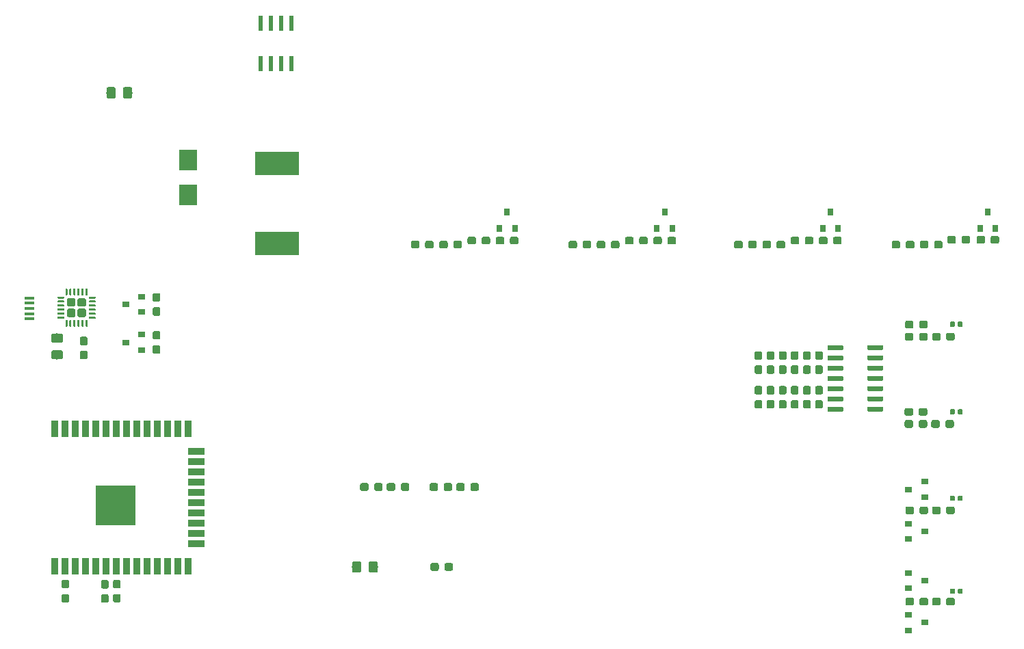
<source format=gbr>
G04 #@! TF.GenerationSoftware,KiCad,Pcbnew,(5.1.4)-1*
G04 #@! TF.CreationDate,2020-04-17T21:05:18+02:00*
G04 #@! TF.ProjectId,Aktorbaustein,416b746f-7262-4617-9573-7465696e2e6b,rev?*
G04 #@! TF.SameCoordinates,Original*
G04 #@! TF.FileFunction,Paste,Top*
G04 #@! TF.FilePolarity,Positive*
%FSLAX46Y46*%
G04 Gerber Fmt 4.6, Leading zero omitted, Abs format (unit mm)*
G04 Created by KiCad (PCBNEW (5.1.4)-1) date 2020-04-17 21:05:18*
%MOMM*%
%LPD*%
G04 APERTURE LIST*
%ADD10C,0.100000*%
%ADD11C,0.950000*%
%ADD12R,0.900000X0.800000*%
%ADD13R,5.400000X2.900000*%
%ADD14R,0.800000X0.900000*%
%ADD15C,0.590000*%
%ADD16C,0.600000*%
%ADD17R,5.000000X5.000000*%
%ADD18R,0.900000X2.000000*%
%ADD19R,2.000000X0.900000*%
%ADD20R,0.590000X1.970000*%
%ADD21R,1.300000X0.450000*%
%ADD22C,1.050000*%
%ADD23C,0.250000*%
%ADD24C,1.150000*%
%ADD25R,2.300000X2.500000*%
G04 APERTURE END LIST*
D10*
G36*
X152360779Y-100951144D02*
G01*
X152383834Y-100954563D01*
X152406443Y-100960227D01*
X152428387Y-100968079D01*
X152449457Y-100978044D01*
X152469448Y-100990026D01*
X152488168Y-101003910D01*
X152505438Y-101019562D01*
X152521090Y-101036832D01*
X152534974Y-101055552D01*
X152546956Y-101075543D01*
X152556921Y-101096613D01*
X152564773Y-101118557D01*
X152570437Y-101141166D01*
X152573856Y-101164221D01*
X152575000Y-101187500D01*
X152575000Y-101762500D01*
X152573856Y-101785779D01*
X152570437Y-101808834D01*
X152564773Y-101831443D01*
X152556921Y-101853387D01*
X152546956Y-101874457D01*
X152534974Y-101894448D01*
X152521090Y-101913168D01*
X152505438Y-101930438D01*
X152488168Y-101946090D01*
X152469448Y-101959974D01*
X152449457Y-101971956D01*
X152428387Y-101981921D01*
X152406443Y-101989773D01*
X152383834Y-101995437D01*
X152360779Y-101998856D01*
X152337500Y-102000000D01*
X151862500Y-102000000D01*
X151839221Y-101998856D01*
X151816166Y-101995437D01*
X151793557Y-101989773D01*
X151771613Y-101981921D01*
X151750543Y-101971956D01*
X151730552Y-101959974D01*
X151711832Y-101946090D01*
X151694562Y-101930438D01*
X151678910Y-101913168D01*
X151665026Y-101894448D01*
X151653044Y-101874457D01*
X151643079Y-101853387D01*
X151635227Y-101831443D01*
X151629563Y-101808834D01*
X151626144Y-101785779D01*
X151625000Y-101762500D01*
X151625000Y-101187500D01*
X151626144Y-101164221D01*
X151629563Y-101141166D01*
X151635227Y-101118557D01*
X151643079Y-101096613D01*
X151653044Y-101075543D01*
X151665026Y-101055552D01*
X151678910Y-101036832D01*
X151694562Y-101019562D01*
X151711832Y-101003910D01*
X151730552Y-100990026D01*
X151750543Y-100978044D01*
X151771613Y-100968079D01*
X151793557Y-100960227D01*
X151816166Y-100954563D01*
X151839221Y-100951144D01*
X151862500Y-100950000D01*
X152337500Y-100950000D01*
X152360779Y-100951144D01*
X152360779Y-100951144D01*
G37*
D11*
X152100000Y-101475000D03*
D10*
G36*
X152360779Y-99201144D02*
G01*
X152383834Y-99204563D01*
X152406443Y-99210227D01*
X152428387Y-99218079D01*
X152449457Y-99228044D01*
X152469448Y-99240026D01*
X152488168Y-99253910D01*
X152505438Y-99269562D01*
X152521090Y-99286832D01*
X152534974Y-99305552D01*
X152546956Y-99325543D01*
X152556921Y-99346613D01*
X152564773Y-99368557D01*
X152570437Y-99391166D01*
X152573856Y-99414221D01*
X152575000Y-99437500D01*
X152575000Y-100012500D01*
X152573856Y-100035779D01*
X152570437Y-100058834D01*
X152564773Y-100081443D01*
X152556921Y-100103387D01*
X152546956Y-100124457D01*
X152534974Y-100144448D01*
X152521090Y-100163168D01*
X152505438Y-100180438D01*
X152488168Y-100196090D01*
X152469448Y-100209974D01*
X152449457Y-100221956D01*
X152428387Y-100231921D01*
X152406443Y-100239773D01*
X152383834Y-100245437D01*
X152360779Y-100248856D01*
X152337500Y-100250000D01*
X151862500Y-100250000D01*
X151839221Y-100248856D01*
X151816166Y-100245437D01*
X151793557Y-100239773D01*
X151771613Y-100231921D01*
X151750543Y-100221956D01*
X151730552Y-100209974D01*
X151711832Y-100196090D01*
X151694562Y-100180438D01*
X151678910Y-100163168D01*
X151665026Y-100144448D01*
X151653044Y-100124457D01*
X151643079Y-100103387D01*
X151635227Y-100081443D01*
X151629563Y-100058834D01*
X151626144Y-100035779D01*
X151625000Y-100012500D01*
X151625000Y-99437500D01*
X151626144Y-99414221D01*
X151629563Y-99391166D01*
X151635227Y-99368557D01*
X151643079Y-99346613D01*
X151653044Y-99325543D01*
X151665026Y-99305552D01*
X151678910Y-99286832D01*
X151694562Y-99269562D01*
X151711832Y-99253910D01*
X151730552Y-99240026D01*
X151750543Y-99228044D01*
X151771613Y-99218079D01*
X151793557Y-99210227D01*
X151816166Y-99204563D01*
X151839221Y-99201144D01*
X151862500Y-99200000D01*
X152337500Y-99200000D01*
X152360779Y-99201144D01*
X152360779Y-99201144D01*
G37*
D11*
X152100000Y-99725000D03*
D10*
G36*
X152360779Y-105251144D02*
G01*
X152383834Y-105254563D01*
X152406443Y-105260227D01*
X152428387Y-105268079D01*
X152449457Y-105278044D01*
X152469448Y-105290026D01*
X152488168Y-105303910D01*
X152505438Y-105319562D01*
X152521090Y-105336832D01*
X152534974Y-105355552D01*
X152546956Y-105375543D01*
X152556921Y-105396613D01*
X152564773Y-105418557D01*
X152570437Y-105441166D01*
X152573856Y-105464221D01*
X152575000Y-105487500D01*
X152575000Y-106062500D01*
X152573856Y-106085779D01*
X152570437Y-106108834D01*
X152564773Y-106131443D01*
X152556921Y-106153387D01*
X152546956Y-106174457D01*
X152534974Y-106194448D01*
X152521090Y-106213168D01*
X152505438Y-106230438D01*
X152488168Y-106246090D01*
X152469448Y-106259974D01*
X152449457Y-106271956D01*
X152428387Y-106281921D01*
X152406443Y-106289773D01*
X152383834Y-106295437D01*
X152360779Y-106298856D01*
X152337500Y-106300000D01*
X151862500Y-106300000D01*
X151839221Y-106298856D01*
X151816166Y-106295437D01*
X151793557Y-106289773D01*
X151771613Y-106281921D01*
X151750543Y-106271956D01*
X151730552Y-106259974D01*
X151711832Y-106246090D01*
X151694562Y-106230438D01*
X151678910Y-106213168D01*
X151665026Y-106194448D01*
X151653044Y-106174457D01*
X151643079Y-106153387D01*
X151635227Y-106131443D01*
X151629563Y-106108834D01*
X151626144Y-106085779D01*
X151625000Y-106062500D01*
X151625000Y-105487500D01*
X151626144Y-105464221D01*
X151629563Y-105441166D01*
X151635227Y-105418557D01*
X151643079Y-105396613D01*
X151653044Y-105375543D01*
X151665026Y-105355552D01*
X151678910Y-105336832D01*
X151694562Y-105319562D01*
X151711832Y-105303910D01*
X151730552Y-105290026D01*
X151750543Y-105278044D01*
X151771613Y-105268079D01*
X151793557Y-105260227D01*
X151816166Y-105254563D01*
X151839221Y-105251144D01*
X151862500Y-105250000D01*
X152337500Y-105250000D01*
X152360779Y-105251144D01*
X152360779Y-105251144D01*
G37*
D11*
X152100000Y-105775000D03*
D10*
G36*
X152360779Y-103501144D02*
G01*
X152383834Y-103504563D01*
X152406443Y-103510227D01*
X152428387Y-103518079D01*
X152449457Y-103528044D01*
X152469448Y-103540026D01*
X152488168Y-103553910D01*
X152505438Y-103569562D01*
X152521090Y-103586832D01*
X152534974Y-103605552D01*
X152546956Y-103625543D01*
X152556921Y-103646613D01*
X152564773Y-103668557D01*
X152570437Y-103691166D01*
X152573856Y-103714221D01*
X152575000Y-103737500D01*
X152575000Y-104312500D01*
X152573856Y-104335779D01*
X152570437Y-104358834D01*
X152564773Y-104381443D01*
X152556921Y-104403387D01*
X152546956Y-104424457D01*
X152534974Y-104444448D01*
X152521090Y-104463168D01*
X152505438Y-104480438D01*
X152488168Y-104496090D01*
X152469448Y-104509974D01*
X152449457Y-104521956D01*
X152428387Y-104531921D01*
X152406443Y-104539773D01*
X152383834Y-104545437D01*
X152360779Y-104548856D01*
X152337500Y-104550000D01*
X151862500Y-104550000D01*
X151839221Y-104548856D01*
X151816166Y-104545437D01*
X151793557Y-104539773D01*
X151771613Y-104531921D01*
X151750543Y-104521956D01*
X151730552Y-104509974D01*
X151711832Y-104496090D01*
X151694562Y-104480438D01*
X151678910Y-104463168D01*
X151665026Y-104444448D01*
X151653044Y-104424457D01*
X151643079Y-104403387D01*
X151635227Y-104381443D01*
X151629563Y-104358834D01*
X151626144Y-104335779D01*
X151625000Y-104312500D01*
X151625000Y-103737500D01*
X151626144Y-103714221D01*
X151629563Y-103691166D01*
X151635227Y-103668557D01*
X151643079Y-103646613D01*
X151653044Y-103625543D01*
X151665026Y-103605552D01*
X151678910Y-103586832D01*
X151694562Y-103569562D01*
X151711832Y-103553910D01*
X151730552Y-103540026D01*
X151750543Y-103528044D01*
X151771613Y-103518079D01*
X151793557Y-103510227D01*
X151816166Y-103504563D01*
X151839221Y-103501144D01*
X151862500Y-103500000D01*
X152337500Y-103500000D01*
X152360779Y-103501144D01*
X152360779Y-103501144D01*
G37*
D11*
X152100000Y-104025000D03*
D10*
G36*
X155360779Y-100951144D02*
G01*
X155383834Y-100954563D01*
X155406443Y-100960227D01*
X155428387Y-100968079D01*
X155449457Y-100978044D01*
X155469448Y-100990026D01*
X155488168Y-101003910D01*
X155505438Y-101019562D01*
X155521090Y-101036832D01*
X155534974Y-101055552D01*
X155546956Y-101075543D01*
X155556921Y-101096613D01*
X155564773Y-101118557D01*
X155570437Y-101141166D01*
X155573856Y-101164221D01*
X155575000Y-101187500D01*
X155575000Y-101762500D01*
X155573856Y-101785779D01*
X155570437Y-101808834D01*
X155564773Y-101831443D01*
X155556921Y-101853387D01*
X155546956Y-101874457D01*
X155534974Y-101894448D01*
X155521090Y-101913168D01*
X155505438Y-101930438D01*
X155488168Y-101946090D01*
X155469448Y-101959974D01*
X155449457Y-101971956D01*
X155428387Y-101981921D01*
X155406443Y-101989773D01*
X155383834Y-101995437D01*
X155360779Y-101998856D01*
X155337500Y-102000000D01*
X154862500Y-102000000D01*
X154839221Y-101998856D01*
X154816166Y-101995437D01*
X154793557Y-101989773D01*
X154771613Y-101981921D01*
X154750543Y-101971956D01*
X154730552Y-101959974D01*
X154711832Y-101946090D01*
X154694562Y-101930438D01*
X154678910Y-101913168D01*
X154665026Y-101894448D01*
X154653044Y-101874457D01*
X154643079Y-101853387D01*
X154635227Y-101831443D01*
X154629563Y-101808834D01*
X154626144Y-101785779D01*
X154625000Y-101762500D01*
X154625000Y-101187500D01*
X154626144Y-101164221D01*
X154629563Y-101141166D01*
X154635227Y-101118557D01*
X154643079Y-101096613D01*
X154653044Y-101075543D01*
X154665026Y-101055552D01*
X154678910Y-101036832D01*
X154694562Y-101019562D01*
X154711832Y-101003910D01*
X154730552Y-100990026D01*
X154750543Y-100978044D01*
X154771613Y-100968079D01*
X154793557Y-100960227D01*
X154816166Y-100954563D01*
X154839221Y-100951144D01*
X154862500Y-100950000D01*
X155337500Y-100950000D01*
X155360779Y-100951144D01*
X155360779Y-100951144D01*
G37*
D11*
X155100000Y-101475000D03*
D10*
G36*
X155360779Y-99201144D02*
G01*
X155383834Y-99204563D01*
X155406443Y-99210227D01*
X155428387Y-99218079D01*
X155449457Y-99228044D01*
X155469448Y-99240026D01*
X155488168Y-99253910D01*
X155505438Y-99269562D01*
X155521090Y-99286832D01*
X155534974Y-99305552D01*
X155546956Y-99325543D01*
X155556921Y-99346613D01*
X155564773Y-99368557D01*
X155570437Y-99391166D01*
X155573856Y-99414221D01*
X155575000Y-99437500D01*
X155575000Y-100012500D01*
X155573856Y-100035779D01*
X155570437Y-100058834D01*
X155564773Y-100081443D01*
X155556921Y-100103387D01*
X155546956Y-100124457D01*
X155534974Y-100144448D01*
X155521090Y-100163168D01*
X155505438Y-100180438D01*
X155488168Y-100196090D01*
X155469448Y-100209974D01*
X155449457Y-100221956D01*
X155428387Y-100231921D01*
X155406443Y-100239773D01*
X155383834Y-100245437D01*
X155360779Y-100248856D01*
X155337500Y-100250000D01*
X154862500Y-100250000D01*
X154839221Y-100248856D01*
X154816166Y-100245437D01*
X154793557Y-100239773D01*
X154771613Y-100231921D01*
X154750543Y-100221956D01*
X154730552Y-100209974D01*
X154711832Y-100196090D01*
X154694562Y-100180438D01*
X154678910Y-100163168D01*
X154665026Y-100144448D01*
X154653044Y-100124457D01*
X154643079Y-100103387D01*
X154635227Y-100081443D01*
X154629563Y-100058834D01*
X154626144Y-100035779D01*
X154625000Y-100012500D01*
X154625000Y-99437500D01*
X154626144Y-99414221D01*
X154629563Y-99391166D01*
X154635227Y-99368557D01*
X154643079Y-99346613D01*
X154653044Y-99325543D01*
X154665026Y-99305552D01*
X154678910Y-99286832D01*
X154694562Y-99269562D01*
X154711832Y-99253910D01*
X154730552Y-99240026D01*
X154750543Y-99228044D01*
X154771613Y-99218079D01*
X154793557Y-99210227D01*
X154816166Y-99204563D01*
X154839221Y-99201144D01*
X154862500Y-99200000D01*
X155337500Y-99200000D01*
X155360779Y-99201144D01*
X155360779Y-99201144D01*
G37*
D11*
X155100000Y-99725000D03*
D10*
G36*
X155360779Y-103501144D02*
G01*
X155383834Y-103504563D01*
X155406443Y-103510227D01*
X155428387Y-103518079D01*
X155449457Y-103528044D01*
X155469448Y-103540026D01*
X155488168Y-103553910D01*
X155505438Y-103569562D01*
X155521090Y-103586832D01*
X155534974Y-103605552D01*
X155546956Y-103625543D01*
X155556921Y-103646613D01*
X155564773Y-103668557D01*
X155570437Y-103691166D01*
X155573856Y-103714221D01*
X155575000Y-103737500D01*
X155575000Y-104312500D01*
X155573856Y-104335779D01*
X155570437Y-104358834D01*
X155564773Y-104381443D01*
X155556921Y-104403387D01*
X155546956Y-104424457D01*
X155534974Y-104444448D01*
X155521090Y-104463168D01*
X155505438Y-104480438D01*
X155488168Y-104496090D01*
X155469448Y-104509974D01*
X155449457Y-104521956D01*
X155428387Y-104531921D01*
X155406443Y-104539773D01*
X155383834Y-104545437D01*
X155360779Y-104548856D01*
X155337500Y-104550000D01*
X154862500Y-104550000D01*
X154839221Y-104548856D01*
X154816166Y-104545437D01*
X154793557Y-104539773D01*
X154771613Y-104531921D01*
X154750543Y-104521956D01*
X154730552Y-104509974D01*
X154711832Y-104496090D01*
X154694562Y-104480438D01*
X154678910Y-104463168D01*
X154665026Y-104444448D01*
X154653044Y-104424457D01*
X154643079Y-104403387D01*
X154635227Y-104381443D01*
X154629563Y-104358834D01*
X154626144Y-104335779D01*
X154625000Y-104312500D01*
X154625000Y-103737500D01*
X154626144Y-103714221D01*
X154629563Y-103691166D01*
X154635227Y-103668557D01*
X154643079Y-103646613D01*
X154653044Y-103625543D01*
X154665026Y-103605552D01*
X154678910Y-103586832D01*
X154694562Y-103569562D01*
X154711832Y-103553910D01*
X154730552Y-103540026D01*
X154750543Y-103528044D01*
X154771613Y-103518079D01*
X154793557Y-103510227D01*
X154816166Y-103504563D01*
X154839221Y-103501144D01*
X154862500Y-103500000D01*
X155337500Y-103500000D01*
X155360779Y-103501144D01*
X155360779Y-103501144D01*
G37*
D11*
X155100000Y-104025000D03*
D10*
G36*
X155360779Y-105251144D02*
G01*
X155383834Y-105254563D01*
X155406443Y-105260227D01*
X155428387Y-105268079D01*
X155449457Y-105278044D01*
X155469448Y-105290026D01*
X155488168Y-105303910D01*
X155505438Y-105319562D01*
X155521090Y-105336832D01*
X155534974Y-105355552D01*
X155546956Y-105375543D01*
X155556921Y-105396613D01*
X155564773Y-105418557D01*
X155570437Y-105441166D01*
X155573856Y-105464221D01*
X155575000Y-105487500D01*
X155575000Y-106062500D01*
X155573856Y-106085779D01*
X155570437Y-106108834D01*
X155564773Y-106131443D01*
X155556921Y-106153387D01*
X155546956Y-106174457D01*
X155534974Y-106194448D01*
X155521090Y-106213168D01*
X155505438Y-106230438D01*
X155488168Y-106246090D01*
X155469448Y-106259974D01*
X155449457Y-106271956D01*
X155428387Y-106281921D01*
X155406443Y-106289773D01*
X155383834Y-106295437D01*
X155360779Y-106298856D01*
X155337500Y-106300000D01*
X154862500Y-106300000D01*
X154839221Y-106298856D01*
X154816166Y-106295437D01*
X154793557Y-106289773D01*
X154771613Y-106281921D01*
X154750543Y-106271956D01*
X154730552Y-106259974D01*
X154711832Y-106246090D01*
X154694562Y-106230438D01*
X154678910Y-106213168D01*
X154665026Y-106194448D01*
X154653044Y-106174457D01*
X154643079Y-106153387D01*
X154635227Y-106131443D01*
X154629563Y-106108834D01*
X154626144Y-106085779D01*
X154625000Y-106062500D01*
X154625000Y-105487500D01*
X154626144Y-105464221D01*
X154629563Y-105441166D01*
X154635227Y-105418557D01*
X154643079Y-105396613D01*
X154653044Y-105375543D01*
X154665026Y-105355552D01*
X154678910Y-105336832D01*
X154694562Y-105319562D01*
X154711832Y-105303910D01*
X154730552Y-105290026D01*
X154750543Y-105278044D01*
X154771613Y-105268079D01*
X154793557Y-105260227D01*
X154816166Y-105254563D01*
X154839221Y-105251144D01*
X154862500Y-105250000D01*
X155337500Y-105250000D01*
X155360779Y-105251144D01*
X155360779Y-105251144D01*
G37*
D11*
X155100000Y-105775000D03*
D10*
G36*
X68460779Y-127526144D02*
G01*
X68483834Y-127529563D01*
X68506443Y-127535227D01*
X68528387Y-127543079D01*
X68549457Y-127553044D01*
X68569448Y-127565026D01*
X68588168Y-127578910D01*
X68605438Y-127594562D01*
X68621090Y-127611832D01*
X68634974Y-127630552D01*
X68646956Y-127650543D01*
X68656921Y-127671613D01*
X68664773Y-127693557D01*
X68670437Y-127716166D01*
X68673856Y-127739221D01*
X68675000Y-127762500D01*
X68675000Y-128337500D01*
X68673856Y-128360779D01*
X68670437Y-128383834D01*
X68664773Y-128406443D01*
X68656921Y-128428387D01*
X68646956Y-128449457D01*
X68634974Y-128469448D01*
X68621090Y-128488168D01*
X68605438Y-128505438D01*
X68588168Y-128521090D01*
X68569448Y-128534974D01*
X68549457Y-128546956D01*
X68528387Y-128556921D01*
X68506443Y-128564773D01*
X68483834Y-128570437D01*
X68460779Y-128573856D01*
X68437500Y-128575000D01*
X67962500Y-128575000D01*
X67939221Y-128573856D01*
X67916166Y-128570437D01*
X67893557Y-128564773D01*
X67871613Y-128556921D01*
X67850543Y-128546956D01*
X67830552Y-128534974D01*
X67811832Y-128521090D01*
X67794562Y-128505438D01*
X67778910Y-128488168D01*
X67765026Y-128469448D01*
X67753044Y-128449457D01*
X67743079Y-128428387D01*
X67735227Y-128406443D01*
X67729563Y-128383834D01*
X67726144Y-128360779D01*
X67725000Y-128337500D01*
X67725000Y-127762500D01*
X67726144Y-127739221D01*
X67729563Y-127716166D01*
X67735227Y-127693557D01*
X67743079Y-127671613D01*
X67753044Y-127650543D01*
X67765026Y-127630552D01*
X67778910Y-127611832D01*
X67794562Y-127594562D01*
X67811832Y-127578910D01*
X67830552Y-127565026D01*
X67850543Y-127553044D01*
X67871613Y-127543079D01*
X67893557Y-127535227D01*
X67916166Y-127529563D01*
X67939221Y-127526144D01*
X67962500Y-127525000D01*
X68437500Y-127525000D01*
X68460779Y-127526144D01*
X68460779Y-127526144D01*
G37*
D11*
X68200000Y-128050000D03*
D10*
G36*
X68460779Y-129276144D02*
G01*
X68483834Y-129279563D01*
X68506443Y-129285227D01*
X68528387Y-129293079D01*
X68549457Y-129303044D01*
X68569448Y-129315026D01*
X68588168Y-129328910D01*
X68605438Y-129344562D01*
X68621090Y-129361832D01*
X68634974Y-129380552D01*
X68646956Y-129400543D01*
X68656921Y-129421613D01*
X68664773Y-129443557D01*
X68670437Y-129466166D01*
X68673856Y-129489221D01*
X68675000Y-129512500D01*
X68675000Y-130087500D01*
X68673856Y-130110779D01*
X68670437Y-130133834D01*
X68664773Y-130156443D01*
X68656921Y-130178387D01*
X68646956Y-130199457D01*
X68634974Y-130219448D01*
X68621090Y-130238168D01*
X68605438Y-130255438D01*
X68588168Y-130271090D01*
X68569448Y-130284974D01*
X68549457Y-130296956D01*
X68528387Y-130306921D01*
X68506443Y-130314773D01*
X68483834Y-130320437D01*
X68460779Y-130323856D01*
X68437500Y-130325000D01*
X67962500Y-130325000D01*
X67939221Y-130323856D01*
X67916166Y-130320437D01*
X67893557Y-130314773D01*
X67871613Y-130306921D01*
X67850543Y-130296956D01*
X67830552Y-130284974D01*
X67811832Y-130271090D01*
X67794562Y-130255438D01*
X67778910Y-130238168D01*
X67765026Y-130219448D01*
X67753044Y-130199457D01*
X67743079Y-130178387D01*
X67735227Y-130156443D01*
X67729563Y-130133834D01*
X67726144Y-130110779D01*
X67725000Y-130087500D01*
X67725000Y-129512500D01*
X67726144Y-129489221D01*
X67729563Y-129466166D01*
X67735227Y-129443557D01*
X67743079Y-129421613D01*
X67753044Y-129400543D01*
X67765026Y-129380552D01*
X67778910Y-129361832D01*
X67794562Y-129344562D01*
X67811832Y-129328910D01*
X67830552Y-129315026D01*
X67850543Y-129303044D01*
X67871613Y-129293079D01*
X67893557Y-129285227D01*
X67916166Y-129279563D01*
X67939221Y-129276144D01*
X67962500Y-129275000D01*
X68437500Y-129275000D01*
X68460779Y-129276144D01*
X68460779Y-129276144D01*
G37*
D11*
X68200000Y-129800000D03*
D10*
G36*
X69960779Y-129251144D02*
G01*
X69983834Y-129254563D01*
X70006443Y-129260227D01*
X70028387Y-129268079D01*
X70049457Y-129278044D01*
X70069448Y-129290026D01*
X70088168Y-129303910D01*
X70105438Y-129319562D01*
X70121090Y-129336832D01*
X70134974Y-129355552D01*
X70146956Y-129375543D01*
X70156921Y-129396613D01*
X70164773Y-129418557D01*
X70170437Y-129441166D01*
X70173856Y-129464221D01*
X70175000Y-129487500D01*
X70175000Y-130062500D01*
X70173856Y-130085779D01*
X70170437Y-130108834D01*
X70164773Y-130131443D01*
X70156921Y-130153387D01*
X70146956Y-130174457D01*
X70134974Y-130194448D01*
X70121090Y-130213168D01*
X70105438Y-130230438D01*
X70088168Y-130246090D01*
X70069448Y-130259974D01*
X70049457Y-130271956D01*
X70028387Y-130281921D01*
X70006443Y-130289773D01*
X69983834Y-130295437D01*
X69960779Y-130298856D01*
X69937500Y-130300000D01*
X69462500Y-130300000D01*
X69439221Y-130298856D01*
X69416166Y-130295437D01*
X69393557Y-130289773D01*
X69371613Y-130281921D01*
X69350543Y-130271956D01*
X69330552Y-130259974D01*
X69311832Y-130246090D01*
X69294562Y-130230438D01*
X69278910Y-130213168D01*
X69265026Y-130194448D01*
X69253044Y-130174457D01*
X69243079Y-130153387D01*
X69235227Y-130131443D01*
X69229563Y-130108834D01*
X69226144Y-130085779D01*
X69225000Y-130062500D01*
X69225000Y-129487500D01*
X69226144Y-129464221D01*
X69229563Y-129441166D01*
X69235227Y-129418557D01*
X69243079Y-129396613D01*
X69253044Y-129375543D01*
X69265026Y-129355552D01*
X69278910Y-129336832D01*
X69294562Y-129319562D01*
X69311832Y-129303910D01*
X69330552Y-129290026D01*
X69350543Y-129278044D01*
X69371613Y-129268079D01*
X69393557Y-129260227D01*
X69416166Y-129254563D01*
X69439221Y-129251144D01*
X69462500Y-129250000D01*
X69937500Y-129250000D01*
X69960779Y-129251144D01*
X69960779Y-129251144D01*
G37*
D11*
X69700000Y-129775000D03*
D10*
G36*
X69960779Y-127501144D02*
G01*
X69983834Y-127504563D01*
X70006443Y-127510227D01*
X70028387Y-127518079D01*
X70049457Y-127528044D01*
X70069448Y-127540026D01*
X70088168Y-127553910D01*
X70105438Y-127569562D01*
X70121090Y-127586832D01*
X70134974Y-127605552D01*
X70146956Y-127625543D01*
X70156921Y-127646613D01*
X70164773Y-127668557D01*
X70170437Y-127691166D01*
X70173856Y-127714221D01*
X70175000Y-127737500D01*
X70175000Y-128312500D01*
X70173856Y-128335779D01*
X70170437Y-128358834D01*
X70164773Y-128381443D01*
X70156921Y-128403387D01*
X70146956Y-128424457D01*
X70134974Y-128444448D01*
X70121090Y-128463168D01*
X70105438Y-128480438D01*
X70088168Y-128496090D01*
X70069448Y-128509974D01*
X70049457Y-128521956D01*
X70028387Y-128531921D01*
X70006443Y-128539773D01*
X69983834Y-128545437D01*
X69960779Y-128548856D01*
X69937500Y-128550000D01*
X69462500Y-128550000D01*
X69439221Y-128548856D01*
X69416166Y-128545437D01*
X69393557Y-128539773D01*
X69371613Y-128531921D01*
X69350543Y-128521956D01*
X69330552Y-128509974D01*
X69311832Y-128496090D01*
X69294562Y-128480438D01*
X69278910Y-128463168D01*
X69265026Y-128444448D01*
X69253044Y-128424457D01*
X69243079Y-128403387D01*
X69235227Y-128381443D01*
X69229563Y-128358834D01*
X69226144Y-128335779D01*
X69225000Y-128312500D01*
X69225000Y-127737500D01*
X69226144Y-127714221D01*
X69229563Y-127691166D01*
X69235227Y-127668557D01*
X69243079Y-127646613D01*
X69253044Y-127625543D01*
X69265026Y-127605552D01*
X69278910Y-127586832D01*
X69294562Y-127569562D01*
X69311832Y-127553910D01*
X69330552Y-127540026D01*
X69350543Y-127528044D01*
X69371613Y-127518079D01*
X69393557Y-127510227D01*
X69416166Y-127504563D01*
X69439221Y-127501144D01*
X69462500Y-127500000D01*
X69937500Y-127500000D01*
X69960779Y-127501144D01*
X69960779Y-127501144D01*
G37*
D11*
X69700000Y-128025000D03*
D10*
G36*
X63560779Y-129251144D02*
G01*
X63583834Y-129254563D01*
X63606443Y-129260227D01*
X63628387Y-129268079D01*
X63649457Y-129278044D01*
X63669448Y-129290026D01*
X63688168Y-129303910D01*
X63705438Y-129319562D01*
X63721090Y-129336832D01*
X63734974Y-129355552D01*
X63746956Y-129375543D01*
X63756921Y-129396613D01*
X63764773Y-129418557D01*
X63770437Y-129441166D01*
X63773856Y-129464221D01*
X63775000Y-129487500D01*
X63775000Y-130062500D01*
X63773856Y-130085779D01*
X63770437Y-130108834D01*
X63764773Y-130131443D01*
X63756921Y-130153387D01*
X63746956Y-130174457D01*
X63734974Y-130194448D01*
X63721090Y-130213168D01*
X63705438Y-130230438D01*
X63688168Y-130246090D01*
X63669448Y-130259974D01*
X63649457Y-130271956D01*
X63628387Y-130281921D01*
X63606443Y-130289773D01*
X63583834Y-130295437D01*
X63560779Y-130298856D01*
X63537500Y-130300000D01*
X63062500Y-130300000D01*
X63039221Y-130298856D01*
X63016166Y-130295437D01*
X62993557Y-130289773D01*
X62971613Y-130281921D01*
X62950543Y-130271956D01*
X62930552Y-130259974D01*
X62911832Y-130246090D01*
X62894562Y-130230438D01*
X62878910Y-130213168D01*
X62865026Y-130194448D01*
X62853044Y-130174457D01*
X62843079Y-130153387D01*
X62835227Y-130131443D01*
X62829563Y-130108834D01*
X62826144Y-130085779D01*
X62825000Y-130062500D01*
X62825000Y-129487500D01*
X62826144Y-129464221D01*
X62829563Y-129441166D01*
X62835227Y-129418557D01*
X62843079Y-129396613D01*
X62853044Y-129375543D01*
X62865026Y-129355552D01*
X62878910Y-129336832D01*
X62894562Y-129319562D01*
X62911832Y-129303910D01*
X62930552Y-129290026D01*
X62950543Y-129278044D01*
X62971613Y-129268079D01*
X62993557Y-129260227D01*
X63016166Y-129254563D01*
X63039221Y-129251144D01*
X63062500Y-129250000D01*
X63537500Y-129250000D01*
X63560779Y-129251144D01*
X63560779Y-129251144D01*
G37*
D11*
X63300000Y-129775000D03*
D10*
G36*
X63560779Y-127501144D02*
G01*
X63583834Y-127504563D01*
X63606443Y-127510227D01*
X63628387Y-127518079D01*
X63649457Y-127528044D01*
X63669448Y-127540026D01*
X63688168Y-127553910D01*
X63705438Y-127569562D01*
X63721090Y-127586832D01*
X63734974Y-127605552D01*
X63746956Y-127625543D01*
X63756921Y-127646613D01*
X63764773Y-127668557D01*
X63770437Y-127691166D01*
X63773856Y-127714221D01*
X63775000Y-127737500D01*
X63775000Y-128312500D01*
X63773856Y-128335779D01*
X63770437Y-128358834D01*
X63764773Y-128381443D01*
X63756921Y-128403387D01*
X63746956Y-128424457D01*
X63734974Y-128444448D01*
X63721090Y-128463168D01*
X63705438Y-128480438D01*
X63688168Y-128496090D01*
X63669448Y-128509974D01*
X63649457Y-128521956D01*
X63628387Y-128531921D01*
X63606443Y-128539773D01*
X63583834Y-128545437D01*
X63560779Y-128548856D01*
X63537500Y-128550000D01*
X63062500Y-128550000D01*
X63039221Y-128548856D01*
X63016166Y-128545437D01*
X62993557Y-128539773D01*
X62971613Y-128531921D01*
X62950543Y-128521956D01*
X62930552Y-128509974D01*
X62911832Y-128496090D01*
X62894562Y-128480438D01*
X62878910Y-128463168D01*
X62865026Y-128444448D01*
X62853044Y-128424457D01*
X62843079Y-128403387D01*
X62835227Y-128381443D01*
X62829563Y-128358834D01*
X62826144Y-128335779D01*
X62825000Y-128312500D01*
X62825000Y-127737500D01*
X62826144Y-127714221D01*
X62829563Y-127691166D01*
X62835227Y-127668557D01*
X62843079Y-127646613D01*
X62853044Y-127625543D01*
X62865026Y-127605552D01*
X62878910Y-127586832D01*
X62894562Y-127569562D01*
X62911832Y-127553910D01*
X62930552Y-127540026D01*
X62950543Y-127528044D01*
X62971613Y-127518079D01*
X62993557Y-127510227D01*
X63016166Y-127504563D01*
X63039221Y-127501144D01*
X63062500Y-127500000D01*
X63537500Y-127500000D01*
X63560779Y-127501144D01*
X63560779Y-127501144D01*
G37*
D11*
X63300000Y-128025000D03*
D12*
X167700000Y-116300000D03*
X169700000Y-115350000D03*
X169700000Y-117250000D03*
X167700000Y-120550000D03*
X167700000Y-122450000D03*
X169700000Y-121500000D03*
X167700000Y-126650000D03*
X167700000Y-128550000D03*
X169700000Y-127600000D03*
X169700000Y-132800000D03*
X167700000Y-133750000D03*
X167700000Y-131850000D03*
D13*
X89500000Y-75950000D03*
X89500000Y-85850000D03*
D14*
X117050000Y-84000000D03*
X118950000Y-84000000D03*
X118000000Y-82000000D03*
X137500000Y-82000000D03*
X138450000Y-84000000D03*
X136550000Y-84000000D03*
X157050000Y-84000000D03*
X158950000Y-84000000D03*
X158000000Y-82000000D03*
X177500000Y-82000000D03*
X178450000Y-84000000D03*
X176550000Y-84000000D03*
D12*
X72800000Y-94350000D03*
X72800000Y-92450000D03*
X70800000Y-93400000D03*
X70800000Y-98100000D03*
X72800000Y-97150000D03*
X72800000Y-99050000D03*
D10*
G36*
X115685779Y-85026144D02*
G01*
X115708834Y-85029563D01*
X115731443Y-85035227D01*
X115753387Y-85043079D01*
X115774457Y-85053044D01*
X115794448Y-85065026D01*
X115813168Y-85078910D01*
X115830438Y-85094562D01*
X115846090Y-85111832D01*
X115859974Y-85130552D01*
X115871956Y-85150543D01*
X115881921Y-85171613D01*
X115889773Y-85193557D01*
X115895437Y-85216166D01*
X115898856Y-85239221D01*
X115900000Y-85262500D01*
X115900000Y-85737500D01*
X115898856Y-85760779D01*
X115895437Y-85783834D01*
X115889773Y-85806443D01*
X115881921Y-85828387D01*
X115871956Y-85849457D01*
X115859974Y-85869448D01*
X115846090Y-85888168D01*
X115830438Y-85905438D01*
X115813168Y-85921090D01*
X115794448Y-85934974D01*
X115774457Y-85946956D01*
X115753387Y-85956921D01*
X115731443Y-85964773D01*
X115708834Y-85970437D01*
X115685779Y-85973856D01*
X115662500Y-85975000D01*
X115087500Y-85975000D01*
X115064221Y-85973856D01*
X115041166Y-85970437D01*
X115018557Y-85964773D01*
X114996613Y-85956921D01*
X114975543Y-85946956D01*
X114955552Y-85934974D01*
X114936832Y-85921090D01*
X114919562Y-85905438D01*
X114903910Y-85888168D01*
X114890026Y-85869448D01*
X114878044Y-85849457D01*
X114868079Y-85828387D01*
X114860227Y-85806443D01*
X114854563Y-85783834D01*
X114851144Y-85760779D01*
X114850000Y-85737500D01*
X114850000Y-85262500D01*
X114851144Y-85239221D01*
X114854563Y-85216166D01*
X114860227Y-85193557D01*
X114868079Y-85171613D01*
X114878044Y-85150543D01*
X114890026Y-85130552D01*
X114903910Y-85111832D01*
X114919562Y-85094562D01*
X114936832Y-85078910D01*
X114955552Y-85065026D01*
X114975543Y-85053044D01*
X114996613Y-85043079D01*
X115018557Y-85035227D01*
X115041166Y-85029563D01*
X115064221Y-85026144D01*
X115087500Y-85025000D01*
X115662500Y-85025000D01*
X115685779Y-85026144D01*
X115685779Y-85026144D01*
G37*
D11*
X115375000Y-85500000D03*
D10*
G36*
X113935779Y-85026144D02*
G01*
X113958834Y-85029563D01*
X113981443Y-85035227D01*
X114003387Y-85043079D01*
X114024457Y-85053044D01*
X114044448Y-85065026D01*
X114063168Y-85078910D01*
X114080438Y-85094562D01*
X114096090Y-85111832D01*
X114109974Y-85130552D01*
X114121956Y-85150543D01*
X114131921Y-85171613D01*
X114139773Y-85193557D01*
X114145437Y-85216166D01*
X114148856Y-85239221D01*
X114150000Y-85262500D01*
X114150000Y-85737500D01*
X114148856Y-85760779D01*
X114145437Y-85783834D01*
X114139773Y-85806443D01*
X114131921Y-85828387D01*
X114121956Y-85849457D01*
X114109974Y-85869448D01*
X114096090Y-85888168D01*
X114080438Y-85905438D01*
X114063168Y-85921090D01*
X114044448Y-85934974D01*
X114024457Y-85946956D01*
X114003387Y-85956921D01*
X113981443Y-85964773D01*
X113958834Y-85970437D01*
X113935779Y-85973856D01*
X113912500Y-85975000D01*
X113337500Y-85975000D01*
X113314221Y-85973856D01*
X113291166Y-85970437D01*
X113268557Y-85964773D01*
X113246613Y-85956921D01*
X113225543Y-85946956D01*
X113205552Y-85934974D01*
X113186832Y-85921090D01*
X113169562Y-85905438D01*
X113153910Y-85888168D01*
X113140026Y-85869448D01*
X113128044Y-85849457D01*
X113118079Y-85828387D01*
X113110227Y-85806443D01*
X113104563Y-85783834D01*
X113101144Y-85760779D01*
X113100000Y-85737500D01*
X113100000Y-85262500D01*
X113101144Y-85239221D01*
X113104563Y-85216166D01*
X113110227Y-85193557D01*
X113118079Y-85171613D01*
X113128044Y-85150543D01*
X113140026Y-85130552D01*
X113153910Y-85111832D01*
X113169562Y-85094562D01*
X113186832Y-85078910D01*
X113205552Y-85065026D01*
X113225543Y-85053044D01*
X113246613Y-85043079D01*
X113268557Y-85035227D01*
X113291166Y-85029563D01*
X113314221Y-85026144D01*
X113337500Y-85025000D01*
X113912500Y-85025000D01*
X113935779Y-85026144D01*
X113935779Y-85026144D01*
G37*
D11*
X113625000Y-85500000D03*
D10*
G36*
X135185779Y-85026144D02*
G01*
X135208834Y-85029563D01*
X135231443Y-85035227D01*
X135253387Y-85043079D01*
X135274457Y-85053044D01*
X135294448Y-85065026D01*
X135313168Y-85078910D01*
X135330438Y-85094562D01*
X135346090Y-85111832D01*
X135359974Y-85130552D01*
X135371956Y-85150543D01*
X135381921Y-85171613D01*
X135389773Y-85193557D01*
X135395437Y-85216166D01*
X135398856Y-85239221D01*
X135400000Y-85262500D01*
X135400000Y-85737500D01*
X135398856Y-85760779D01*
X135395437Y-85783834D01*
X135389773Y-85806443D01*
X135381921Y-85828387D01*
X135371956Y-85849457D01*
X135359974Y-85869448D01*
X135346090Y-85888168D01*
X135330438Y-85905438D01*
X135313168Y-85921090D01*
X135294448Y-85934974D01*
X135274457Y-85946956D01*
X135253387Y-85956921D01*
X135231443Y-85964773D01*
X135208834Y-85970437D01*
X135185779Y-85973856D01*
X135162500Y-85975000D01*
X134587500Y-85975000D01*
X134564221Y-85973856D01*
X134541166Y-85970437D01*
X134518557Y-85964773D01*
X134496613Y-85956921D01*
X134475543Y-85946956D01*
X134455552Y-85934974D01*
X134436832Y-85921090D01*
X134419562Y-85905438D01*
X134403910Y-85888168D01*
X134390026Y-85869448D01*
X134378044Y-85849457D01*
X134368079Y-85828387D01*
X134360227Y-85806443D01*
X134354563Y-85783834D01*
X134351144Y-85760779D01*
X134350000Y-85737500D01*
X134350000Y-85262500D01*
X134351144Y-85239221D01*
X134354563Y-85216166D01*
X134360227Y-85193557D01*
X134368079Y-85171613D01*
X134378044Y-85150543D01*
X134390026Y-85130552D01*
X134403910Y-85111832D01*
X134419562Y-85094562D01*
X134436832Y-85078910D01*
X134455552Y-85065026D01*
X134475543Y-85053044D01*
X134496613Y-85043079D01*
X134518557Y-85035227D01*
X134541166Y-85029563D01*
X134564221Y-85026144D01*
X134587500Y-85025000D01*
X135162500Y-85025000D01*
X135185779Y-85026144D01*
X135185779Y-85026144D01*
G37*
D11*
X134875000Y-85500000D03*
D10*
G36*
X133435779Y-85026144D02*
G01*
X133458834Y-85029563D01*
X133481443Y-85035227D01*
X133503387Y-85043079D01*
X133524457Y-85053044D01*
X133544448Y-85065026D01*
X133563168Y-85078910D01*
X133580438Y-85094562D01*
X133596090Y-85111832D01*
X133609974Y-85130552D01*
X133621956Y-85150543D01*
X133631921Y-85171613D01*
X133639773Y-85193557D01*
X133645437Y-85216166D01*
X133648856Y-85239221D01*
X133650000Y-85262500D01*
X133650000Y-85737500D01*
X133648856Y-85760779D01*
X133645437Y-85783834D01*
X133639773Y-85806443D01*
X133631921Y-85828387D01*
X133621956Y-85849457D01*
X133609974Y-85869448D01*
X133596090Y-85888168D01*
X133580438Y-85905438D01*
X133563168Y-85921090D01*
X133544448Y-85934974D01*
X133524457Y-85946956D01*
X133503387Y-85956921D01*
X133481443Y-85964773D01*
X133458834Y-85970437D01*
X133435779Y-85973856D01*
X133412500Y-85975000D01*
X132837500Y-85975000D01*
X132814221Y-85973856D01*
X132791166Y-85970437D01*
X132768557Y-85964773D01*
X132746613Y-85956921D01*
X132725543Y-85946956D01*
X132705552Y-85934974D01*
X132686832Y-85921090D01*
X132669562Y-85905438D01*
X132653910Y-85888168D01*
X132640026Y-85869448D01*
X132628044Y-85849457D01*
X132618079Y-85828387D01*
X132610227Y-85806443D01*
X132604563Y-85783834D01*
X132601144Y-85760779D01*
X132600000Y-85737500D01*
X132600000Y-85262500D01*
X132601144Y-85239221D01*
X132604563Y-85216166D01*
X132610227Y-85193557D01*
X132618079Y-85171613D01*
X132628044Y-85150543D01*
X132640026Y-85130552D01*
X132653910Y-85111832D01*
X132669562Y-85094562D01*
X132686832Y-85078910D01*
X132705552Y-85065026D01*
X132725543Y-85053044D01*
X132746613Y-85043079D01*
X132768557Y-85035227D01*
X132791166Y-85029563D01*
X132814221Y-85026144D01*
X132837500Y-85025000D01*
X133412500Y-85025000D01*
X133435779Y-85026144D01*
X133435779Y-85026144D01*
G37*
D11*
X133125000Y-85500000D03*
D10*
G36*
X155685779Y-85026144D02*
G01*
X155708834Y-85029563D01*
X155731443Y-85035227D01*
X155753387Y-85043079D01*
X155774457Y-85053044D01*
X155794448Y-85065026D01*
X155813168Y-85078910D01*
X155830438Y-85094562D01*
X155846090Y-85111832D01*
X155859974Y-85130552D01*
X155871956Y-85150543D01*
X155881921Y-85171613D01*
X155889773Y-85193557D01*
X155895437Y-85216166D01*
X155898856Y-85239221D01*
X155900000Y-85262500D01*
X155900000Y-85737500D01*
X155898856Y-85760779D01*
X155895437Y-85783834D01*
X155889773Y-85806443D01*
X155881921Y-85828387D01*
X155871956Y-85849457D01*
X155859974Y-85869448D01*
X155846090Y-85888168D01*
X155830438Y-85905438D01*
X155813168Y-85921090D01*
X155794448Y-85934974D01*
X155774457Y-85946956D01*
X155753387Y-85956921D01*
X155731443Y-85964773D01*
X155708834Y-85970437D01*
X155685779Y-85973856D01*
X155662500Y-85975000D01*
X155087500Y-85975000D01*
X155064221Y-85973856D01*
X155041166Y-85970437D01*
X155018557Y-85964773D01*
X154996613Y-85956921D01*
X154975543Y-85946956D01*
X154955552Y-85934974D01*
X154936832Y-85921090D01*
X154919562Y-85905438D01*
X154903910Y-85888168D01*
X154890026Y-85869448D01*
X154878044Y-85849457D01*
X154868079Y-85828387D01*
X154860227Y-85806443D01*
X154854563Y-85783834D01*
X154851144Y-85760779D01*
X154850000Y-85737500D01*
X154850000Y-85262500D01*
X154851144Y-85239221D01*
X154854563Y-85216166D01*
X154860227Y-85193557D01*
X154868079Y-85171613D01*
X154878044Y-85150543D01*
X154890026Y-85130552D01*
X154903910Y-85111832D01*
X154919562Y-85094562D01*
X154936832Y-85078910D01*
X154955552Y-85065026D01*
X154975543Y-85053044D01*
X154996613Y-85043079D01*
X155018557Y-85035227D01*
X155041166Y-85029563D01*
X155064221Y-85026144D01*
X155087500Y-85025000D01*
X155662500Y-85025000D01*
X155685779Y-85026144D01*
X155685779Y-85026144D01*
G37*
D11*
X155375000Y-85500000D03*
D10*
G36*
X153935779Y-85026144D02*
G01*
X153958834Y-85029563D01*
X153981443Y-85035227D01*
X154003387Y-85043079D01*
X154024457Y-85053044D01*
X154044448Y-85065026D01*
X154063168Y-85078910D01*
X154080438Y-85094562D01*
X154096090Y-85111832D01*
X154109974Y-85130552D01*
X154121956Y-85150543D01*
X154131921Y-85171613D01*
X154139773Y-85193557D01*
X154145437Y-85216166D01*
X154148856Y-85239221D01*
X154150000Y-85262500D01*
X154150000Y-85737500D01*
X154148856Y-85760779D01*
X154145437Y-85783834D01*
X154139773Y-85806443D01*
X154131921Y-85828387D01*
X154121956Y-85849457D01*
X154109974Y-85869448D01*
X154096090Y-85888168D01*
X154080438Y-85905438D01*
X154063168Y-85921090D01*
X154044448Y-85934974D01*
X154024457Y-85946956D01*
X154003387Y-85956921D01*
X153981443Y-85964773D01*
X153958834Y-85970437D01*
X153935779Y-85973856D01*
X153912500Y-85975000D01*
X153337500Y-85975000D01*
X153314221Y-85973856D01*
X153291166Y-85970437D01*
X153268557Y-85964773D01*
X153246613Y-85956921D01*
X153225543Y-85946956D01*
X153205552Y-85934974D01*
X153186832Y-85921090D01*
X153169562Y-85905438D01*
X153153910Y-85888168D01*
X153140026Y-85869448D01*
X153128044Y-85849457D01*
X153118079Y-85828387D01*
X153110227Y-85806443D01*
X153104563Y-85783834D01*
X153101144Y-85760779D01*
X153100000Y-85737500D01*
X153100000Y-85262500D01*
X153101144Y-85239221D01*
X153104563Y-85216166D01*
X153110227Y-85193557D01*
X153118079Y-85171613D01*
X153128044Y-85150543D01*
X153140026Y-85130552D01*
X153153910Y-85111832D01*
X153169562Y-85094562D01*
X153186832Y-85078910D01*
X153205552Y-85065026D01*
X153225543Y-85053044D01*
X153246613Y-85043079D01*
X153268557Y-85035227D01*
X153291166Y-85029563D01*
X153314221Y-85026144D01*
X153337500Y-85025000D01*
X153912500Y-85025000D01*
X153935779Y-85026144D01*
X153935779Y-85026144D01*
G37*
D11*
X153625000Y-85500000D03*
D10*
G36*
X175085779Y-84926144D02*
G01*
X175108834Y-84929563D01*
X175131443Y-84935227D01*
X175153387Y-84943079D01*
X175174457Y-84953044D01*
X175194448Y-84965026D01*
X175213168Y-84978910D01*
X175230438Y-84994562D01*
X175246090Y-85011832D01*
X175259974Y-85030552D01*
X175271956Y-85050543D01*
X175281921Y-85071613D01*
X175289773Y-85093557D01*
X175295437Y-85116166D01*
X175298856Y-85139221D01*
X175300000Y-85162500D01*
X175300000Y-85637500D01*
X175298856Y-85660779D01*
X175295437Y-85683834D01*
X175289773Y-85706443D01*
X175281921Y-85728387D01*
X175271956Y-85749457D01*
X175259974Y-85769448D01*
X175246090Y-85788168D01*
X175230438Y-85805438D01*
X175213168Y-85821090D01*
X175194448Y-85834974D01*
X175174457Y-85846956D01*
X175153387Y-85856921D01*
X175131443Y-85864773D01*
X175108834Y-85870437D01*
X175085779Y-85873856D01*
X175062500Y-85875000D01*
X174487500Y-85875000D01*
X174464221Y-85873856D01*
X174441166Y-85870437D01*
X174418557Y-85864773D01*
X174396613Y-85856921D01*
X174375543Y-85846956D01*
X174355552Y-85834974D01*
X174336832Y-85821090D01*
X174319562Y-85805438D01*
X174303910Y-85788168D01*
X174290026Y-85769448D01*
X174278044Y-85749457D01*
X174268079Y-85728387D01*
X174260227Y-85706443D01*
X174254563Y-85683834D01*
X174251144Y-85660779D01*
X174250000Y-85637500D01*
X174250000Y-85162500D01*
X174251144Y-85139221D01*
X174254563Y-85116166D01*
X174260227Y-85093557D01*
X174268079Y-85071613D01*
X174278044Y-85050543D01*
X174290026Y-85030552D01*
X174303910Y-85011832D01*
X174319562Y-84994562D01*
X174336832Y-84978910D01*
X174355552Y-84965026D01*
X174375543Y-84953044D01*
X174396613Y-84943079D01*
X174418557Y-84935227D01*
X174441166Y-84929563D01*
X174464221Y-84926144D01*
X174487500Y-84925000D01*
X175062500Y-84925000D01*
X175085779Y-84926144D01*
X175085779Y-84926144D01*
G37*
D11*
X174775000Y-85400000D03*
D10*
G36*
X173335779Y-84926144D02*
G01*
X173358834Y-84929563D01*
X173381443Y-84935227D01*
X173403387Y-84943079D01*
X173424457Y-84953044D01*
X173444448Y-84965026D01*
X173463168Y-84978910D01*
X173480438Y-84994562D01*
X173496090Y-85011832D01*
X173509974Y-85030552D01*
X173521956Y-85050543D01*
X173531921Y-85071613D01*
X173539773Y-85093557D01*
X173545437Y-85116166D01*
X173548856Y-85139221D01*
X173550000Y-85162500D01*
X173550000Y-85637500D01*
X173548856Y-85660779D01*
X173545437Y-85683834D01*
X173539773Y-85706443D01*
X173531921Y-85728387D01*
X173521956Y-85749457D01*
X173509974Y-85769448D01*
X173496090Y-85788168D01*
X173480438Y-85805438D01*
X173463168Y-85821090D01*
X173444448Y-85834974D01*
X173424457Y-85846956D01*
X173403387Y-85856921D01*
X173381443Y-85864773D01*
X173358834Y-85870437D01*
X173335779Y-85873856D01*
X173312500Y-85875000D01*
X172737500Y-85875000D01*
X172714221Y-85873856D01*
X172691166Y-85870437D01*
X172668557Y-85864773D01*
X172646613Y-85856921D01*
X172625543Y-85846956D01*
X172605552Y-85834974D01*
X172586832Y-85821090D01*
X172569562Y-85805438D01*
X172553910Y-85788168D01*
X172540026Y-85769448D01*
X172528044Y-85749457D01*
X172518079Y-85728387D01*
X172510227Y-85706443D01*
X172504563Y-85683834D01*
X172501144Y-85660779D01*
X172500000Y-85637500D01*
X172500000Y-85162500D01*
X172501144Y-85139221D01*
X172504563Y-85116166D01*
X172510227Y-85093557D01*
X172518079Y-85071613D01*
X172528044Y-85050543D01*
X172540026Y-85030552D01*
X172553910Y-85011832D01*
X172569562Y-84994562D01*
X172586832Y-84978910D01*
X172605552Y-84965026D01*
X172625543Y-84953044D01*
X172646613Y-84943079D01*
X172668557Y-84935227D01*
X172691166Y-84929563D01*
X172714221Y-84926144D01*
X172737500Y-84925000D01*
X173312500Y-84925000D01*
X173335779Y-84926144D01*
X173335779Y-84926144D01*
G37*
D11*
X173025000Y-85400000D03*
D10*
G36*
X119185779Y-85026144D02*
G01*
X119208834Y-85029563D01*
X119231443Y-85035227D01*
X119253387Y-85043079D01*
X119274457Y-85053044D01*
X119294448Y-85065026D01*
X119313168Y-85078910D01*
X119330438Y-85094562D01*
X119346090Y-85111832D01*
X119359974Y-85130552D01*
X119371956Y-85150543D01*
X119381921Y-85171613D01*
X119389773Y-85193557D01*
X119395437Y-85216166D01*
X119398856Y-85239221D01*
X119400000Y-85262500D01*
X119400000Y-85737500D01*
X119398856Y-85760779D01*
X119395437Y-85783834D01*
X119389773Y-85806443D01*
X119381921Y-85828387D01*
X119371956Y-85849457D01*
X119359974Y-85869448D01*
X119346090Y-85888168D01*
X119330438Y-85905438D01*
X119313168Y-85921090D01*
X119294448Y-85934974D01*
X119274457Y-85946956D01*
X119253387Y-85956921D01*
X119231443Y-85964773D01*
X119208834Y-85970437D01*
X119185779Y-85973856D01*
X119162500Y-85975000D01*
X118587500Y-85975000D01*
X118564221Y-85973856D01*
X118541166Y-85970437D01*
X118518557Y-85964773D01*
X118496613Y-85956921D01*
X118475543Y-85946956D01*
X118455552Y-85934974D01*
X118436832Y-85921090D01*
X118419562Y-85905438D01*
X118403910Y-85888168D01*
X118390026Y-85869448D01*
X118378044Y-85849457D01*
X118368079Y-85828387D01*
X118360227Y-85806443D01*
X118354563Y-85783834D01*
X118351144Y-85760779D01*
X118350000Y-85737500D01*
X118350000Y-85262500D01*
X118351144Y-85239221D01*
X118354563Y-85216166D01*
X118360227Y-85193557D01*
X118368079Y-85171613D01*
X118378044Y-85150543D01*
X118390026Y-85130552D01*
X118403910Y-85111832D01*
X118419562Y-85094562D01*
X118436832Y-85078910D01*
X118455552Y-85065026D01*
X118475543Y-85053044D01*
X118496613Y-85043079D01*
X118518557Y-85035227D01*
X118541166Y-85029563D01*
X118564221Y-85026144D01*
X118587500Y-85025000D01*
X119162500Y-85025000D01*
X119185779Y-85026144D01*
X119185779Y-85026144D01*
G37*
D11*
X118875000Y-85500000D03*
D10*
G36*
X117435779Y-85026144D02*
G01*
X117458834Y-85029563D01*
X117481443Y-85035227D01*
X117503387Y-85043079D01*
X117524457Y-85053044D01*
X117544448Y-85065026D01*
X117563168Y-85078910D01*
X117580438Y-85094562D01*
X117596090Y-85111832D01*
X117609974Y-85130552D01*
X117621956Y-85150543D01*
X117631921Y-85171613D01*
X117639773Y-85193557D01*
X117645437Y-85216166D01*
X117648856Y-85239221D01*
X117650000Y-85262500D01*
X117650000Y-85737500D01*
X117648856Y-85760779D01*
X117645437Y-85783834D01*
X117639773Y-85806443D01*
X117631921Y-85828387D01*
X117621956Y-85849457D01*
X117609974Y-85869448D01*
X117596090Y-85888168D01*
X117580438Y-85905438D01*
X117563168Y-85921090D01*
X117544448Y-85934974D01*
X117524457Y-85946956D01*
X117503387Y-85956921D01*
X117481443Y-85964773D01*
X117458834Y-85970437D01*
X117435779Y-85973856D01*
X117412500Y-85975000D01*
X116837500Y-85975000D01*
X116814221Y-85973856D01*
X116791166Y-85970437D01*
X116768557Y-85964773D01*
X116746613Y-85956921D01*
X116725543Y-85946956D01*
X116705552Y-85934974D01*
X116686832Y-85921090D01*
X116669562Y-85905438D01*
X116653910Y-85888168D01*
X116640026Y-85869448D01*
X116628044Y-85849457D01*
X116618079Y-85828387D01*
X116610227Y-85806443D01*
X116604563Y-85783834D01*
X116601144Y-85760779D01*
X116600000Y-85737500D01*
X116600000Y-85262500D01*
X116601144Y-85239221D01*
X116604563Y-85216166D01*
X116610227Y-85193557D01*
X116618079Y-85171613D01*
X116628044Y-85150543D01*
X116640026Y-85130552D01*
X116653910Y-85111832D01*
X116669562Y-85094562D01*
X116686832Y-85078910D01*
X116705552Y-85065026D01*
X116725543Y-85053044D01*
X116746613Y-85043079D01*
X116768557Y-85035227D01*
X116791166Y-85029563D01*
X116814221Y-85026144D01*
X116837500Y-85025000D01*
X117412500Y-85025000D01*
X117435779Y-85026144D01*
X117435779Y-85026144D01*
G37*
D11*
X117125000Y-85500000D03*
D10*
G36*
X138685779Y-85026144D02*
G01*
X138708834Y-85029563D01*
X138731443Y-85035227D01*
X138753387Y-85043079D01*
X138774457Y-85053044D01*
X138794448Y-85065026D01*
X138813168Y-85078910D01*
X138830438Y-85094562D01*
X138846090Y-85111832D01*
X138859974Y-85130552D01*
X138871956Y-85150543D01*
X138881921Y-85171613D01*
X138889773Y-85193557D01*
X138895437Y-85216166D01*
X138898856Y-85239221D01*
X138900000Y-85262500D01*
X138900000Y-85737500D01*
X138898856Y-85760779D01*
X138895437Y-85783834D01*
X138889773Y-85806443D01*
X138881921Y-85828387D01*
X138871956Y-85849457D01*
X138859974Y-85869448D01*
X138846090Y-85888168D01*
X138830438Y-85905438D01*
X138813168Y-85921090D01*
X138794448Y-85934974D01*
X138774457Y-85946956D01*
X138753387Y-85956921D01*
X138731443Y-85964773D01*
X138708834Y-85970437D01*
X138685779Y-85973856D01*
X138662500Y-85975000D01*
X138087500Y-85975000D01*
X138064221Y-85973856D01*
X138041166Y-85970437D01*
X138018557Y-85964773D01*
X137996613Y-85956921D01*
X137975543Y-85946956D01*
X137955552Y-85934974D01*
X137936832Y-85921090D01*
X137919562Y-85905438D01*
X137903910Y-85888168D01*
X137890026Y-85869448D01*
X137878044Y-85849457D01*
X137868079Y-85828387D01*
X137860227Y-85806443D01*
X137854563Y-85783834D01*
X137851144Y-85760779D01*
X137850000Y-85737500D01*
X137850000Y-85262500D01*
X137851144Y-85239221D01*
X137854563Y-85216166D01*
X137860227Y-85193557D01*
X137868079Y-85171613D01*
X137878044Y-85150543D01*
X137890026Y-85130552D01*
X137903910Y-85111832D01*
X137919562Y-85094562D01*
X137936832Y-85078910D01*
X137955552Y-85065026D01*
X137975543Y-85053044D01*
X137996613Y-85043079D01*
X138018557Y-85035227D01*
X138041166Y-85029563D01*
X138064221Y-85026144D01*
X138087500Y-85025000D01*
X138662500Y-85025000D01*
X138685779Y-85026144D01*
X138685779Y-85026144D01*
G37*
D11*
X138375000Y-85500000D03*
D10*
G36*
X136935779Y-85026144D02*
G01*
X136958834Y-85029563D01*
X136981443Y-85035227D01*
X137003387Y-85043079D01*
X137024457Y-85053044D01*
X137044448Y-85065026D01*
X137063168Y-85078910D01*
X137080438Y-85094562D01*
X137096090Y-85111832D01*
X137109974Y-85130552D01*
X137121956Y-85150543D01*
X137131921Y-85171613D01*
X137139773Y-85193557D01*
X137145437Y-85216166D01*
X137148856Y-85239221D01*
X137150000Y-85262500D01*
X137150000Y-85737500D01*
X137148856Y-85760779D01*
X137145437Y-85783834D01*
X137139773Y-85806443D01*
X137131921Y-85828387D01*
X137121956Y-85849457D01*
X137109974Y-85869448D01*
X137096090Y-85888168D01*
X137080438Y-85905438D01*
X137063168Y-85921090D01*
X137044448Y-85934974D01*
X137024457Y-85946956D01*
X137003387Y-85956921D01*
X136981443Y-85964773D01*
X136958834Y-85970437D01*
X136935779Y-85973856D01*
X136912500Y-85975000D01*
X136337500Y-85975000D01*
X136314221Y-85973856D01*
X136291166Y-85970437D01*
X136268557Y-85964773D01*
X136246613Y-85956921D01*
X136225543Y-85946956D01*
X136205552Y-85934974D01*
X136186832Y-85921090D01*
X136169562Y-85905438D01*
X136153910Y-85888168D01*
X136140026Y-85869448D01*
X136128044Y-85849457D01*
X136118079Y-85828387D01*
X136110227Y-85806443D01*
X136104563Y-85783834D01*
X136101144Y-85760779D01*
X136100000Y-85737500D01*
X136100000Y-85262500D01*
X136101144Y-85239221D01*
X136104563Y-85216166D01*
X136110227Y-85193557D01*
X136118079Y-85171613D01*
X136128044Y-85150543D01*
X136140026Y-85130552D01*
X136153910Y-85111832D01*
X136169562Y-85094562D01*
X136186832Y-85078910D01*
X136205552Y-85065026D01*
X136225543Y-85053044D01*
X136246613Y-85043079D01*
X136268557Y-85035227D01*
X136291166Y-85029563D01*
X136314221Y-85026144D01*
X136337500Y-85025000D01*
X136912500Y-85025000D01*
X136935779Y-85026144D01*
X136935779Y-85026144D01*
G37*
D11*
X136625000Y-85500000D03*
D10*
G36*
X159185779Y-85026144D02*
G01*
X159208834Y-85029563D01*
X159231443Y-85035227D01*
X159253387Y-85043079D01*
X159274457Y-85053044D01*
X159294448Y-85065026D01*
X159313168Y-85078910D01*
X159330438Y-85094562D01*
X159346090Y-85111832D01*
X159359974Y-85130552D01*
X159371956Y-85150543D01*
X159381921Y-85171613D01*
X159389773Y-85193557D01*
X159395437Y-85216166D01*
X159398856Y-85239221D01*
X159400000Y-85262500D01*
X159400000Y-85737500D01*
X159398856Y-85760779D01*
X159395437Y-85783834D01*
X159389773Y-85806443D01*
X159381921Y-85828387D01*
X159371956Y-85849457D01*
X159359974Y-85869448D01*
X159346090Y-85888168D01*
X159330438Y-85905438D01*
X159313168Y-85921090D01*
X159294448Y-85934974D01*
X159274457Y-85946956D01*
X159253387Y-85956921D01*
X159231443Y-85964773D01*
X159208834Y-85970437D01*
X159185779Y-85973856D01*
X159162500Y-85975000D01*
X158587500Y-85975000D01*
X158564221Y-85973856D01*
X158541166Y-85970437D01*
X158518557Y-85964773D01*
X158496613Y-85956921D01*
X158475543Y-85946956D01*
X158455552Y-85934974D01*
X158436832Y-85921090D01*
X158419562Y-85905438D01*
X158403910Y-85888168D01*
X158390026Y-85869448D01*
X158378044Y-85849457D01*
X158368079Y-85828387D01*
X158360227Y-85806443D01*
X158354563Y-85783834D01*
X158351144Y-85760779D01*
X158350000Y-85737500D01*
X158350000Y-85262500D01*
X158351144Y-85239221D01*
X158354563Y-85216166D01*
X158360227Y-85193557D01*
X158368079Y-85171613D01*
X158378044Y-85150543D01*
X158390026Y-85130552D01*
X158403910Y-85111832D01*
X158419562Y-85094562D01*
X158436832Y-85078910D01*
X158455552Y-85065026D01*
X158475543Y-85053044D01*
X158496613Y-85043079D01*
X158518557Y-85035227D01*
X158541166Y-85029563D01*
X158564221Y-85026144D01*
X158587500Y-85025000D01*
X159162500Y-85025000D01*
X159185779Y-85026144D01*
X159185779Y-85026144D01*
G37*
D11*
X158875000Y-85500000D03*
D10*
G36*
X157435779Y-85026144D02*
G01*
X157458834Y-85029563D01*
X157481443Y-85035227D01*
X157503387Y-85043079D01*
X157524457Y-85053044D01*
X157544448Y-85065026D01*
X157563168Y-85078910D01*
X157580438Y-85094562D01*
X157596090Y-85111832D01*
X157609974Y-85130552D01*
X157621956Y-85150543D01*
X157631921Y-85171613D01*
X157639773Y-85193557D01*
X157645437Y-85216166D01*
X157648856Y-85239221D01*
X157650000Y-85262500D01*
X157650000Y-85737500D01*
X157648856Y-85760779D01*
X157645437Y-85783834D01*
X157639773Y-85806443D01*
X157631921Y-85828387D01*
X157621956Y-85849457D01*
X157609974Y-85869448D01*
X157596090Y-85888168D01*
X157580438Y-85905438D01*
X157563168Y-85921090D01*
X157544448Y-85934974D01*
X157524457Y-85946956D01*
X157503387Y-85956921D01*
X157481443Y-85964773D01*
X157458834Y-85970437D01*
X157435779Y-85973856D01*
X157412500Y-85975000D01*
X156837500Y-85975000D01*
X156814221Y-85973856D01*
X156791166Y-85970437D01*
X156768557Y-85964773D01*
X156746613Y-85956921D01*
X156725543Y-85946956D01*
X156705552Y-85934974D01*
X156686832Y-85921090D01*
X156669562Y-85905438D01*
X156653910Y-85888168D01*
X156640026Y-85869448D01*
X156628044Y-85849457D01*
X156618079Y-85828387D01*
X156610227Y-85806443D01*
X156604563Y-85783834D01*
X156601144Y-85760779D01*
X156600000Y-85737500D01*
X156600000Y-85262500D01*
X156601144Y-85239221D01*
X156604563Y-85216166D01*
X156610227Y-85193557D01*
X156618079Y-85171613D01*
X156628044Y-85150543D01*
X156640026Y-85130552D01*
X156653910Y-85111832D01*
X156669562Y-85094562D01*
X156686832Y-85078910D01*
X156705552Y-85065026D01*
X156725543Y-85053044D01*
X156746613Y-85043079D01*
X156768557Y-85035227D01*
X156791166Y-85029563D01*
X156814221Y-85026144D01*
X156837500Y-85025000D01*
X157412500Y-85025000D01*
X157435779Y-85026144D01*
X157435779Y-85026144D01*
G37*
D11*
X157125000Y-85500000D03*
D10*
G36*
X178685779Y-84926144D02*
G01*
X178708834Y-84929563D01*
X178731443Y-84935227D01*
X178753387Y-84943079D01*
X178774457Y-84953044D01*
X178794448Y-84965026D01*
X178813168Y-84978910D01*
X178830438Y-84994562D01*
X178846090Y-85011832D01*
X178859974Y-85030552D01*
X178871956Y-85050543D01*
X178881921Y-85071613D01*
X178889773Y-85093557D01*
X178895437Y-85116166D01*
X178898856Y-85139221D01*
X178900000Y-85162500D01*
X178900000Y-85637500D01*
X178898856Y-85660779D01*
X178895437Y-85683834D01*
X178889773Y-85706443D01*
X178881921Y-85728387D01*
X178871956Y-85749457D01*
X178859974Y-85769448D01*
X178846090Y-85788168D01*
X178830438Y-85805438D01*
X178813168Y-85821090D01*
X178794448Y-85834974D01*
X178774457Y-85846956D01*
X178753387Y-85856921D01*
X178731443Y-85864773D01*
X178708834Y-85870437D01*
X178685779Y-85873856D01*
X178662500Y-85875000D01*
X178087500Y-85875000D01*
X178064221Y-85873856D01*
X178041166Y-85870437D01*
X178018557Y-85864773D01*
X177996613Y-85856921D01*
X177975543Y-85846956D01*
X177955552Y-85834974D01*
X177936832Y-85821090D01*
X177919562Y-85805438D01*
X177903910Y-85788168D01*
X177890026Y-85769448D01*
X177878044Y-85749457D01*
X177868079Y-85728387D01*
X177860227Y-85706443D01*
X177854563Y-85683834D01*
X177851144Y-85660779D01*
X177850000Y-85637500D01*
X177850000Y-85162500D01*
X177851144Y-85139221D01*
X177854563Y-85116166D01*
X177860227Y-85093557D01*
X177868079Y-85071613D01*
X177878044Y-85050543D01*
X177890026Y-85030552D01*
X177903910Y-85011832D01*
X177919562Y-84994562D01*
X177936832Y-84978910D01*
X177955552Y-84965026D01*
X177975543Y-84953044D01*
X177996613Y-84943079D01*
X178018557Y-84935227D01*
X178041166Y-84929563D01*
X178064221Y-84926144D01*
X178087500Y-84925000D01*
X178662500Y-84925000D01*
X178685779Y-84926144D01*
X178685779Y-84926144D01*
G37*
D11*
X178375000Y-85400000D03*
D10*
G36*
X176935779Y-84926144D02*
G01*
X176958834Y-84929563D01*
X176981443Y-84935227D01*
X177003387Y-84943079D01*
X177024457Y-84953044D01*
X177044448Y-84965026D01*
X177063168Y-84978910D01*
X177080438Y-84994562D01*
X177096090Y-85011832D01*
X177109974Y-85030552D01*
X177121956Y-85050543D01*
X177131921Y-85071613D01*
X177139773Y-85093557D01*
X177145437Y-85116166D01*
X177148856Y-85139221D01*
X177150000Y-85162500D01*
X177150000Y-85637500D01*
X177148856Y-85660779D01*
X177145437Y-85683834D01*
X177139773Y-85706443D01*
X177131921Y-85728387D01*
X177121956Y-85749457D01*
X177109974Y-85769448D01*
X177096090Y-85788168D01*
X177080438Y-85805438D01*
X177063168Y-85821090D01*
X177044448Y-85834974D01*
X177024457Y-85846956D01*
X177003387Y-85856921D01*
X176981443Y-85864773D01*
X176958834Y-85870437D01*
X176935779Y-85873856D01*
X176912500Y-85875000D01*
X176337500Y-85875000D01*
X176314221Y-85873856D01*
X176291166Y-85870437D01*
X176268557Y-85864773D01*
X176246613Y-85856921D01*
X176225543Y-85846956D01*
X176205552Y-85834974D01*
X176186832Y-85821090D01*
X176169562Y-85805438D01*
X176153910Y-85788168D01*
X176140026Y-85769448D01*
X176128044Y-85749457D01*
X176118079Y-85728387D01*
X176110227Y-85706443D01*
X176104563Y-85683834D01*
X176101144Y-85660779D01*
X176100000Y-85637500D01*
X176100000Y-85162500D01*
X176101144Y-85139221D01*
X176104563Y-85116166D01*
X176110227Y-85093557D01*
X176118079Y-85071613D01*
X176128044Y-85050543D01*
X176140026Y-85030552D01*
X176153910Y-85011832D01*
X176169562Y-84994562D01*
X176186832Y-84978910D01*
X176205552Y-84965026D01*
X176225543Y-84953044D01*
X176246613Y-84943079D01*
X176268557Y-84935227D01*
X176291166Y-84929563D01*
X176314221Y-84926144D01*
X176337500Y-84925000D01*
X176912500Y-84925000D01*
X176935779Y-84926144D01*
X176935779Y-84926144D01*
G37*
D11*
X176625000Y-85400000D03*
D10*
G36*
X149360779Y-99201144D02*
G01*
X149383834Y-99204563D01*
X149406443Y-99210227D01*
X149428387Y-99218079D01*
X149449457Y-99228044D01*
X149469448Y-99240026D01*
X149488168Y-99253910D01*
X149505438Y-99269562D01*
X149521090Y-99286832D01*
X149534974Y-99305552D01*
X149546956Y-99325543D01*
X149556921Y-99346613D01*
X149564773Y-99368557D01*
X149570437Y-99391166D01*
X149573856Y-99414221D01*
X149575000Y-99437500D01*
X149575000Y-100012500D01*
X149573856Y-100035779D01*
X149570437Y-100058834D01*
X149564773Y-100081443D01*
X149556921Y-100103387D01*
X149546956Y-100124457D01*
X149534974Y-100144448D01*
X149521090Y-100163168D01*
X149505438Y-100180438D01*
X149488168Y-100196090D01*
X149469448Y-100209974D01*
X149449457Y-100221956D01*
X149428387Y-100231921D01*
X149406443Y-100239773D01*
X149383834Y-100245437D01*
X149360779Y-100248856D01*
X149337500Y-100250000D01*
X148862500Y-100250000D01*
X148839221Y-100248856D01*
X148816166Y-100245437D01*
X148793557Y-100239773D01*
X148771613Y-100231921D01*
X148750543Y-100221956D01*
X148730552Y-100209974D01*
X148711832Y-100196090D01*
X148694562Y-100180438D01*
X148678910Y-100163168D01*
X148665026Y-100144448D01*
X148653044Y-100124457D01*
X148643079Y-100103387D01*
X148635227Y-100081443D01*
X148629563Y-100058834D01*
X148626144Y-100035779D01*
X148625000Y-100012500D01*
X148625000Y-99437500D01*
X148626144Y-99414221D01*
X148629563Y-99391166D01*
X148635227Y-99368557D01*
X148643079Y-99346613D01*
X148653044Y-99325543D01*
X148665026Y-99305552D01*
X148678910Y-99286832D01*
X148694562Y-99269562D01*
X148711832Y-99253910D01*
X148730552Y-99240026D01*
X148750543Y-99228044D01*
X148771613Y-99218079D01*
X148793557Y-99210227D01*
X148816166Y-99204563D01*
X148839221Y-99201144D01*
X148862500Y-99200000D01*
X149337500Y-99200000D01*
X149360779Y-99201144D01*
X149360779Y-99201144D01*
G37*
D11*
X149100000Y-99725000D03*
D10*
G36*
X149360779Y-100951144D02*
G01*
X149383834Y-100954563D01*
X149406443Y-100960227D01*
X149428387Y-100968079D01*
X149449457Y-100978044D01*
X149469448Y-100990026D01*
X149488168Y-101003910D01*
X149505438Y-101019562D01*
X149521090Y-101036832D01*
X149534974Y-101055552D01*
X149546956Y-101075543D01*
X149556921Y-101096613D01*
X149564773Y-101118557D01*
X149570437Y-101141166D01*
X149573856Y-101164221D01*
X149575000Y-101187500D01*
X149575000Y-101762500D01*
X149573856Y-101785779D01*
X149570437Y-101808834D01*
X149564773Y-101831443D01*
X149556921Y-101853387D01*
X149546956Y-101874457D01*
X149534974Y-101894448D01*
X149521090Y-101913168D01*
X149505438Y-101930438D01*
X149488168Y-101946090D01*
X149469448Y-101959974D01*
X149449457Y-101971956D01*
X149428387Y-101981921D01*
X149406443Y-101989773D01*
X149383834Y-101995437D01*
X149360779Y-101998856D01*
X149337500Y-102000000D01*
X148862500Y-102000000D01*
X148839221Y-101998856D01*
X148816166Y-101995437D01*
X148793557Y-101989773D01*
X148771613Y-101981921D01*
X148750543Y-101971956D01*
X148730552Y-101959974D01*
X148711832Y-101946090D01*
X148694562Y-101930438D01*
X148678910Y-101913168D01*
X148665026Y-101894448D01*
X148653044Y-101874457D01*
X148643079Y-101853387D01*
X148635227Y-101831443D01*
X148629563Y-101808834D01*
X148626144Y-101785779D01*
X148625000Y-101762500D01*
X148625000Y-101187500D01*
X148626144Y-101164221D01*
X148629563Y-101141166D01*
X148635227Y-101118557D01*
X148643079Y-101096613D01*
X148653044Y-101075543D01*
X148665026Y-101055552D01*
X148678910Y-101036832D01*
X148694562Y-101019562D01*
X148711832Y-101003910D01*
X148730552Y-100990026D01*
X148750543Y-100978044D01*
X148771613Y-100968079D01*
X148793557Y-100960227D01*
X148816166Y-100954563D01*
X148839221Y-100951144D01*
X148862500Y-100950000D01*
X149337500Y-100950000D01*
X149360779Y-100951144D01*
X149360779Y-100951144D01*
G37*
D11*
X149100000Y-101475000D03*
D10*
G36*
X149360779Y-105251144D02*
G01*
X149383834Y-105254563D01*
X149406443Y-105260227D01*
X149428387Y-105268079D01*
X149449457Y-105278044D01*
X149469448Y-105290026D01*
X149488168Y-105303910D01*
X149505438Y-105319562D01*
X149521090Y-105336832D01*
X149534974Y-105355552D01*
X149546956Y-105375543D01*
X149556921Y-105396613D01*
X149564773Y-105418557D01*
X149570437Y-105441166D01*
X149573856Y-105464221D01*
X149575000Y-105487500D01*
X149575000Y-106062500D01*
X149573856Y-106085779D01*
X149570437Y-106108834D01*
X149564773Y-106131443D01*
X149556921Y-106153387D01*
X149546956Y-106174457D01*
X149534974Y-106194448D01*
X149521090Y-106213168D01*
X149505438Y-106230438D01*
X149488168Y-106246090D01*
X149469448Y-106259974D01*
X149449457Y-106271956D01*
X149428387Y-106281921D01*
X149406443Y-106289773D01*
X149383834Y-106295437D01*
X149360779Y-106298856D01*
X149337500Y-106300000D01*
X148862500Y-106300000D01*
X148839221Y-106298856D01*
X148816166Y-106295437D01*
X148793557Y-106289773D01*
X148771613Y-106281921D01*
X148750543Y-106271956D01*
X148730552Y-106259974D01*
X148711832Y-106246090D01*
X148694562Y-106230438D01*
X148678910Y-106213168D01*
X148665026Y-106194448D01*
X148653044Y-106174457D01*
X148643079Y-106153387D01*
X148635227Y-106131443D01*
X148629563Y-106108834D01*
X148626144Y-106085779D01*
X148625000Y-106062500D01*
X148625000Y-105487500D01*
X148626144Y-105464221D01*
X148629563Y-105441166D01*
X148635227Y-105418557D01*
X148643079Y-105396613D01*
X148653044Y-105375543D01*
X148665026Y-105355552D01*
X148678910Y-105336832D01*
X148694562Y-105319562D01*
X148711832Y-105303910D01*
X148730552Y-105290026D01*
X148750543Y-105278044D01*
X148771613Y-105268079D01*
X148793557Y-105260227D01*
X148816166Y-105254563D01*
X148839221Y-105251144D01*
X148862500Y-105250000D01*
X149337500Y-105250000D01*
X149360779Y-105251144D01*
X149360779Y-105251144D01*
G37*
D11*
X149100000Y-105775000D03*
D10*
G36*
X149360779Y-103501144D02*
G01*
X149383834Y-103504563D01*
X149406443Y-103510227D01*
X149428387Y-103518079D01*
X149449457Y-103528044D01*
X149469448Y-103540026D01*
X149488168Y-103553910D01*
X149505438Y-103569562D01*
X149521090Y-103586832D01*
X149534974Y-103605552D01*
X149546956Y-103625543D01*
X149556921Y-103646613D01*
X149564773Y-103668557D01*
X149570437Y-103691166D01*
X149573856Y-103714221D01*
X149575000Y-103737500D01*
X149575000Y-104312500D01*
X149573856Y-104335779D01*
X149570437Y-104358834D01*
X149564773Y-104381443D01*
X149556921Y-104403387D01*
X149546956Y-104424457D01*
X149534974Y-104444448D01*
X149521090Y-104463168D01*
X149505438Y-104480438D01*
X149488168Y-104496090D01*
X149469448Y-104509974D01*
X149449457Y-104521956D01*
X149428387Y-104531921D01*
X149406443Y-104539773D01*
X149383834Y-104545437D01*
X149360779Y-104548856D01*
X149337500Y-104550000D01*
X148862500Y-104550000D01*
X148839221Y-104548856D01*
X148816166Y-104545437D01*
X148793557Y-104539773D01*
X148771613Y-104531921D01*
X148750543Y-104521956D01*
X148730552Y-104509974D01*
X148711832Y-104496090D01*
X148694562Y-104480438D01*
X148678910Y-104463168D01*
X148665026Y-104444448D01*
X148653044Y-104424457D01*
X148643079Y-104403387D01*
X148635227Y-104381443D01*
X148629563Y-104358834D01*
X148626144Y-104335779D01*
X148625000Y-104312500D01*
X148625000Y-103737500D01*
X148626144Y-103714221D01*
X148629563Y-103691166D01*
X148635227Y-103668557D01*
X148643079Y-103646613D01*
X148653044Y-103625543D01*
X148665026Y-103605552D01*
X148678910Y-103586832D01*
X148694562Y-103569562D01*
X148711832Y-103553910D01*
X148730552Y-103540026D01*
X148750543Y-103528044D01*
X148771613Y-103518079D01*
X148793557Y-103510227D01*
X148816166Y-103504563D01*
X148839221Y-103501144D01*
X148862500Y-103500000D01*
X149337500Y-103500000D01*
X149360779Y-103501144D01*
X149360779Y-103501144D01*
G37*
D11*
X149100000Y-104025000D03*
D10*
G36*
X150860779Y-100951144D02*
G01*
X150883834Y-100954563D01*
X150906443Y-100960227D01*
X150928387Y-100968079D01*
X150949457Y-100978044D01*
X150969448Y-100990026D01*
X150988168Y-101003910D01*
X151005438Y-101019562D01*
X151021090Y-101036832D01*
X151034974Y-101055552D01*
X151046956Y-101075543D01*
X151056921Y-101096613D01*
X151064773Y-101118557D01*
X151070437Y-101141166D01*
X151073856Y-101164221D01*
X151075000Y-101187500D01*
X151075000Y-101762500D01*
X151073856Y-101785779D01*
X151070437Y-101808834D01*
X151064773Y-101831443D01*
X151056921Y-101853387D01*
X151046956Y-101874457D01*
X151034974Y-101894448D01*
X151021090Y-101913168D01*
X151005438Y-101930438D01*
X150988168Y-101946090D01*
X150969448Y-101959974D01*
X150949457Y-101971956D01*
X150928387Y-101981921D01*
X150906443Y-101989773D01*
X150883834Y-101995437D01*
X150860779Y-101998856D01*
X150837500Y-102000000D01*
X150362500Y-102000000D01*
X150339221Y-101998856D01*
X150316166Y-101995437D01*
X150293557Y-101989773D01*
X150271613Y-101981921D01*
X150250543Y-101971956D01*
X150230552Y-101959974D01*
X150211832Y-101946090D01*
X150194562Y-101930438D01*
X150178910Y-101913168D01*
X150165026Y-101894448D01*
X150153044Y-101874457D01*
X150143079Y-101853387D01*
X150135227Y-101831443D01*
X150129563Y-101808834D01*
X150126144Y-101785779D01*
X150125000Y-101762500D01*
X150125000Y-101187500D01*
X150126144Y-101164221D01*
X150129563Y-101141166D01*
X150135227Y-101118557D01*
X150143079Y-101096613D01*
X150153044Y-101075543D01*
X150165026Y-101055552D01*
X150178910Y-101036832D01*
X150194562Y-101019562D01*
X150211832Y-101003910D01*
X150230552Y-100990026D01*
X150250543Y-100978044D01*
X150271613Y-100968079D01*
X150293557Y-100960227D01*
X150316166Y-100954563D01*
X150339221Y-100951144D01*
X150362500Y-100950000D01*
X150837500Y-100950000D01*
X150860779Y-100951144D01*
X150860779Y-100951144D01*
G37*
D11*
X150600000Y-101475000D03*
D10*
G36*
X150860779Y-99201144D02*
G01*
X150883834Y-99204563D01*
X150906443Y-99210227D01*
X150928387Y-99218079D01*
X150949457Y-99228044D01*
X150969448Y-99240026D01*
X150988168Y-99253910D01*
X151005438Y-99269562D01*
X151021090Y-99286832D01*
X151034974Y-99305552D01*
X151046956Y-99325543D01*
X151056921Y-99346613D01*
X151064773Y-99368557D01*
X151070437Y-99391166D01*
X151073856Y-99414221D01*
X151075000Y-99437500D01*
X151075000Y-100012500D01*
X151073856Y-100035779D01*
X151070437Y-100058834D01*
X151064773Y-100081443D01*
X151056921Y-100103387D01*
X151046956Y-100124457D01*
X151034974Y-100144448D01*
X151021090Y-100163168D01*
X151005438Y-100180438D01*
X150988168Y-100196090D01*
X150969448Y-100209974D01*
X150949457Y-100221956D01*
X150928387Y-100231921D01*
X150906443Y-100239773D01*
X150883834Y-100245437D01*
X150860779Y-100248856D01*
X150837500Y-100250000D01*
X150362500Y-100250000D01*
X150339221Y-100248856D01*
X150316166Y-100245437D01*
X150293557Y-100239773D01*
X150271613Y-100231921D01*
X150250543Y-100221956D01*
X150230552Y-100209974D01*
X150211832Y-100196090D01*
X150194562Y-100180438D01*
X150178910Y-100163168D01*
X150165026Y-100144448D01*
X150153044Y-100124457D01*
X150143079Y-100103387D01*
X150135227Y-100081443D01*
X150129563Y-100058834D01*
X150126144Y-100035779D01*
X150125000Y-100012500D01*
X150125000Y-99437500D01*
X150126144Y-99414221D01*
X150129563Y-99391166D01*
X150135227Y-99368557D01*
X150143079Y-99346613D01*
X150153044Y-99325543D01*
X150165026Y-99305552D01*
X150178910Y-99286832D01*
X150194562Y-99269562D01*
X150211832Y-99253910D01*
X150230552Y-99240026D01*
X150250543Y-99228044D01*
X150271613Y-99218079D01*
X150293557Y-99210227D01*
X150316166Y-99204563D01*
X150339221Y-99201144D01*
X150362500Y-99200000D01*
X150837500Y-99200000D01*
X150860779Y-99201144D01*
X150860779Y-99201144D01*
G37*
D11*
X150600000Y-99725000D03*
D10*
G36*
X150860779Y-105251144D02*
G01*
X150883834Y-105254563D01*
X150906443Y-105260227D01*
X150928387Y-105268079D01*
X150949457Y-105278044D01*
X150969448Y-105290026D01*
X150988168Y-105303910D01*
X151005438Y-105319562D01*
X151021090Y-105336832D01*
X151034974Y-105355552D01*
X151046956Y-105375543D01*
X151056921Y-105396613D01*
X151064773Y-105418557D01*
X151070437Y-105441166D01*
X151073856Y-105464221D01*
X151075000Y-105487500D01*
X151075000Y-106062500D01*
X151073856Y-106085779D01*
X151070437Y-106108834D01*
X151064773Y-106131443D01*
X151056921Y-106153387D01*
X151046956Y-106174457D01*
X151034974Y-106194448D01*
X151021090Y-106213168D01*
X151005438Y-106230438D01*
X150988168Y-106246090D01*
X150969448Y-106259974D01*
X150949457Y-106271956D01*
X150928387Y-106281921D01*
X150906443Y-106289773D01*
X150883834Y-106295437D01*
X150860779Y-106298856D01*
X150837500Y-106300000D01*
X150362500Y-106300000D01*
X150339221Y-106298856D01*
X150316166Y-106295437D01*
X150293557Y-106289773D01*
X150271613Y-106281921D01*
X150250543Y-106271956D01*
X150230552Y-106259974D01*
X150211832Y-106246090D01*
X150194562Y-106230438D01*
X150178910Y-106213168D01*
X150165026Y-106194448D01*
X150153044Y-106174457D01*
X150143079Y-106153387D01*
X150135227Y-106131443D01*
X150129563Y-106108834D01*
X150126144Y-106085779D01*
X150125000Y-106062500D01*
X150125000Y-105487500D01*
X150126144Y-105464221D01*
X150129563Y-105441166D01*
X150135227Y-105418557D01*
X150143079Y-105396613D01*
X150153044Y-105375543D01*
X150165026Y-105355552D01*
X150178910Y-105336832D01*
X150194562Y-105319562D01*
X150211832Y-105303910D01*
X150230552Y-105290026D01*
X150250543Y-105278044D01*
X150271613Y-105268079D01*
X150293557Y-105260227D01*
X150316166Y-105254563D01*
X150339221Y-105251144D01*
X150362500Y-105250000D01*
X150837500Y-105250000D01*
X150860779Y-105251144D01*
X150860779Y-105251144D01*
G37*
D11*
X150600000Y-105775000D03*
D10*
G36*
X150860779Y-103501144D02*
G01*
X150883834Y-103504563D01*
X150906443Y-103510227D01*
X150928387Y-103518079D01*
X150949457Y-103528044D01*
X150969448Y-103540026D01*
X150988168Y-103553910D01*
X151005438Y-103569562D01*
X151021090Y-103586832D01*
X151034974Y-103605552D01*
X151046956Y-103625543D01*
X151056921Y-103646613D01*
X151064773Y-103668557D01*
X151070437Y-103691166D01*
X151073856Y-103714221D01*
X151075000Y-103737500D01*
X151075000Y-104312500D01*
X151073856Y-104335779D01*
X151070437Y-104358834D01*
X151064773Y-104381443D01*
X151056921Y-104403387D01*
X151046956Y-104424457D01*
X151034974Y-104444448D01*
X151021090Y-104463168D01*
X151005438Y-104480438D01*
X150988168Y-104496090D01*
X150969448Y-104509974D01*
X150949457Y-104521956D01*
X150928387Y-104531921D01*
X150906443Y-104539773D01*
X150883834Y-104545437D01*
X150860779Y-104548856D01*
X150837500Y-104550000D01*
X150362500Y-104550000D01*
X150339221Y-104548856D01*
X150316166Y-104545437D01*
X150293557Y-104539773D01*
X150271613Y-104531921D01*
X150250543Y-104521956D01*
X150230552Y-104509974D01*
X150211832Y-104496090D01*
X150194562Y-104480438D01*
X150178910Y-104463168D01*
X150165026Y-104444448D01*
X150153044Y-104424457D01*
X150143079Y-104403387D01*
X150135227Y-104381443D01*
X150129563Y-104358834D01*
X150126144Y-104335779D01*
X150125000Y-104312500D01*
X150125000Y-103737500D01*
X150126144Y-103714221D01*
X150129563Y-103691166D01*
X150135227Y-103668557D01*
X150143079Y-103646613D01*
X150153044Y-103625543D01*
X150165026Y-103605552D01*
X150178910Y-103586832D01*
X150194562Y-103569562D01*
X150211832Y-103553910D01*
X150230552Y-103540026D01*
X150250543Y-103528044D01*
X150271613Y-103518079D01*
X150293557Y-103510227D01*
X150316166Y-103504563D01*
X150339221Y-103501144D01*
X150362500Y-103500000D01*
X150837500Y-103500000D01*
X150860779Y-103501144D01*
X150860779Y-103501144D01*
G37*
D11*
X150600000Y-104025000D03*
D10*
G36*
X153860779Y-100951144D02*
G01*
X153883834Y-100954563D01*
X153906443Y-100960227D01*
X153928387Y-100968079D01*
X153949457Y-100978044D01*
X153969448Y-100990026D01*
X153988168Y-101003910D01*
X154005438Y-101019562D01*
X154021090Y-101036832D01*
X154034974Y-101055552D01*
X154046956Y-101075543D01*
X154056921Y-101096613D01*
X154064773Y-101118557D01*
X154070437Y-101141166D01*
X154073856Y-101164221D01*
X154075000Y-101187500D01*
X154075000Y-101762500D01*
X154073856Y-101785779D01*
X154070437Y-101808834D01*
X154064773Y-101831443D01*
X154056921Y-101853387D01*
X154046956Y-101874457D01*
X154034974Y-101894448D01*
X154021090Y-101913168D01*
X154005438Y-101930438D01*
X153988168Y-101946090D01*
X153969448Y-101959974D01*
X153949457Y-101971956D01*
X153928387Y-101981921D01*
X153906443Y-101989773D01*
X153883834Y-101995437D01*
X153860779Y-101998856D01*
X153837500Y-102000000D01*
X153362500Y-102000000D01*
X153339221Y-101998856D01*
X153316166Y-101995437D01*
X153293557Y-101989773D01*
X153271613Y-101981921D01*
X153250543Y-101971956D01*
X153230552Y-101959974D01*
X153211832Y-101946090D01*
X153194562Y-101930438D01*
X153178910Y-101913168D01*
X153165026Y-101894448D01*
X153153044Y-101874457D01*
X153143079Y-101853387D01*
X153135227Y-101831443D01*
X153129563Y-101808834D01*
X153126144Y-101785779D01*
X153125000Y-101762500D01*
X153125000Y-101187500D01*
X153126144Y-101164221D01*
X153129563Y-101141166D01*
X153135227Y-101118557D01*
X153143079Y-101096613D01*
X153153044Y-101075543D01*
X153165026Y-101055552D01*
X153178910Y-101036832D01*
X153194562Y-101019562D01*
X153211832Y-101003910D01*
X153230552Y-100990026D01*
X153250543Y-100978044D01*
X153271613Y-100968079D01*
X153293557Y-100960227D01*
X153316166Y-100954563D01*
X153339221Y-100951144D01*
X153362500Y-100950000D01*
X153837500Y-100950000D01*
X153860779Y-100951144D01*
X153860779Y-100951144D01*
G37*
D11*
X153600000Y-101475000D03*
D10*
G36*
X153860779Y-99201144D02*
G01*
X153883834Y-99204563D01*
X153906443Y-99210227D01*
X153928387Y-99218079D01*
X153949457Y-99228044D01*
X153969448Y-99240026D01*
X153988168Y-99253910D01*
X154005438Y-99269562D01*
X154021090Y-99286832D01*
X154034974Y-99305552D01*
X154046956Y-99325543D01*
X154056921Y-99346613D01*
X154064773Y-99368557D01*
X154070437Y-99391166D01*
X154073856Y-99414221D01*
X154075000Y-99437500D01*
X154075000Y-100012500D01*
X154073856Y-100035779D01*
X154070437Y-100058834D01*
X154064773Y-100081443D01*
X154056921Y-100103387D01*
X154046956Y-100124457D01*
X154034974Y-100144448D01*
X154021090Y-100163168D01*
X154005438Y-100180438D01*
X153988168Y-100196090D01*
X153969448Y-100209974D01*
X153949457Y-100221956D01*
X153928387Y-100231921D01*
X153906443Y-100239773D01*
X153883834Y-100245437D01*
X153860779Y-100248856D01*
X153837500Y-100250000D01*
X153362500Y-100250000D01*
X153339221Y-100248856D01*
X153316166Y-100245437D01*
X153293557Y-100239773D01*
X153271613Y-100231921D01*
X153250543Y-100221956D01*
X153230552Y-100209974D01*
X153211832Y-100196090D01*
X153194562Y-100180438D01*
X153178910Y-100163168D01*
X153165026Y-100144448D01*
X153153044Y-100124457D01*
X153143079Y-100103387D01*
X153135227Y-100081443D01*
X153129563Y-100058834D01*
X153126144Y-100035779D01*
X153125000Y-100012500D01*
X153125000Y-99437500D01*
X153126144Y-99414221D01*
X153129563Y-99391166D01*
X153135227Y-99368557D01*
X153143079Y-99346613D01*
X153153044Y-99325543D01*
X153165026Y-99305552D01*
X153178910Y-99286832D01*
X153194562Y-99269562D01*
X153211832Y-99253910D01*
X153230552Y-99240026D01*
X153250543Y-99228044D01*
X153271613Y-99218079D01*
X153293557Y-99210227D01*
X153316166Y-99204563D01*
X153339221Y-99201144D01*
X153362500Y-99200000D01*
X153837500Y-99200000D01*
X153860779Y-99201144D01*
X153860779Y-99201144D01*
G37*
D11*
X153600000Y-99725000D03*
D10*
G36*
X153860779Y-103501144D02*
G01*
X153883834Y-103504563D01*
X153906443Y-103510227D01*
X153928387Y-103518079D01*
X153949457Y-103528044D01*
X153969448Y-103540026D01*
X153988168Y-103553910D01*
X154005438Y-103569562D01*
X154021090Y-103586832D01*
X154034974Y-103605552D01*
X154046956Y-103625543D01*
X154056921Y-103646613D01*
X154064773Y-103668557D01*
X154070437Y-103691166D01*
X154073856Y-103714221D01*
X154075000Y-103737500D01*
X154075000Y-104312500D01*
X154073856Y-104335779D01*
X154070437Y-104358834D01*
X154064773Y-104381443D01*
X154056921Y-104403387D01*
X154046956Y-104424457D01*
X154034974Y-104444448D01*
X154021090Y-104463168D01*
X154005438Y-104480438D01*
X153988168Y-104496090D01*
X153969448Y-104509974D01*
X153949457Y-104521956D01*
X153928387Y-104531921D01*
X153906443Y-104539773D01*
X153883834Y-104545437D01*
X153860779Y-104548856D01*
X153837500Y-104550000D01*
X153362500Y-104550000D01*
X153339221Y-104548856D01*
X153316166Y-104545437D01*
X153293557Y-104539773D01*
X153271613Y-104531921D01*
X153250543Y-104521956D01*
X153230552Y-104509974D01*
X153211832Y-104496090D01*
X153194562Y-104480438D01*
X153178910Y-104463168D01*
X153165026Y-104444448D01*
X153153044Y-104424457D01*
X153143079Y-104403387D01*
X153135227Y-104381443D01*
X153129563Y-104358834D01*
X153126144Y-104335779D01*
X153125000Y-104312500D01*
X153125000Y-103737500D01*
X153126144Y-103714221D01*
X153129563Y-103691166D01*
X153135227Y-103668557D01*
X153143079Y-103646613D01*
X153153044Y-103625543D01*
X153165026Y-103605552D01*
X153178910Y-103586832D01*
X153194562Y-103569562D01*
X153211832Y-103553910D01*
X153230552Y-103540026D01*
X153250543Y-103528044D01*
X153271613Y-103518079D01*
X153293557Y-103510227D01*
X153316166Y-103504563D01*
X153339221Y-103501144D01*
X153362500Y-103500000D01*
X153837500Y-103500000D01*
X153860779Y-103501144D01*
X153860779Y-103501144D01*
G37*
D11*
X153600000Y-104025000D03*
D10*
G36*
X153860779Y-105251144D02*
G01*
X153883834Y-105254563D01*
X153906443Y-105260227D01*
X153928387Y-105268079D01*
X153949457Y-105278044D01*
X153969448Y-105290026D01*
X153988168Y-105303910D01*
X154005438Y-105319562D01*
X154021090Y-105336832D01*
X154034974Y-105355552D01*
X154046956Y-105375543D01*
X154056921Y-105396613D01*
X154064773Y-105418557D01*
X154070437Y-105441166D01*
X154073856Y-105464221D01*
X154075000Y-105487500D01*
X154075000Y-106062500D01*
X154073856Y-106085779D01*
X154070437Y-106108834D01*
X154064773Y-106131443D01*
X154056921Y-106153387D01*
X154046956Y-106174457D01*
X154034974Y-106194448D01*
X154021090Y-106213168D01*
X154005438Y-106230438D01*
X153988168Y-106246090D01*
X153969448Y-106259974D01*
X153949457Y-106271956D01*
X153928387Y-106281921D01*
X153906443Y-106289773D01*
X153883834Y-106295437D01*
X153860779Y-106298856D01*
X153837500Y-106300000D01*
X153362500Y-106300000D01*
X153339221Y-106298856D01*
X153316166Y-106295437D01*
X153293557Y-106289773D01*
X153271613Y-106281921D01*
X153250543Y-106271956D01*
X153230552Y-106259974D01*
X153211832Y-106246090D01*
X153194562Y-106230438D01*
X153178910Y-106213168D01*
X153165026Y-106194448D01*
X153153044Y-106174457D01*
X153143079Y-106153387D01*
X153135227Y-106131443D01*
X153129563Y-106108834D01*
X153126144Y-106085779D01*
X153125000Y-106062500D01*
X153125000Y-105487500D01*
X153126144Y-105464221D01*
X153129563Y-105441166D01*
X153135227Y-105418557D01*
X153143079Y-105396613D01*
X153153044Y-105375543D01*
X153165026Y-105355552D01*
X153178910Y-105336832D01*
X153194562Y-105319562D01*
X153211832Y-105303910D01*
X153230552Y-105290026D01*
X153250543Y-105278044D01*
X153271613Y-105268079D01*
X153293557Y-105260227D01*
X153316166Y-105254563D01*
X153339221Y-105251144D01*
X153362500Y-105250000D01*
X153837500Y-105250000D01*
X153860779Y-105251144D01*
X153860779Y-105251144D01*
G37*
D11*
X153600000Y-105775000D03*
D10*
G36*
X169835779Y-95426144D02*
G01*
X169858834Y-95429563D01*
X169881443Y-95435227D01*
X169903387Y-95443079D01*
X169924457Y-95453044D01*
X169944448Y-95465026D01*
X169963168Y-95478910D01*
X169980438Y-95494562D01*
X169996090Y-95511832D01*
X170009974Y-95530552D01*
X170021956Y-95550543D01*
X170031921Y-95571613D01*
X170039773Y-95593557D01*
X170045437Y-95616166D01*
X170048856Y-95639221D01*
X170050000Y-95662500D01*
X170050000Y-96137500D01*
X170048856Y-96160779D01*
X170045437Y-96183834D01*
X170039773Y-96206443D01*
X170031921Y-96228387D01*
X170021956Y-96249457D01*
X170009974Y-96269448D01*
X169996090Y-96288168D01*
X169980438Y-96305438D01*
X169963168Y-96321090D01*
X169944448Y-96334974D01*
X169924457Y-96346956D01*
X169903387Y-96356921D01*
X169881443Y-96364773D01*
X169858834Y-96370437D01*
X169835779Y-96373856D01*
X169812500Y-96375000D01*
X169237500Y-96375000D01*
X169214221Y-96373856D01*
X169191166Y-96370437D01*
X169168557Y-96364773D01*
X169146613Y-96356921D01*
X169125543Y-96346956D01*
X169105552Y-96334974D01*
X169086832Y-96321090D01*
X169069562Y-96305438D01*
X169053910Y-96288168D01*
X169040026Y-96269448D01*
X169028044Y-96249457D01*
X169018079Y-96228387D01*
X169010227Y-96206443D01*
X169004563Y-96183834D01*
X169001144Y-96160779D01*
X169000000Y-96137500D01*
X169000000Y-95662500D01*
X169001144Y-95639221D01*
X169004563Y-95616166D01*
X169010227Y-95593557D01*
X169018079Y-95571613D01*
X169028044Y-95550543D01*
X169040026Y-95530552D01*
X169053910Y-95511832D01*
X169069562Y-95494562D01*
X169086832Y-95478910D01*
X169105552Y-95465026D01*
X169125543Y-95453044D01*
X169146613Y-95443079D01*
X169168557Y-95435227D01*
X169191166Y-95429563D01*
X169214221Y-95426144D01*
X169237500Y-95425000D01*
X169812500Y-95425000D01*
X169835779Y-95426144D01*
X169835779Y-95426144D01*
G37*
D11*
X169525000Y-95900000D03*
D10*
G36*
X168085779Y-95426144D02*
G01*
X168108834Y-95429563D01*
X168131443Y-95435227D01*
X168153387Y-95443079D01*
X168174457Y-95453044D01*
X168194448Y-95465026D01*
X168213168Y-95478910D01*
X168230438Y-95494562D01*
X168246090Y-95511832D01*
X168259974Y-95530552D01*
X168271956Y-95550543D01*
X168281921Y-95571613D01*
X168289773Y-95593557D01*
X168295437Y-95616166D01*
X168298856Y-95639221D01*
X168300000Y-95662500D01*
X168300000Y-96137500D01*
X168298856Y-96160779D01*
X168295437Y-96183834D01*
X168289773Y-96206443D01*
X168281921Y-96228387D01*
X168271956Y-96249457D01*
X168259974Y-96269448D01*
X168246090Y-96288168D01*
X168230438Y-96305438D01*
X168213168Y-96321090D01*
X168194448Y-96334974D01*
X168174457Y-96346956D01*
X168153387Y-96356921D01*
X168131443Y-96364773D01*
X168108834Y-96370437D01*
X168085779Y-96373856D01*
X168062500Y-96375000D01*
X167487500Y-96375000D01*
X167464221Y-96373856D01*
X167441166Y-96370437D01*
X167418557Y-96364773D01*
X167396613Y-96356921D01*
X167375543Y-96346956D01*
X167355552Y-96334974D01*
X167336832Y-96321090D01*
X167319562Y-96305438D01*
X167303910Y-96288168D01*
X167290026Y-96269448D01*
X167278044Y-96249457D01*
X167268079Y-96228387D01*
X167260227Y-96206443D01*
X167254563Y-96183834D01*
X167251144Y-96160779D01*
X167250000Y-96137500D01*
X167250000Y-95662500D01*
X167251144Y-95639221D01*
X167254563Y-95616166D01*
X167260227Y-95593557D01*
X167268079Y-95571613D01*
X167278044Y-95550543D01*
X167290026Y-95530552D01*
X167303910Y-95511832D01*
X167319562Y-95494562D01*
X167336832Y-95478910D01*
X167355552Y-95465026D01*
X167375543Y-95453044D01*
X167396613Y-95443079D01*
X167418557Y-95435227D01*
X167441166Y-95429563D01*
X167464221Y-95426144D01*
X167487500Y-95425000D01*
X168062500Y-95425000D01*
X168085779Y-95426144D01*
X168085779Y-95426144D01*
G37*
D11*
X167775000Y-95900000D03*
D10*
G36*
X169785779Y-106226144D02*
G01*
X169808834Y-106229563D01*
X169831443Y-106235227D01*
X169853387Y-106243079D01*
X169874457Y-106253044D01*
X169894448Y-106265026D01*
X169913168Y-106278910D01*
X169930438Y-106294562D01*
X169946090Y-106311832D01*
X169959974Y-106330552D01*
X169971956Y-106350543D01*
X169981921Y-106371613D01*
X169989773Y-106393557D01*
X169995437Y-106416166D01*
X169998856Y-106439221D01*
X170000000Y-106462500D01*
X170000000Y-106937500D01*
X169998856Y-106960779D01*
X169995437Y-106983834D01*
X169989773Y-107006443D01*
X169981921Y-107028387D01*
X169971956Y-107049457D01*
X169959974Y-107069448D01*
X169946090Y-107088168D01*
X169930438Y-107105438D01*
X169913168Y-107121090D01*
X169894448Y-107134974D01*
X169874457Y-107146956D01*
X169853387Y-107156921D01*
X169831443Y-107164773D01*
X169808834Y-107170437D01*
X169785779Y-107173856D01*
X169762500Y-107175000D01*
X169187500Y-107175000D01*
X169164221Y-107173856D01*
X169141166Y-107170437D01*
X169118557Y-107164773D01*
X169096613Y-107156921D01*
X169075543Y-107146956D01*
X169055552Y-107134974D01*
X169036832Y-107121090D01*
X169019562Y-107105438D01*
X169003910Y-107088168D01*
X168990026Y-107069448D01*
X168978044Y-107049457D01*
X168968079Y-107028387D01*
X168960227Y-107006443D01*
X168954563Y-106983834D01*
X168951144Y-106960779D01*
X168950000Y-106937500D01*
X168950000Y-106462500D01*
X168951144Y-106439221D01*
X168954563Y-106416166D01*
X168960227Y-106393557D01*
X168968079Y-106371613D01*
X168978044Y-106350543D01*
X168990026Y-106330552D01*
X169003910Y-106311832D01*
X169019562Y-106294562D01*
X169036832Y-106278910D01*
X169055552Y-106265026D01*
X169075543Y-106253044D01*
X169096613Y-106243079D01*
X169118557Y-106235227D01*
X169141166Y-106229563D01*
X169164221Y-106226144D01*
X169187500Y-106225000D01*
X169762500Y-106225000D01*
X169785779Y-106226144D01*
X169785779Y-106226144D01*
G37*
D11*
X169475000Y-106700000D03*
D10*
G36*
X168035779Y-106226144D02*
G01*
X168058834Y-106229563D01*
X168081443Y-106235227D01*
X168103387Y-106243079D01*
X168124457Y-106253044D01*
X168144448Y-106265026D01*
X168163168Y-106278910D01*
X168180438Y-106294562D01*
X168196090Y-106311832D01*
X168209974Y-106330552D01*
X168221956Y-106350543D01*
X168231921Y-106371613D01*
X168239773Y-106393557D01*
X168245437Y-106416166D01*
X168248856Y-106439221D01*
X168250000Y-106462500D01*
X168250000Y-106937500D01*
X168248856Y-106960779D01*
X168245437Y-106983834D01*
X168239773Y-107006443D01*
X168231921Y-107028387D01*
X168221956Y-107049457D01*
X168209974Y-107069448D01*
X168196090Y-107088168D01*
X168180438Y-107105438D01*
X168163168Y-107121090D01*
X168144448Y-107134974D01*
X168124457Y-107146956D01*
X168103387Y-107156921D01*
X168081443Y-107164773D01*
X168058834Y-107170437D01*
X168035779Y-107173856D01*
X168012500Y-107175000D01*
X167437500Y-107175000D01*
X167414221Y-107173856D01*
X167391166Y-107170437D01*
X167368557Y-107164773D01*
X167346613Y-107156921D01*
X167325543Y-107146956D01*
X167305552Y-107134974D01*
X167286832Y-107121090D01*
X167269562Y-107105438D01*
X167253910Y-107088168D01*
X167240026Y-107069448D01*
X167228044Y-107049457D01*
X167218079Y-107028387D01*
X167210227Y-107006443D01*
X167204563Y-106983834D01*
X167201144Y-106960779D01*
X167200000Y-106937500D01*
X167200000Y-106462500D01*
X167201144Y-106439221D01*
X167204563Y-106416166D01*
X167210227Y-106393557D01*
X167218079Y-106371613D01*
X167228044Y-106350543D01*
X167240026Y-106330552D01*
X167253910Y-106311832D01*
X167269562Y-106294562D01*
X167286832Y-106278910D01*
X167305552Y-106265026D01*
X167325543Y-106253044D01*
X167346613Y-106243079D01*
X167368557Y-106235227D01*
X167391166Y-106229563D01*
X167414221Y-106226144D01*
X167437500Y-106225000D01*
X168012500Y-106225000D01*
X168035779Y-106226144D01*
X168035779Y-106226144D01*
G37*
D11*
X167725000Y-106700000D03*
D10*
G36*
X173185779Y-96926144D02*
G01*
X173208834Y-96929563D01*
X173231443Y-96935227D01*
X173253387Y-96943079D01*
X173274457Y-96953044D01*
X173294448Y-96965026D01*
X173313168Y-96978910D01*
X173330438Y-96994562D01*
X173346090Y-97011832D01*
X173359974Y-97030552D01*
X173371956Y-97050543D01*
X173381921Y-97071613D01*
X173389773Y-97093557D01*
X173395437Y-97116166D01*
X173398856Y-97139221D01*
X173400000Y-97162500D01*
X173400000Y-97637500D01*
X173398856Y-97660779D01*
X173395437Y-97683834D01*
X173389773Y-97706443D01*
X173381921Y-97728387D01*
X173371956Y-97749457D01*
X173359974Y-97769448D01*
X173346090Y-97788168D01*
X173330438Y-97805438D01*
X173313168Y-97821090D01*
X173294448Y-97834974D01*
X173274457Y-97846956D01*
X173253387Y-97856921D01*
X173231443Y-97864773D01*
X173208834Y-97870437D01*
X173185779Y-97873856D01*
X173162500Y-97875000D01*
X172587500Y-97875000D01*
X172564221Y-97873856D01*
X172541166Y-97870437D01*
X172518557Y-97864773D01*
X172496613Y-97856921D01*
X172475543Y-97846956D01*
X172455552Y-97834974D01*
X172436832Y-97821090D01*
X172419562Y-97805438D01*
X172403910Y-97788168D01*
X172390026Y-97769448D01*
X172378044Y-97749457D01*
X172368079Y-97728387D01*
X172360227Y-97706443D01*
X172354563Y-97683834D01*
X172351144Y-97660779D01*
X172350000Y-97637500D01*
X172350000Y-97162500D01*
X172351144Y-97139221D01*
X172354563Y-97116166D01*
X172360227Y-97093557D01*
X172368079Y-97071613D01*
X172378044Y-97050543D01*
X172390026Y-97030552D01*
X172403910Y-97011832D01*
X172419562Y-96994562D01*
X172436832Y-96978910D01*
X172455552Y-96965026D01*
X172475543Y-96953044D01*
X172496613Y-96943079D01*
X172518557Y-96935227D01*
X172541166Y-96929563D01*
X172564221Y-96926144D01*
X172587500Y-96925000D01*
X173162500Y-96925000D01*
X173185779Y-96926144D01*
X173185779Y-96926144D01*
G37*
D11*
X172875000Y-97400000D03*
D10*
G36*
X171435779Y-96926144D02*
G01*
X171458834Y-96929563D01*
X171481443Y-96935227D01*
X171503387Y-96943079D01*
X171524457Y-96953044D01*
X171544448Y-96965026D01*
X171563168Y-96978910D01*
X171580438Y-96994562D01*
X171596090Y-97011832D01*
X171609974Y-97030552D01*
X171621956Y-97050543D01*
X171631921Y-97071613D01*
X171639773Y-97093557D01*
X171645437Y-97116166D01*
X171648856Y-97139221D01*
X171650000Y-97162500D01*
X171650000Y-97637500D01*
X171648856Y-97660779D01*
X171645437Y-97683834D01*
X171639773Y-97706443D01*
X171631921Y-97728387D01*
X171621956Y-97749457D01*
X171609974Y-97769448D01*
X171596090Y-97788168D01*
X171580438Y-97805438D01*
X171563168Y-97821090D01*
X171544448Y-97834974D01*
X171524457Y-97846956D01*
X171503387Y-97856921D01*
X171481443Y-97864773D01*
X171458834Y-97870437D01*
X171435779Y-97873856D01*
X171412500Y-97875000D01*
X170837500Y-97875000D01*
X170814221Y-97873856D01*
X170791166Y-97870437D01*
X170768557Y-97864773D01*
X170746613Y-97856921D01*
X170725543Y-97846956D01*
X170705552Y-97834974D01*
X170686832Y-97821090D01*
X170669562Y-97805438D01*
X170653910Y-97788168D01*
X170640026Y-97769448D01*
X170628044Y-97749457D01*
X170618079Y-97728387D01*
X170610227Y-97706443D01*
X170604563Y-97683834D01*
X170601144Y-97660779D01*
X170600000Y-97637500D01*
X170600000Y-97162500D01*
X170601144Y-97139221D01*
X170604563Y-97116166D01*
X170610227Y-97093557D01*
X170618079Y-97071613D01*
X170628044Y-97050543D01*
X170640026Y-97030552D01*
X170653910Y-97011832D01*
X170669562Y-96994562D01*
X170686832Y-96978910D01*
X170705552Y-96965026D01*
X170725543Y-96953044D01*
X170746613Y-96943079D01*
X170768557Y-96935227D01*
X170791166Y-96929563D01*
X170814221Y-96926144D01*
X170837500Y-96925000D01*
X171412500Y-96925000D01*
X171435779Y-96926144D01*
X171435779Y-96926144D01*
G37*
D11*
X171125000Y-97400000D03*
D10*
G36*
X168085779Y-96926144D02*
G01*
X168108834Y-96929563D01*
X168131443Y-96935227D01*
X168153387Y-96943079D01*
X168174457Y-96953044D01*
X168194448Y-96965026D01*
X168213168Y-96978910D01*
X168230438Y-96994562D01*
X168246090Y-97011832D01*
X168259974Y-97030552D01*
X168271956Y-97050543D01*
X168281921Y-97071613D01*
X168289773Y-97093557D01*
X168295437Y-97116166D01*
X168298856Y-97139221D01*
X168300000Y-97162500D01*
X168300000Y-97637500D01*
X168298856Y-97660779D01*
X168295437Y-97683834D01*
X168289773Y-97706443D01*
X168281921Y-97728387D01*
X168271956Y-97749457D01*
X168259974Y-97769448D01*
X168246090Y-97788168D01*
X168230438Y-97805438D01*
X168213168Y-97821090D01*
X168194448Y-97834974D01*
X168174457Y-97846956D01*
X168153387Y-97856921D01*
X168131443Y-97864773D01*
X168108834Y-97870437D01*
X168085779Y-97873856D01*
X168062500Y-97875000D01*
X167487500Y-97875000D01*
X167464221Y-97873856D01*
X167441166Y-97870437D01*
X167418557Y-97864773D01*
X167396613Y-97856921D01*
X167375543Y-97846956D01*
X167355552Y-97834974D01*
X167336832Y-97821090D01*
X167319562Y-97805438D01*
X167303910Y-97788168D01*
X167290026Y-97769448D01*
X167278044Y-97749457D01*
X167268079Y-97728387D01*
X167260227Y-97706443D01*
X167254563Y-97683834D01*
X167251144Y-97660779D01*
X167250000Y-97637500D01*
X167250000Y-97162500D01*
X167251144Y-97139221D01*
X167254563Y-97116166D01*
X167260227Y-97093557D01*
X167268079Y-97071613D01*
X167278044Y-97050543D01*
X167290026Y-97030552D01*
X167303910Y-97011832D01*
X167319562Y-96994562D01*
X167336832Y-96978910D01*
X167355552Y-96965026D01*
X167375543Y-96953044D01*
X167396613Y-96943079D01*
X167418557Y-96935227D01*
X167441166Y-96929563D01*
X167464221Y-96926144D01*
X167487500Y-96925000D01*
X168062500Y-96925000D01*
X168085779Y-96926144D01*
X168085779Y-96926144D01*
G37*
D11*
X167775000Y-97400000D03*
D10*
G36*
X169835779Y-96926144D02*
G01*
X169858834Y-96929563D01*
X169881443Y-96935227D01*
X169903387Y-96943079D01*
X169924457Y-96953044D01*
X169944448Y-96965026D01*
X169963168Y-96978910D01*
X169980438Y-96994562D01*
X169996090Y-97011832D01*
X170009974Y-97030552D01*
X170021956Y-97050543D01*
X170031921Y-97071613D01*
X170039773Y-97093557D01*
X170045437Y-97116166D01*
X170048856Y-97139221D01*
X170050000Y-97162500D01*
X170050000Y-97637500D01*
X170048856Y-97660779D01*
X170045437Y-97683834D01*
X170039773Y-97706443D01*
X170031921Y-97728387D01*
X170021956Y-97749457D01*
X170009974Y-97769448D01*
X169996090Y-97788168D01*
X169980438Y-97805438D01*
X169963168Y-97821090D01*
X169944448Y-97834974D01*
X169924457Y-97846956D01*
X169903387Y-97856921D01*
X169881443Y-97864773D01*
X169858834Y-97870437D01*
X169835779Y-97873856D01*
X169812500Y-97875000D01*
X169237500Y-97875000D01*
X169214221Y-97873856D01*
X169191166Y-97870437D01*
X169168557Y-97864773D01*
X169146613Y-97856921D01*
X169125543Y-97846956D01*
X169105552Y-97834974D01*
X169086832Y-97821090D01*
X169069562Y-97805438D01*
X169053910Y-97788168D01*
X169040026Y-97769448D01*
X169028044Y-97749457D01*
X169018079Y-97728387D01*
X169010227Y-97706443D01*
X169004563Y-97683834D01*
X169001144Y-97660779D01*
X169000000Y-97637500D01*
X169000000Y-97162500D01*
X169001144Y-97139221D01*
X169004563Y-97116166D01*
X169010227Y-97093557D01*
X169018079Y-97071613D01*
X169028044Y-97050543D01*
X169040026Y-97030552D01*
X169053910Y-97011832D01*
X169069562Y-96994562D01*
X169086832Y-96978910D01*
X169105552Y-96965026D01*
X169125543Y-96953044D01*
X169146613Y-96943079D01*
X169168557Y-96935227D01*
X169191166Y-96929563D01*
X169214221Y-96926144D01*
X169237500Y-96925000D01*
X169812500Y-96925000D01*
X169835779Y-96926144D01*
X169835779Y-96926144D01*
G37*
D11*
X169525000Y-97400000D03*
D10*
G36*
X171335779Y-107726144D02*
G01*
X171358834Y-107729563D01*
X171381443Y-107735227D01*
X171403387Y-107743079D01*
X171424457Y-107753044D01*
X171444448Y-107765026D01*
X171463168Y-107778910D01*
X171480438Y-107794562D01*
X171496090Y-107811832D01*
X171509974Y-107830552D01*
X171521956Y-107850543D01*
X171531921Y-107871613D01*
X171539773Y-107893557D01*
X171545437Y-107916166D01*
X171548856Y-107939221D01*
X171550000Y-107962500D01*
X171550000Y-108437500D01*
X171548856Y-108460779D01*
X171545437Y-108483834D01*
X171539773Y-108506443D01*
X171531921Y-108528387D01*
X171521956Y-108549457D01*
X171509974Y-108569448D01*
X171496090Y-108588168D01*
X171480438Y-108605438D01*
X171463168Y-108621090D01*
X171444448Y-108634974D01*
X171424457Y-108646956D01*
X171403387Y-108656921D01*
X171381443Y-108664773D01*
X171358834Y-108670437D01*
X171335779Y-108673856D01*
X171312500Y-108675000D01*
X170737500Y-108675000D01*
X170714221Y-108673856D01*
X170691166Y-108670437D01*
X170668557Y-108664773D01*
X170646613Y-108656921D01*
X170625543Y-108646956D01*
X170605552Y-108634974D01*
X170586832Y-108621090D01*
X170569562Y-108605438D01*
X170553910Y-108588168D01*
X170540026Y-108569448D01*
X170528044Y-108549457D01*
X170518079Y-108528387D01*
X170510227Y-108506443D01*
X170504563Y-108483834D01*
X170501144Y-108460779D01*
X170500000Y-108437500D01*
X170500000Y-107962500D01*
X170501144Y-107939221D01*
X170504563Y-107916166D01*
X170510227Y-107893557D01*
X170518079Y-107871613D01*
X170528044Y-107850543D01*
X170540026Y-107830552D01*
X170553910Y-107811832D01*
X170569562Y-107794562D01*
X170586832Y-107778910D01*
X170605552Y-107765026D01*
X170625543Y-107753044D01*
X170646613Y-107743079D01*
X170668557Y-107735227D01*
X170691166Y-107729563D01*
X170714221Y-107726144D01*
X170737500Y-107725000D01*
X171312500Y-107725000D01*
X171335779Y-107726144D01*
X171335779Y-107726144D01*
G37*
D11*
X171025000Y-108200000D03*
D10*
G36*
X173085779Y-107726144D02*
G01*
X173108834Y-107729563D01*
X173131443Y-107735227D01*
X173153387Y-107743079D01*
X173174457Y-107753044D01*
X173194448Y-107765026D01*
X173213168Y-107778910D01*
X173230438Y-107794562D01*
X173246090Y-107811832D01*
X173259974Y-107830552D01*
X173271956Y-107850543D01*
X173281921Y-107871613D01*
X173289773Y-107893557D01*
X173295437Y-107916166D01*
X173298856Y-107939221D01*
X173300000Y-107962500D01*
X173300000Y-108437500D01*
X173298856Y-108460779D01*
X173295437Y-108483834D01*
X173289773Y-108506443D01*
X173281921Y-108528387D01*
X173271956Y-108549457D01*
X173259974Y-108569448D01*
X173246090Y-108588168D01*
X173230438Y-108605438D01*
X173213168Y-108621090D01*
X173194448Y-108634974D01*
X173174457Y-108646956D01*
X173153387Y-108656921D01*
X173131443Y-108664773D01*
X173108834Y-108670437D01*
X173085779Y-108673856D01*
X173062500Y-108675000D01*
X172487500Y-108675000D01*
X172464221Y-108673856D01*
X172441166Y-108670437D01*
X172418557Y-108664773D01*
X172396613Y-108656921D01*
X172375543Y-108646956D01*
X172355552Y-108634974D01*
X172336832Y-108621090D01*
X172319562Y-108605438D01*
X172303910Y-108588168D01*
X172290026Y-108569448D01*
X172278044Y-108549457D01*
X172268079Y-108528387D01*
X172260227Y-108506443D01*
X172254563Y-108483834D01*
X172251144Y-108460779D01*
X172250000Y-108437500D01*
X172250000Y-107962500D01*
X172251144Y-107939221D01*
X172254563Y-107916166D01*
X172260227Y-107893557D01*
X172268079Y-107871613D01*
X172278044Y-107850543D01*
X172290026Y-107830552D01*
X172303910Y-107811832D01*
X172319562Y-107794562D01*
X172336832Y-107778910D01*
X172355552Y-107765026D01*
X172375543Y-107753044D01*
X172396613Y-107743079D01*
X172418557Y-107735227D01*
X172441166Y-107729563D01*
X172464221Y-107726144D01*
X172487500Y-107725000D01*
X173062500Y-107725000D01*
X173085779Y-107726144D01*
X173085779Y-107726144D01*
G37*
D11*
X172775000Y-108200000D03*
D10*
G36*
X168035779Y-107726144D02*
G01*
X168058834Y-107729563D01*
X168081443Y-107735227D01*
X168103387Y-107743079D01*
X168124457Y-107753044D01*
X168144448Y-107765026D01*
X168163168Y-107778910D01*
X168180438Y-107794562D01*
X168196090Y-107811832D01*
X168209974Y-107830552D01*
X168221956Y-107850543D01*
X168231921Y-107871613D01*
X168239773Y-107893557D01*
X168245437Y-107916166D01*
X168248856Y-107939221D01*
X168250000Y-107962500D01*
X168250000Y-108437500D01*
X168248856Y-108460779D01*
X168245437Y-108483834D01*
X168239773Y-108506443D01*
X168231921Y-108528387D01*
X168221956Y-108549457D01*
X168209974Y-108569448D01*
X168196090Y-108588168D01*
X168180438Y-108605438D01*
X168163168Y-108621090D01*
X168144448Y-108634974D01*
X168124457Y-108646956D01*
X168103387Y-108656921D01*
X168081443Y-108664773D01*
X168058834Y-108670437D01*
X168035779Y-108673856D01*
X168012500Y-108675000D01*
X167437500Y-108675000D01*
X167414221Y-108673856D01*
X167391166Y-108670437D01*
X167368557Y-108664773D01*
X167346613Y-108656921D01*
X167325543Y-108646956D01*
X167305552Y-108634974D01*
X167286832Y-108621090D01*
X167269562Y-108605438D01*
X167253910Y-108588168D01*
X167240026Y-108569448D01*
X167228044Y-108549457D01*
X167218079Y-108528387D01*
X167210227Y-108506443D01*
X167204563Y-108483834D01*
X167201144Y-108460779D01*
X167200000Y-108437500D01*
X167200000Y-107962500D01*
X167201144Y-107939221D01*
X167204563Y-107916166D01*
X167210227Y-107893557D01*
X167218079Y-107871613D01*
X167228044Y-107850543D01*
X167240026Y-107830552D01*
X167253910Y-107811832D01*
X167269562Y-107794562D01*
X167286832Y-107778910D01*
X167305552Y-107765026D01*
X167325543Y-107753044D01*
X167346613Y-107743079D01*
X167368557Y-107735227D01*
X167391166Y-107729563D01*
X167414221Y-107726144D01*
X167437500Y-107725000D01*
X168012500Y-107725000D01*
X168035779Y-107726144D01*
X168035779Y-107726144D01*
G37*
D11*
X167725000Y-108200000D03*
D10*
G36*
X169785779Y-107726144D02*
G01*
X169808834Y-107729563D01*
X169831443Y-107735227D01*
X169853387Y-107743079D01*
X169874457Y-107753044D01*
X169894448Y-107765026D01*
X169913168Y-107778910D01*
X169930438Y-107794562D01*
X169946090Y-107811832D01*
X169959974Y-107830552D01*
X169971956Y-107850543D01*
X169981921Y-107871613D01*
X169989773Y-107893557D01*
X169995437Y-107916166D01*
X169998856Y-107939221D01*
X170000000Y-107962500D01*
X170000000Y-108437500D01*
X169998856Y-108460779D01*
X169995437Y-108483834D01*
X169989773Y-108506443D01*
X169981921Y-108528387D01*
X169971956Y-108549457D01*
X169959974Y-108569448D01*
X169946090Y-108588168D01*
X169930438Y-108605438D01*
X169913168Y-108621090D01*
X169894448Y-108634974D01*
X169874457Y-108646956D01*
X169853387Y-108656921D01*
X169831443Y-108664773D01*
X169808834Y-108670437D01*
X169785779Y-108673856D01*
X169762500Y-108675000D01*
X169187500Y-108675000D01*
X169164221Y-108673856D01*
X169141166Y-108670437D01*
X169118557Y-108664773D01*
X169096613Y-108656921D01*
X169075543Y-108646956D01*
X169055552Y-108634974D01*
X169036832Y-108621090D01*
X169019562Y-108605438D01*
X169003910Y-108588168D01*
X168990026Y-108569448D01*
X168978044Y-108549457D01*
X168968079Y-108528387D01*
X168960227Y-108506443D01*
X168954563Y-108483834D01*
X168951144Y-108460779D01*
X168950000Y-108437500D01*
X168950000Y-107962500D01*
X168951144Y-107939221D01*
X168954563Y-107916166D01*
X168960227Y-107893557D01*
X168968079Y-107871613D01*
X168978044Y-107850543D01*
X168990026Y-107830552D01*
X169003910Y-107811832D01*
X169019562Y-107794562D01*
X169036832Y-107778910D01*
X169055552Y-107765026D01*
X169075543Y-107753044D01*
X169096613Y-107743079D01*
X169118557Y-107735227D01*
X169141166Y-107729563D01*
X169164221Y-107726144D01*
X169187500Y-107725000D01*
X169762500Y-107725000D01*
X169785779Y-107726144D01*
X169785779Y-107726144D01*
G37*
D11*
X169475000Y-108200000D03*
D10*
G36*
X171435779Y-118426144D02*
G01*
X171458834Y-118429563D01*
X171481443Y-118435227D01*
X171503387Y-118443079D01*
X171524457Y-118453044D01*
X171544448Y-118465026D01*
X171563168Y-118478910D01*
X171580438Y-118494562D01*
X171596090Y-118511832D01*
X171609974Y-118530552D01*
X171621956Y-118550543D01*
X171631921Y-118571613D01*
X171639773Y-118593557D01*
X171645437Y-118616166D01*
X171648856Y-118639221D01*
X171650000Y-118662500D01*
X171650000Y-119137500D01*
X171648856Y-119160779D01*
X171645437Y-119183834D01*
X171639773Y-119206443D01*
X171631921Y-119228387D01*
X171621956Y-119249457D01*
X171609974Y-119269448D01*
X171596090Y-119288168D01*
X171580438Y-119305438D01*
X171563168Y-119321090D01*
X171544448Y-119334974D01*
X171524457Y-119346956D01*
X171503387Y-119356921D01*
X171481443Y-119364773D01*
X171458834Y-119370437D01*
X171435779Y-119373856D01*
X171412500Y-119375000D01*
X170837500Y-119375000D01*
X170814221Y-119373856D01*
X170791166Y-119370437D01*
X170768557Y-119364773D01*
X170746613Y-119356921D01*
X170725543Y-119346956D01*
X170705552Y-119334974D01*
X170686832Y-119321090D01*
X170669562Y-119305438D01*
X170653910Y-119288168D01*
X170640026Y-119269448D01*
X170628044Y-119249457D01*
X170618079Y-119228387D01*
X170610227Y-119206443D01*
X170604563Y-119183834D01*
X170601144Y-119160779D01*
X170600000Y-119137500D01*
X170600000Y-118662500D01*
X170601144Y-118639221D01*
X170604563Y-118616166D01*
X170610227Y-118593557D01*
X170618079Y-118571613D01*
X170628044Y-118550543D01*
X170640026Y-118530552D01*
X170653910Y-118511832D01*
X170669562Y-118494562D01*
X170686832Y-118478910D01*
X170705552Y-118465026D01*
X170725543Y-118453044D01*
X170746613Y-118443079D01*
X170768557Y-118435227D01*
X170791166Y-118429563D01*
X170814221Y-118426144D01*
X170837500Y-118425000D01*
X171412500Y-118425000D01*
X171435779Y-118426144D01*
X171435779Y-118426144D01*
G37*
D11*
X171125000Y-118900000D03*
D10*
G36*
X173185779Y-118426144D02*
G01*
X173208834Y-118429563D01*
X173231443Y-118435227D01*
X173253387Y-118443079D01*
X173274457Y-118453044D01*
X173294448Y-118465026D01*
X173313168Y-118478910D01*
X173330438Y-118494562D01*
X173346090Y-118511832D01*
X173359974Y-118530552D01*
X173371956Y-118550543D01*
X173381921Y-118571613D01*
X173389773Y-118593557D01*
X173395437Y-118616166D01*
X173398856Y-118639221D01*
X173400000Y-118662500D01*
X173400000Y-119137500D01*
X173398856Y-119160779D01*
X173395437Y-119183834D01*
X173389773Y-119206443D01*
X173381921Y-119228387D01*
X173371956Y-119249457D01*
X173359974Y-119269448D01*
X173346090Y-119288168D01*
X173330438Y-119305438D01*
X173313168Y-119321090D01*
X173294448Y-119334974D01*
X173274457Y-119346956D01*
X173253387Y-119356921D01*
X173231443Y-119364773D01*
X173208834Y-119370437D01*
X173185779Y-119373856D01*
X173162500Y-119375000D01*
X172587500Y-119375000D01*
X172564221Y-119373856D01*
X172541166Y-119370437D01*
X172518557Y-119364773D01*
X172496613Y-119356921D01*
X172475543Y-119346956D01*
X172455552Y-119334974D01*
X172436832Y-119321090D01*
X172419562Y-119305438D01*
X172403910Y-119288168D01*
X172390026Y-119269448D01*
X172378044Y-119249457D01*
X172368079Y-119228387D01*
X172360227Y-119206443D01*
X172354563Y-119183834D01*
X172351144Y-119160779D01*
X172350000Y-119137500D01*
X172350000Y-118662500D01*
X172351144Y-118639221D01*
X172354563Y-118616166D01*
X172360227Y-118593557D01*
X172368079Y-118571613D01*
X172378044Y-118550543D01*
X172390026Y-118530552D01*
X172403910Y-118511832D01*
X172419562Y-118494562D01*
X172436832Y-118478910D01*
X172455552Y-118465026D01*
X172475543Y-118453044D01*
X172496613Y-118443079D01*
X172518557Y-118435227D01*
X172541166Y-118429563D01*
X172564221Y-118426144D01*
X172587500Y-118425000D01*
X173162500Y-118425000D01*
X173185779Y-118426144D01*
X173185779Y-118426144D01*
G37*
D11*
X172875000Y-118900000D03*
D10*
G36*
X173185779Y-129726144D02*
G01*
X173208834Y-129729563D01*
X173231443Y-129735227D01*
X173253387Y-129743079D01*
X173274457Y-129753044D01*
X173294448Y-129765026D01*
X173313168Y-129778910D01*
X173330438Y-129794562D01*
X173346090Y-129811832D01*
X173359974Y-129830552D01*
X173371956Y-129850543D01*
X173381921Y-129871613D01*
X173389773Y-129893557D01*
X173395437Y-129916166D01*
X173398856Y-129939221D01*
X173400000Y-129962500D01*
X173400000Y-130437500D01*
X173398856Y-130460779D01*
X173395437Y-130483834D01*
X173389773Y-130506443D01*
X173381921Y-130528387D01*
X173371956Y-130549457D01*
X173359974Y-130569448D01*
X173346090Y-130588168D01*
X173330438Y-130605438D01*
X173313168Y-130621090D01*
X173294448Y-130634974D01*
X173274457Y-130646956D01*
X173253387Y-130656921D01*
X173231443Y-130664773D01*
X173208834Y-130670437D01*
X173185779Y-130673856D01*
X173162500Y-130675000D01*
X172587500Y-130675000D01*
X172564221Y-130673856D01*
X172541166Y-130670437D01*
X172518557Y-130664773D01*
X172496613Y-130656921D01*
X172475543Y-130646956D01*
X172455552Y-130634974D01*
X172436832Y-130621090D01*
X172419562Y-130605438D01*
X172403910Y-130588168D01*
X172390026Y-130569448D01*
X172378044Y-130549457D01*
X172368079Y-130528387D01*
X172360227Y-130506443D01*
X172354563Y-130483834D01*
X172351144Y-130460779D01*
X172350000Y-130437500D01*
X172350000Y-129962500D01*
X172351144Y-129939221D01*
X172354563Y-129916166D01*
X172360227Y-129893557D01*
X172368079Y-129871613D01*
X172378044Y-129850543D01*
X172390026Y-129830552D01*
X172403910Y-129811832D01*
X172419562Y-129794562D01*
X172436832Y-129778910D01*
X172455552Y-129765026D01*
X172475543Y-129753044D01*
X172496613Y-129743079D01*
X172518557Y-129735227D01*
X172541166Y-129729563D01*
X172564221Y-129726144D01*
X172587500Y-129725000D01*
X173162500Y-129725000D01*
X173185779Y-129726144D01*
X173185779Y-129726144D01*
G37*
D11*
X172875000Y-130200000D03*
D10*
G36*
X171435779Y-129726144D02*
G01*
X171458834Y-129729563D01*
X171481443Y-129735227D01*
X171503387Y-129743079D01*
X171524457Y-129753044D01*
X171544448Y-129765026D01*
X171563168Y-129778910D01*
X171580438Y-129794562D01*
X171596090Y-129811832D01*
X171609974Y-129830552D01*
X171621956Y-129850543D01*
X171631921Y-129871613D01*
X171639773Y-129893557D01*
X171645437Y-129916166D01*
X171648856Y-129939221D01*
X171650000Y-129962500D01*
X171650000Y-130437500D01*
X171648856Y-130460779D01*
X171645437Y-130483834D01*
X171639773Y-130506443D01*
X171631921Y-130528387D01*
X171621956Y-130549457D01*
X171609974Y-130569448D01*
X171596090Y-130588168D01*
X171580438Y-130605438D01*
X171563168Y-130621090D01*
X171544448Y-130634974D01*
X171524457Y-130646956D01*
X171503387Y-130656921D01*
X171481443Y-130664773D01*
X171458834Y-130670437D01*
X171435779Y-130673856D01*
X171412500Y-130675000D01*
X170837500Y-130675000D01*
X170814221Y-130673856D01*
X170791166Y-130670437D01*
X170768557Y-130664773D01*
X170746613Y-130656921D01*
X170725543Y-130646956D01*
X170705552Y-130634974D01*
X170686832Y-130621090D01*
X170669562Y-130605438D01*
X170653910Y-130588168D01*
X170640026Y-130569448D01*
X170628044Y-130549457D01*
X170618079Y-130528387D01*
X170610227Y-130506443D01*
X170604563Y-130483834D01*
X170601144Y-130460779D01*
X170600000Y-130437500D01*
X170600000Y-129962500D01*
X170601144Y-129939221D01*
X170604563Y-129916166D01*
X170610227Y-129893557D01*
X170618079Y-129871613D01*
X170628044Y-129850543D01*
X170640026Y-129830552D01*
X170653910Y-129811832D01*
X170669562Y-129794562D01*
X170686832Y-129778910D01*
X170705552Y-129765026D01*
X170725543Y-129753044D01*
X170746613Y-129743079D01*
X170768557Y-129735227D01*
X170791166Y-129729563D01*
X170814221Y-129726144D01*
X170837500Y-129725000D01*
X171412500Y-129725000D01*
X171435779Y-129726144D01*
X171435779Y-129726144D01*
G37*
D11*
X171125000Y-130200000D03*
D10*
G36*
X168135779Y-118426144D02*
G01*
X168158834Y-118429563D01*
X168181443Y-118435227D01*
X168203387Y-118443079D01*
X168224457Y-118453044D01*
X168244448Y-118465026D01*
X168263168Y-118478910D01*
X168280438Y-118494562D01*
X168296090Y-118511832D01*
X168309974Y-118530552D01*
X168321956Y-118550543D01*
X168331921Y-118571613D01*
X168339773Y-118593557D01*
X168345437Y-118616166D01*
X168348856Y-118639221D01*
X168350000Y-118662500D01*
X168350000Y-119137500D01*
X168348856Y-119160779D01*
X168345437Y-119183834D01*
X168339773Y-119206443D01*
X168331921Y-119228387D01*
X168321956Y-119249457D01*
X168309974Y-119269448D01*
X168296090Y-119288168D01*
X168280438Y-119305438D01*
X168263168Y-119321090D01*
X168244448Y-119334974D01*
X168224457Y-119346956D01*
X168203387Y-119356921D01*
X168181443Y-119364773D01*
X168158834Y-119370437D01*
X168135779Y-119373856D01*
X168112500Y-119375000D01*
X167537500Y-119375000D01*
X167514221Y-119373856D01*
X167491166Y-119370437D01*
X167468557Y-119364773D01*
X167446613Y-119356921D01*
X167425543Y-119346956D01*
X167405552Y-119334974D01*
X167386832Y-119321090D01*
X167369562Y-119305438D01*
X167353910Y-119288168D01*
X167340026Y-119269448D01*
X167328044Y-119249457D01*
X167318079Y-119228387D01*
X167310227Y-119206443D01*
X167304563Y-119183834D01*
X167301144Y-119160779D01*
X167300000Y-119137500D01*
X167300000Y-118662500D01*
X167301144Y-118639221D01*
X167304563Y-118616166D01*
X167310227Y-118593557D01*
X167318079Y-118571613D01*
X167328044Y-118550543D01*
X167340026Y-118530552D01*
X167353910Y-118511832D01*
X167369562Y-118494562D01*
X167386832Y-118478910D01*
X167405552Y-118465026D01*
X167425543Y-118453044D01*
X167446613Y-118443079D01*
X167468557Y-118435227D01*
X167491166Y-118429563D01*
X167514221Y-118426144D01*
X167537500Y-118425000D01*
X168112500Y-118425000D01*
X168135779Y-118426144D01*
X168135779Y-118426144D01*
G37*
D11*
X167825000Y-118900000D03*
D10*
G36*
X169885779Y-118426144D02*
G01*
X169908834Y-118429563D01*
X169931443Y-118435227D01*
X169953387Y-118443079D01*
X169974457Y-118453044D01*
X169994448Y-118465026D01*
X170013168Y-118478910D01*
X170030438Y-118494562D01*
X170046090Y-118511832D01*
X170059974Y-118530552D01*
X170071956Y-118550543D01*
X170081921Y-118571613D01*
X170089773Y-118593557D01*
X170095437Y-118616166D01*
X170098856Y-118639221D01*
X170100000Y-118662500D01*
X170100000Y-119137500D01*
X170098856Y-119160779D01*
X170095437Y-119183834D01*
X170089773Y-119206443D01*
X170081921Y-119228387D01*
X170071956Y-119249457D01*
X170059974Y-119269448D01*
X170046090Y-119288168D01*
X170030438Y-119305438D01*
X170013168Y-119321090D01*
X169994448Y-119334974D01*
X169974457Y-119346956D01*
X169953387Y-119356921D01*
X169931443Y-119364773D01*
X169908834Y-119370437D01*
X169885779Y-119373856D01*
X169862500Y-119375000D01*
X169287500Y-119375000D01*
X169264221Y-119373856D01*
X169241166Y-119370437D01*
X169218557Y-119364773D01*
X169196613Y-119356921D01*
X169175543Y-119346956D01*
X169155552Y-119334974D01*
X169136832Y-119321090D01*
X169119562Y-119305438D01*
X169103910Y-119288168D01*
X169090026Y-119269448D01*
X169078044Y-119249457D01*
X169068079Y-119228387D01*
X169060227Y-119206443D01*
X169054563Y-119183834D01*
X169051144Y-119160779D01*
X169050000Y-119137500D01*
X169050000Y-118662500D01*
X169051144Y-118639221D01*
X169054563Y-118616166D01*
X169060227Y-118593557D01*
X169068079Y-118571613D01*
X169078044Y-118550543D01*
X169090026Y-118530552D01*
X169103910Y-118511832D01*
X169119562Y-118494562D01*
X169136832Y-118478910D01*
X169155552Y-118465026D01*
X169175543Y-118453044D01*
X169196613Y-118443079D01*
X169218557Y-118435227D01*
X169241166Y-118429563D01*
X169264221Y-118426144D01*
X169287500Y-118425000D01*
X169862500Y-118425000D01*
X169885779Y-118426144D01*
X169885779Y-118426144D01*
G37*
D11*
X169575000Y-118900000D03*
D10*
G36*
X169885779Y-129726144D02*
G01*
X169908834Y-129729563D01*
X169931443Y-129735227D01*
X169953387Y-129743079D01*
X169974457Y-129753044D01*
X169994448Y-129765026D01*
X170013168Y-129778910D01*
X170030438Y-129794562D01*
X170046090Y-129811832D01*
X170059974Y-129830552D01*
X170071956Y-129850543D01*
X170081921Y-129871613D01*
X170089773Y-129893557D01*
X170095437Y-129916166D01*
X170098856Y-129939221D01*
X170100000Y-129962500D01*
X170100000Y-130437500D01*
X170098856Y-130460779D01*
X170095437Y-130483834D01*
X170089773Y-130506443D01*
X170081921Y-130528387D01*
X170071956Y-130549457D01*
X170059974Y-130569448D01*
X170046090Y-130588168D01*
X170030438Y-130605438D01*
X170013168Y-130621090D01*
X169994448Y-130634974D01*
X169974457Y-130646956D01*
X169953387Y-130656921D01*
X169931443Y-130664773D01*
X169908834Y-130670437D01*
X169885779Y-130673856D01*
X169862500Y-130675000D01*
X169287500Y-130675000D01*
X169264221Y-130673856D01*
X169241166Y-130670437D01*
X169218557Y-130664773D01*
X169196613Y-130656921D01*
X169175543Y-130646956D01*
X169155552Y-130634974D01*
X169136832Y-130621090D01*
X169119562Y-130605438D01*
X169103910Y-130588168D01*
X169090026Y-130569448D01*
X169078044Y-130549457D01*
X169068079Y-130528387D01*
X169060227Y-130506443D01*
X169054563Y-130483834D01*
X169051144Y-130460779D01*
X169050000Y-130437500D01*
X169050000Y-129962500D01*
X169051144Y-129939221D01*
X169054563Y-129916166D01*
X169060227Y-129893557D01*
X169068079Y-129871613D01*
X169078044Y-129850543D01*
X169090026Y-129830552D01*
X169103910Y-129811832D01*
X169119562Y-129794562D01*
X169136832Y-129778910D01*
X169155552Y-129765026D01*
X169175543Y-129753044D01*
X169196613Y-129743079D01*
X169218557Y-129735227D01*
X169241166Y-129729563D01*
X169264221Y-129726144D01*
X169287500Y-129725000D01*
X169862500Y-129725000D01*
X169885779Y-129726144D01*
X169885779Y-129726144D01*
G37*
D11*
X169575000Y-130200000D03*
D10*
G36*
X168135779Y-129726144D02*
G01*
X168158834Y-129729563D01*
X168181443Y-129735227D01*
X168203387Y-129743079D01*
X168224457Y-129753044D01*
X168244448Y-129765026D01*
X168263168Y-129778910D01*
X168280438Y-129794562D01*
X168296090Y-129811832D01*
X168309974Y-129830552D01*
X168321956Y-129850543D01*
X168331921Y-129871613D01*
X168339773Y-129893557D01*
X168345437Y-129916166D01*
X168348856Y-129939221D01*
X168350000Y-129962500D01*
X168350000Y-130437500D01*
X168348856Y-130460779D01*
X168345437Y-130483834D01*
X168339773Y-130506443D01*
X168331921Y-130528387D01*
X168321956Y-130549457D01*
X168309974Y-130569448D01*
X168296090Y-130588168D01*
X168280438Y-130605438D01*
X168263168Y-130621090D01*
X168244448Y-130634974D01*
X168224457Y-130646956D01*
X168203387Y-130656921D01*
X168181443Y-130664773D01*
X168158834Y-130670437D01*
X168135779Y-130673856D01*
X168112500Y-130675000D01*
X167537500Y-130675000D01*
X167514221Y-130673856D01*
X167491166Y-130670437D01*
X167468557Y-130664773D01*
X167446613Y-130656921D01*
X167425543Y-130646956D01*
X167405552Y-130634974D01*
X167386832Y-130621090D01*
X167369562Y-130605438D01*
X167353910Y-130588168D01*
X167340026Y-130569448D01*
X167328044Y-130549457D01*
X167318079Y-130528387D01*
X167310227Y-130506443D01*
X167304563Y-130483834D01*
X167301144Y-130460779D01*
X167300000Y-130437500D01*
X167300000Y-129962500D01*
X167301144Y-129939221D01*
X167304563Y-129916166D01*
X167310227Y-129893557D01*
X167318079Y-129871613D01*
X167328044Y-129850543D01*
X167340026Y-129830552D01*
X167353910Y-129811832D01*
X167369562Y-129794562D01*
X167386832Y-129778910D01*
X167405552Y-129765026D01*
X167425543Y-129753044D01*
X167446613Y-129743079D01*
X167468557Y-129735227D01*
X167491166Y-129729563D01*
X167514221Y-129726144D01*
X167537500Y-129725000D01*
X168112500Y-129725000D01*
X168135779Y-129726144D01*
X168135779Y-129726144D01*
G37*
D11*
X167825000Y-130200000D03*
D10*
G36*
X74860779Y-92001144D02*
G01*
X74883834Y-92004563D01*
X74906443Y-92010227D01*
X74928387Y-92018079D01*
X74949457Y-92028044D01*
X74969448Y-92040026D01*
X74988168Y-92053910D01*
X75005438Y-92069562D01*
X75021090Y-92086832D01*
X75034974Y-92105552D01*
X75046956Y-92125543D01*
X75056921Y-92146613D01*
X75064773Y-92168557D01*
X75070437Y-92191166D01*
X75073856Y-92214221D01*
X75075000Y-92237500D01*
X75075000Y-92812500D01*
X75073856Y-92835779D01*
X75070437Y-92858834D01*
X75064773Y-92881443D01*
X75056921Y-92903387D01*
X75046956Y-92924457D01*
X75034974Y-92944448D01*
X75021090Y-92963168D01*
X75005438Y-92980438D01*
X74988168Y-92996090D01*
X74969448Y-93009974D01*
X74949457Y-93021956D01*
X74928387Y-93031921D01*
X74906443Y-93039773D01*
X74883834Y-93045437D01*
X74860779Y-93048856D01*
X74837500Y-93050000D01*
X74362500Y-93050000D01*
X74339221Y-93048856D01*
X74316166Y-93045437D01*
X74293557Y-93039773D01*
X74271613Y-93031921D01*
X74250543Y-93021956D01*
X74230552Y-93009974D01*
X74211832Y-92996090D01*
X74194562Y-92980438D01*
X74178910Y-92963168D01*
X74165026Y-92944448D01*
X74153044Y-92924457D01*
X74143079Y-92903387D01*
X74135227Y-92881443D01*
X74129563Y-92858834D01*
X74126144Y-92835779D01*
X74125000Y-92812500D01*
X74125000Y-92237500D01*
X74126144Y-92214221D01*
X74129563Y-92191166D01*
X74135227Y-92168557D01*
X74143079Y-92146613D01*
X74153044Y-92125543D01*
X74165026Y-92105552D01*
X74178910Y-92086832D01*
X74194562Y-92069562D01*
X74211832Y-92053910D01*
X74230552Y-92040026D01*
X74250543Y-92028044D01*
X74271613Y-92018079D01*
X74293557Y-92010227D01*
X74316166Y-92004563D01*
X74339221Y-92001144D01*
X74362500Y-92000000D01*
X74837500Y-92000000D01*
X74860779Y-92001144D01*
X74860779Y-92001144D01*
G37*
D11*
X74600000Y-92525000D03*
D10*
G36*
X74860779Y-93751144D02*
G01*
X74883834Y-93754563D01*
X74906443Y-93760227D01*
X74928387Y-93768079D01*
X74949457Y-93778044D01*
X74969448Y-93790026D01*
X74988168Y-93803910D01*
X75005438Y-93819562D01*
X75021090Y-93836832D01*
X75034974Y-93855552D01*
X75046956Y-93875543D01*
X75056921Y-93896613D01*
X75064773Y-93918557D01*
X75070437Y-93941166D01*
X75073856Y-93964221D01*
X75075000Y-93987500D01*
X75075000Y-94562500D01*
X75073856Y-94585779D01*
X75070437Y-94608834D01*
X75064773Y-94631443D01*
X75056921Y-94653387D01*
X75046956Y-94674457D01*
X75034974Y-94694448D01*
X75021090Y-94713168D01*
X75005438Y-94730438D01*
X74988168Y-94746090D01*
X74969448Y-94759974D01*
X74949457Y-94771956D01*
X74928387Y-94781921D01*
X74906443Y-94789773D01*
X74883834Y-94795437D01*
X74860779Y-94798856D01*
X74837500Y-94800000D01*
X74362500Y-94800000D01*
X74339221Y-94798856D01*
X74316166Y-94795437D01*
X74293557Y-94789773D01*
X74271613Y-94781921D01*
X74250543Y-94771956D01*
X74230552Y-94759974D01*
X74211832Y-94746090D01*
X74194562Y-94730438D01*
X74178910Y-94713168D01*
X74165026Y-94694448D01*
X74153044Y-94674457D01*
X74143079Y-94653387D01*
X74135227Y-94631443D01*
X74129563Y-94608834D01*
X74126144Y-94585779D01*
X74125000Y-94562500D01*
X74125000Y-93987500D01*
X74126144Y-93964221D01*
X74129563Y-93941166D01*
X74135227Y-93918557D01*
X74143079Y-93896613D01*
X74153044Y-93875543D01*
X74165026Y-93855552D01*
X74178910Y-93836832D01*
X74194562Y-93819562D01*
X74211832Y-93803910D01*
X74230552Y-93790026D01*
X74250543Y-93778044D01*
X74271613Y-93768079D01*
X74293557Y-93760227D01*
X74316166Y-93754563D01*
X74339221Y-93751144D01*
X74362500Y-93750000D01*
X74837500Y-93750000D01*
X74860779Y-93751144D01*
X74860779Y-93751144D01*
G37*
D11*
X74600000Y-94275000D03*
D10*
G36*
X65860779Y-99151144D02*
G01*
X65883834Y-99154563D01*
X65906443Y-99160227D01*
X65928387Y-99168079D01*
X65949457Y-99178044D01*
X65969448Y-99190026D01*
X65988168Y-99203910D01*
X66005438Y-99219562D01*
X66021090Y-99236832D01*
X66034974Y-99255552D01*
X66046956Y-99275543D01*
X66056921Y-99296613D01*
X66064773Y-99318557D01*
X66070437Y-99341166D01*
X66073856Y-99364221D01*
X66075000Y-99387500D01*
X66075000Y-99962500D01*
X66073856Y-99985779D01*
X66070437Y-100008834D01*
X66064773Y-100031443D01*
X66056921Y-100053387D01*
X66046956Y-100074457D01*
X66034974Y-100094448D01*
X66021090Y-100113168D01*
X66005438Y-100130438D01*
X65988168Y-100146090D01*
X65969448Y-100159974D01*
X65949457Y-100171956D01*
X65928387Y-100181921D01*
X65906443Y-100189773D01*
X65883834Y-100195437D01*
X65860779Y-100198856D01*
X65837500Y-100200000D01*
X65362500Y-100200000D01*
X65339221Y-100198856D01*
X65316166Y-100195437D01*
X65293557Y-100189773D01*
X65271613Y-100181921D01*
X65250543Y-100171956D01*
X65230552Y-100159974D01*
X65211832Y-100146090D01*
X65194562Y-100130438D01*
X65178910Y-100113168D01*
X65165026Y-100094448D01*
X65153044Y-100074457D01*
X65143079Y-100053387D01*
X65135227Y-100031443D01*
X65129563Y-100008834D01*
X65126144Y-99985779D01*
X65125000Y-99962500D01*
X65125000Y-99387500D01*
X65126144Y-99364221D01*
X65129563Y-99341166D01*
X65135227Y-99318557D01*
X65143079Y-99296613D01*
X65153044Y-99275543D01*
X65165026Y-99255552D01*
X65178910Y-99236832D01*
X65194562Y-99219562D01*
X65211832Y-99203910D01*
X65230552Y-99190026D01*
X65250543Y-99178044D01*
X65271613Y-99168079D01*
X65293557Y-99160227D01*
X65316166Y-99154563D01*
X65339221Y-99151144D01*
X65362500Y-99150000D01*
X65837500Y-99150000D01*
X65860779Y-99151144D01*
X65860779Y-99151144D01*
G37*
D11*
X65600000Y-99675000D03*
D10*
G36*
X65860779Y-97401144D02*
G01*
X65883834Y-97404563D01*
X65906443Y-97410227D01*
X65928387Y-97418079D01*
X65949457Y-97428044D01*
X65969448Y-97440026D01*
X65988168Y-97453910D01*
X66005438Y-97469562D01*
X66021090Y-97486832D01*
X66034974Y-97505552D01*
X66046956Y-97525543D01*
X66056921Y-97546613D01*
X66064773Y-97568557D01*
X66070437Y-97591166D01*
X66073856Y-97614221D01*
X66075000Y-97637500D01*
X66075000Y-98212500D01*
X66073856Y-98235779D01*
X66070437Y-98258834D01*
X66064773Y-98281443D01*
X66056921Y-98303387D01*
X66046956Y-98324457D01*
X66034974Y-98344448D01*
X66021090Y-98363168D01*
X66005438Y-98380438D01*
X65988168Y-98396090D01*
X65969448Y-98409974D01*
X65949457Y-98421956D01*
X65928387Y-98431921D01*
X65906443Y-98439773D01*
X65883834Y-98445437D01*
X65860779Y-98448856D01*
X65837500Y-98450000D01*
X65362500Y-98450000D01*
X65339221Y-98448856D01*
X65316166Y-98445437D01*
X65293557Y-98439773D01*
X65271613Y-98431921D01*
X65250543Y-98421956D01*
X65230552Y-98409974D01*
X65211832Y-98396090D01*
X65194562Y-98380438D01*
X65178910Y-98363168D01*
X65165026Y-98344448D01*
X65153044Y-98324457D01*
X65143079Y-98303387D01*
X65135227Y-98281443D01*
X65129563Y-98258834D01*
X65126144Y-98235779D01*
X65125000Y-98212500D01*
X65125000Y-97637500D01*
X65126144Y-97614221D01*
X65129563Y-97591166D01*
X65135227Y-97568557D01*
X65143079Y-97546613D01*
X65153044Y-97525543D01*
X65165026Y-97505552D01*
X65178910Y-97486832D01*
X65194562Y-97469562D01*
X65211832Y-97453910D01*
X65230552Y-97440026D01*
X65250543Y-97428044D01*
X65271613Y-97418079D01*
X65293557Y-97410227D01*
X65316166Y-97404563D01*
X65339221Y-97401144D01*
X65362500Y-97400000D01*
X65837500Y-97400000D01*
X65860779Y-97401144D01*
X65860779Y-97401144D01*
G37*
D11*
X65600000Y-97925000D03*
D10*
G36*
X111085779Y-125426144D02*
G01*
X111108834Y-125429563D01*
X111131443Y-125435227D01*
X111153387Y-125443079D01*
X111174457Y-125453044D01*
X111194448Y-125465026D01*
X111213168Y-125478910D01*
X111230438Y-125494562D01*
X111246090Y-125511832D01*
X111259974Y-125530552D01*
X111271956Y-125550543D01*
X111281921Y-125571613D01*
X111289773Y-125593557D01*
X111295437Y-125616166D01*
X111298856Y-125639221D01*
X111300000Y-125662500D01*
X111300000Y-126137500D01*
X111298856Y-126160779D01*
X111295437Y-126183834D01*
X111289773Y-126206443D01*
X111281921Y-126228387D01*
X111271956Y-126249457D01*
X111259974Y-126269448D01*
X111246090Y-126288168D01*
X111230438Y-126305438D01*
X111213168Y-126321090D01*
X111194448Y-126334974D01*
X111174457Y-126346956D01*
X111153387Y-126356921D01*
X111131443Y-126364773D01*
X111108834Y-126370437D01*
X111085779Y-126373856D01*
X111062500Y-126375000D01*
X110487500Y-126375000D01*
X110464221Y-126373856D01*
X110441166Y-126370437D01*
X110418557Y-126364773D01*
X110396613Y-126356921D01*
X110375543Y-126346956D01*
X110355552Y-126334974D01*
X110336832Y-126321090D01*
X110319562Y-126305438D01*
X110303910Y-126288168D01*
X110290026Y-126269448D01*
X110278044Y-126249457D01*
X110268079Y-126228387D01*
X110260227Y-126206443D01*
X110254563Y-126183834D01*
X110251144Y-126160779D01*
X110250000Y-126137500D01*
X110250000Y-125662500D01*
X110251144Y-125639221D01*
X110254563Y-125616166D01*
X110260227Y-125593557D01*
X110268079Y-125571613D01*
X110278044Y-125550543D01*
X110290026Y-125530552D01*
X110303910Y-125511832D01*
X110319562Y-125494562D01*
X110336832Y-125478910D01*
X110355552Y-125465026D01*
X110375543Y-125453044D01*
X110396613Y-125443079D01*
X110418557Y-125435227D01*
X110441166Y-125429563D01*
X110464221Y-125426144D01*
X110487500Y-125425000D01*
X111062500Y-125425000D01*
X111085779Y-125426144D01*
X111085779Y-125426144D01*
G37*
D11*
X110775000Y-125900000D03*
D10*
G36*
X109335779Y-125426144D02*
G01*
X109358834Y-125429563D01*
X109381443Y-125435227D01*
X109403387Y-125443079D01*
X109424457Y-125453044D01*
X109444448Y-125465026D01*
X109463168Y-125478910D01*
X109480438Y-125494562D01*
X109496090Y-125511832D01*
X109509974Y-125530552D01*
X109521956Y-125550543D01*
X109531921Y-125571613D01*
X109539773Y-125593557D01*
X109545437Y-125616166D01*
X109548856Y-125639221D01*
X109550000Y-125662500D01*
X109550000Y-126137500D01*
X109548856Y-126160779D01*
X109545437Y-126183834D01*
X109539773Y-126206443D01*
X109531921Y-126228387D01*
X109521956Y-126249457D01*
X109509974Y-126269448D01*
X109496090Y-126288168D01*
X109480438Y-126305438D01*
X109463168Y-126321090D01*
X109444448Y-126334974D01*
X109424457Y-126346956D01*
X109403387Y-126356921D01*
X109381443Y-126364773D01*
X109358834Y-126370437D01*
X109335779Y-126373856D01*
X109312500Y-126375000D01*
X108737500Y-126375000D01*
X108714221Y-126373856D01*
X108691166Y-126370437D01*
X108668557Y-126364773D01*
X108646613Y-126356921D01*
X108625543Y-126346956D01*
X108605552Y-126334974D01*
X108586832Y-126321090D01*
X108569562Y-126305438D01*
X108553910Y-126288168D01*
X108540026Y-126269448D01*
X108528044Y-126249457D01*
X108518079Y-126228387D01*
X108510227Y-126206443D01*
X108504563Y-126183834D01*
X108501144Y-126160779D01*
X108500000Y-126137500D01*
X108500000Y-125662500D01*
X108501144Y-125639221D01*
X108504563Y-125616166D01*
X108510227Y-125593557D01*
X108518079Y-125571613D01*
X108528044Y-125550543D01*
X108540026Y-125530552D01*
X108553910Y-125511832D01*
X108569562Y-125494562D01*
X108586832Y-125478910D01*
X108605552Y-125465026D01*
X108625543Y-125453044D01*
X108646613Y-125443079D01*
X108668557Y-125435227D01*
X108691166Y-125429563D01*
X108714221Y-125426144D01*
X108737500Y-125425000D01*
X109312500Y-125425000D01*
X109335779Y-125426144D01*
X109335779Y-125426144D01*
G37*
D11*
X109025000Y-125900000D03*
D10*
G36*
X106935779Y-85526144D02*
G01*
X106958834Y-85529563D01*
X106981443Y-85535227D01*
X107003387Y-85543079D01*
X107024457Y-85553044D01*
X107044448Y-85565026D01*
X107063168Y-85578910D01*
X107080438Y-85594562D01*
X107096090Y-85611832D01*
X107109974Y-85630552D01*
X107121956Y-85650543D01*
X107131921Y-85671613D01*
X107139773Y-85693557D01*
X107145437Y-85716166D01*
X107148856Y-85739221D01*
X107150000Y-85762500D01*
X107150000Y-86237500D01*
X107148856Y-86260779D01*
X107145437Y-86283834D01*
X107139773Y-86306443D01*
X107131921Y-86328387D01*
X107121956Y-86349457D01*
X107109974Y-86369448D01*
X107096090Y-86388168D01*
X107080438Y-86405438D01*
X107063168Y-86421090D01*
X107044448Y-86434974D01*
X107024457Y-86446956D01*
X107003387Y-86456921D01*
X106981443Y-86464773D01*
X106958834Y-86470437D01*
X106935779Y-86473856D01*
X106912500Y-86475000D01*
X106337500Y-86475000D01*
X106314221Y-86473856D01*
X106291166Y-86470437D01*
X106268557Y-86464773D01*
X106246613Y-86456921D01*
X106225543Y-86446956D01*
X106205552Y-86434974D01*
X106186832Y-86421090D01*
X106169562Y-86405438D01*
X106153910Y-86388168D01*
X106140026Y-86369448D01*
X106128044Y-86349457D01*
X106118079Y-86328387D01*
X106110227Y-86306443D01*
X106104563Y-86283834D01*
X106101144Y-86260779D01*
X106100000Y-86237500D01*
X106100000Y-85762500D01*
X106101144Y-85739221D01*
X106104563Y-85716166D01*
X106110227Y-85693557D01*
X106118079Y-85671613D01*
X106128044Y-85650543D01*
X106140026Y-85630552D01*
X106153910Y-85611832D01*
X106169562Y-85594562D01*
X106186832Y-85578910D01*
X106205552Y-85565026D01*
X106225543Y-85553044D01*
X106246613Y-85543079D01*
X106268557Y-85535227D01*
X106291166Y-85529563D01*
X106314221Y-85526144D01*
X106337500Y-85525000D01*
X106912500Y-85525000D01*
X106935779Y-85526144D01*
X106935779Y-85526144D01*
G37*
D11*
X106625000Y-86000000D03*
D10*
G36*
X108685779Y-85526144D02*
G01*
X108708834Y-85529563D01*
X108731443Y-85535227D01*
X108753387Y-85543079D01*
X108774457Y-85553044D01*
X108794448Y-85565026D01*
X108813168Y-85578910D01*
X108830438Y-85594562D01*
X108846090Y-85611832D01*
X108859974Y-85630552D01*
X108871956Y-85650543D01*
X108881921Y-85671613D01*
X108889773Y-85693557D01*
X108895437Y-85716166D01*
X108898856Y-85739221D01*
X108900000Y-85762500D01*
X108900000Y-86237500D01*
X108898856Y-86260779D01*
X108895437Y-86283834D01*
X108889773Y-86306443D01*
X108881921Y-86328387D01*
X108871956Y-86349457D01*
X108859974Y-86369448D01*
X108846090Y-86388168D01*
X108830438Y-86405438D01*
X108813168Y-86421090D01*
X108794448Y-86434974D01*
X108774457Y-86446956D01*
X108753387Y-86456921D01*
X108731443Y-86464773D01*
X108708834Y-86470437D01*
X108685779Y-86473856D01*
X108662500Y-86475000D01*
X108087500Y-86475000D01*
X108064221Y-86473856D01*
X108041166Y-86470437D01*
X108018557Y-86464773D01*
X107996613Y-86456921D01*
X107975543Y-86446956D01*
X107955552Y-86434974D01*
X107936832Y-86421090D01*
X107919562Y-86405438D01*
X107903910Y-86388168D01*
X107890026Y-86369448D01*
X107878044Y-86349457D01*
X107868079Y-86328387D01*
X107860227Y-86306443D01*
X107854563Y-86283834D01*
X107851144Y-86260779D01*
X107850000Y-86237500D01*
X107850000Y-85762500D01*
X107851144Y-85739221D01*
X107854563Y-85716166D01*
X107860227Y-85693557D01*
X107868079Y-85671613D01*
X107878044Y-85650543D01*
X107890026Y-85630552D01*
X107903910Y-85611832D01*
X107919562Y-85594562D01*
X107936832Y-85578910D01*
X107955552Y-85565026D01*
X107975543Y-85553044D01*
X107996613Y-85543079D01*
X108018557Y-85535227D01*
X108041166Y-85529563D01*
X108064221Y-85526144D01*
X108087500Y-85525000D01*
X108662500Y-85525000D01*
X108685779Y-85526144D01*
X108685779Y-85526144D01*
G37*
D11*
X108375000Y-86000000D03*
D10*
G36*
X128185779Y-85526144D02*
G01*
X128208834Y-85529563D01*
X128231443Y-85535227D01*
X128253387Y-85543079D01*
X128274457Y-85553044D01*
X128294448Y-85565026D01*
X128313168Y-85578910D01*
X128330438Y-85594562D01*
X128346090Y-85611832D01*
X128359974Y-85630552D01*
X128371956Y-85650543D01*
X128381921Y-85671613D01*
X128389773Y-85693557D01*
X128395437Y-85716166D01*
X128398856Y-85739221D01*
X128400000Y-85762500D01*
X128400000Y-86237500D01*
X128398856Y-86260779D01*
X128395437Y-86283834D01*
X128389773Y-86306443D01*
X128381921Y-86328387D01*
X128371956Y-86349457D01*
X128359974Y-86369448D01*
X128346090Y-86388168D01*
X128330438Y-86405438D01*
X128313168Y-86421090D01*
X128294448Y-86434974D01*
X128274457Y-86446956D01*
X128253387Y-86456921D01*
X128231443Y-86464773D01*
X128208834Y-86470437D01*
X128185779Y-86473856D01*
X128162500Y-86475000D01*
X127587500Y-86475000D01*
X127564221Y-86473856D01*
X127541166Y-86470437D01*
X127518557Y-86464773D01*
X127496613Y-86456921D01*
X127475543Y-86446956D01*
X127455552Y-86434974D01*
X127436832Y-86421090D01*
X127419562Y-86405438D01*
X127403910Y-86388168D01*
X127390026Y-86369448D01*
X127378044Y-86349457D01*
X127368079Y-86328387D01*
X127360227Y-86306443D01*
X127354563Y-86283834D01*
X127351144Y-86260779D01*
X127350000Y-86237500D01*
X127350000Y-85762500D01*
X127351144Y-85739221D01*
X127354563Y-85716166D01*
X127360227Y-85693557D01*
X127368079Y-85671613D01*
X127378044Y-85650543D01*
X127390026Y-85630552D01*
X127403910Y-85611832D01*
X127419562Y-85594562D01*
X127436832Y-85578910D01*
X127455552Y-85565026D01*
X127475543Y-85553044D01*
X127496613Y-85543079D01*
X127518557Y-85535227D01*
X127541166Y-85529563D01*
X127564221Y-85526144D01*
X127587500Y-85525000D01*
X128162500Y-85525000D01*
X128185779Y-85526144D01*
X128185779Y-85526144D01*
G37*
D11*
X127875000Y-86000000D03*
D10*
G36*
X126435779Y-85526144D02*
G01*
X126458834Y-85529563D01*
X126481443Y-85535227D01*
X126503387Y-85543079D01*
X126524457Y-85553044D01*
X126544448Y-85565026D01*
X126563168Y-85578910D01*
X126580438Y-85594562D01*
X126596090Y-85611832D01*
X126609974Y-85630552D01*
X126621956Y-85650543D01*
X126631921Y-85671613D01*
X126639773Y-85693557D01*
X126645437Y-85716166D01*
X126648856Y-85739221D01*
X126650000Y-85762500D01*
X126650000Y-86237500D01*
X126648856Y-86260779D01*
X126645437Y-86283834D01*
X126639773Y-86306443D01*
X126631921Y-86328387D01*
X126621956Y-86349457D01*
X126609974Y-86369448D01*
X126596090Y-86388168D01*
X126580438Y-86405438D01*
X126563168Y-86421090D01*
X126544448Y-86434974D01*
X126524457Y-86446956D01*
X126503387Y-86456921D01*
X126481443Y-86464773D01*
X126458834Y-86470437D01*
X126435779Y-86473856D01*
X126412500Y-86475000D01*
X125837500Y-86475000D01*
X125814221Y-86473856D01*
X125791166Y-86470437D01*
X125768557Y-86464773D01*
X125746613Y-86456921D01*
X125725543Y-86446956D01*
X125705552Y-86434974D01*
X125686832Y-86421090D01*
X125669562Y-86405438D01*
X125653910Y-86388168D01*
X125640026Y-86369448D01*
X125628044Y-86349457D01*
X125618079Y-86328387D01*
X125610227Y-86306443D01*
X125604563Y-86283834D01*
X125601144Y-86260779D01*
X125600000Y-86237500D01*
X125600000Y-85762500D01*
X125601144Y-85739221D01*
X125604563Y-85716166D01*
X125610227Y-85693557D01*
X125618079Y-85671613D01*
X125628044Y-85650543D01*
X125640026Y-85630552D01*
X125653910Y-85611832D01*
X125669562Y-85594562D01*
X125686832Y-85578910D01*
X125705552Y-85565026D01*
X125725543Y-85553044D01*
X125746613Y-85543079D01*
X125768557Y-85535227D01*
X125791166Y-85529563D01*
X125814221Y-85526144D01*
X125837500Y-85525000D01*
X126412500Y-85525000D01*
X126435779Y-85526144D01*
X126435779Y-85526144D01*
G37*
D11*
X126125000Y-86000000D03*
D10*
G36*
X146935779Y-85526144D02*
G01*
X146958834Y-85529563D01*
X146981443Y-85535227D01*
X147003387Y-85543079D01*
X147024457Y-85553044D01*
X147044448Y-85565026D01*
X147063168Y-85578910D01*
X147080438Y-85594562D01*
X147096090Y-85611832D01*
X147109974Y-85630552D01*
X147121956Y-85650543D01*
X147131921Y-85671613D01*
X147139773Y-85693557D01*
X147145437Y-85716166D01*
X147148856Y-85739221D01*
X147150000Y-85762500D01*
X147150000Y-86237500D01*
X147148856Y-86260779D01*
X147145437Y-86283834D01*
X147139773Y-86306443D01*
X147131921Y-86328387D01*
X147121956Y-86349457D01*
X147109974Y-86369448D01*
X147096090Y-86388168D01*
X147080438Y-86405438D01*
X147063168Y-86421090D01*
X147044448Y-86434974D01*
X147024457Y-86446956D01*
X147003387Y-86456921D01*
X146981443Y-86464773D01*
X146958834Y-86470437D01*
X146935779Y-86473856D01*
X146912500Y-86475000D01*
X146337500Y-86475000D01*
X146314221Y-86473856D01*
X146291166Y-86470437D01*
X146268557Y-86464773D01*
X146246613Y-86456921D01*
X146225543Y-86446956D01*
X146205552Y-86434974D01*
X146186832Y-86421090D01*
X146169562Y-86405438D01*
X146153910Y-86388168D01*
X146140026Y-86369448D01*
X146128044Y-86349457D01*
X146118079Y-86328387D01*
X146110227Y-86306443D01*
X146104563Y-86283834D01*
X146101144Y-86260779D01*
X146100000Y-86237500D01*
X146100000Y-85762500D01*
X146101144Y-85739221D01*
X146104563Y-85716166D01*
X146110227Y-85693557D01*
X146118079Y-85671613D01*
X146128044Y-85650543D01*
X146140026Y-85630552D01*
X146153910Y-85611832D01*
X146169562Y-85594562D01*
X146186832Y-85578910D01*
X146205552Y-85565026D01*
X146225543Y-85553044D01*
X146246613Y-85543079D01*
X146268557Y-85535227D01*
X146291166Y-85529563D01*
X146314221Y-85526144D01*
X146337500Y-85525000D01*
X146912500Y-85525000D01*
X146935779Y-85526144D01*
X146935779Y-85526144D01*
G37*
D11*
X146625000Y-86000000D03*
D10*
G36*
X148685779Y-85526144D02*
G01*
X148708834Y-85529563D01*
X148731443Y-85535227D01*
X148753387Y-85543079D01*
X148774457Y-85553044D01*
X148794448Y-85565026D01*
X148813168Y-85578910D01*
X148830438Y-85594562D01*
X148846090Y-85611832D01*
X148859974Y-85630552D01*
X148871956Y-85650543D01*
X148881921Y-85671613D01*
X148889773Y-85693557D01*
X148895437Y-85716166D01*
X148898856Y-85739221D01*
X148900000Y-85762500D01*
X148900000Y-86237500D01*
X148898856Y-86260779D01*
X148895437Y-86283834D01*
X148889773Y-86306443D01*
X148881921Y-86328387D01*
X148871956Y-86349457D01*
X148859974Y-86369448D01*
X148846090Y-86388168D01*
X148830438Y-86405438D01*
X148813168Y-86421090D01*
X148794448Y-86434974D01*
X148774457Y-86446956D01*
X148753387Y-86456921D01*
X148731443Y-86464773D01*
X148708834Y-86470437D01*
X148685779Y-86473856D01*
X148662500Y-86475000D01*
X148087500Y-86475000D01*
X148064221Y-86473856D01*
X148041166Y-86470437D01*
X148018557Y-86464773D01*
X147996613Y-86456921D01*
X147975543Y-86446956D01*
X147955552Y-86434974D01*
X147936832Y-86421090D01*
X147919562Y-86405438D01*
X147903910Y-86388168D01*
X147890026Y-86369448D01*
X147878044Y-86349457D01*
X147868079Y-86328387D01*
X147860227Y-86306443D01*
X147854563Y-86283834D01*
X147851144Y-86260779D01*
X147850000Y-86237500D01*
X147850000Y-85762500D01*
X147851144Y-85739221D01*
X147854563Y-85716166D01*
X147860227Y-85693557D01*
X147868079Y-85671613D01*
X147878044Y-85650543D01*
X147890026Y-85630552D01*
X147903910Y-85611832D01*
X147919562Y-85594562D01*
X147936832Y-85578910D01*
X147955552Y-85565026D01*
X147975543Y-85553044D01*
X147996613Y-85543079D01*
X148018557Y-85535227D01*
X148041166Y-85529563D01*
X148064221Y-85526144D01*
X148087500Y-85525000D01*
X148662500Y-85525000D01*
X148685779Y-85526144D01*
X148685779Y-85526144D01*
G37*
D11*
X148375000Y-86000000D03*
D10*
G36*
X103935779Y-115526144D02*
G01*
X103958834Y-115529563D01*
X103981443Y-115535227D01*
X104003387Y-115543079D01*
X104024457Y-115553044D01*
X104044448Y-115565026D01*
X104063168Y-115578910D01*
X104080438Y-115594562D01*
X104096090Y-115611832D01*
X104109974Y-115630552D01*
X104121956Y-115650543D01*
X104131921Y-115671613D01*
X104139773Y-115693557D01*
X104145437Y-115716166D01*
X104148856Y-115739221D01*
X104150000Y-115762500D01*
X104150000Y-116237500D01*
X104148856Y-116260779D01*
X104145437Y-116283834D01*
X104139773Y-116306443D01*
X104131921Y-116328387D01*
X104121956Y-116349457D01*
X104109974Y-116369448D01*
X104096090Y-116388168D01*
X104080438Y-116405438D01*
X104063168Y-116421090D01*
X104044448Y-116434974D01*
X104024457Y-116446956D01*
X104003387Y-116456921D01*
X103981443Y-116464773D01*
X103958834Y-116470437D01*
X103935779Y-116473856D01*
X103912500Y-116475000D01*
X103337500Y-116475000D01*
X103314221Y-116473856D01*
X103291166Y-116470437D01*
X103268557Y-116464773D01*
X103246613Y-116456921D01*
X103225543Y-116446956D01*
X103205552Y-116434974D01*
X103186832Y-116421090D01*
X103169562Y-116405438D01*
X103153910Y-116388168D01*
X103140026Y-116369448D01*
X103128044Y-116349457D01*
X103118079Y-116328387D01*
X103110227Y-116306443D01*
X103104563Y-116283834D01*
X103101144Y-116260779D01*
X103100000Y-116237500D01*
X103100000Y-115762500D01*
X103101144Y-115739221D01*
X103104563Y-115716166D01*
X103110227Y-115693557D01*
X103118079Y-115671613D01*
X103128044Y-115650543D01*
X103140026Y-115630552D01*
X103153910Y-115611832D01*
X103169562Y-115594562D01*
X103186832Y-115578910D01*
X103205552Y-115565026D01*
X103225543Y-115553044D01*
X103246613Y-115543079D01*
X103268557Y-115535227D01*
X103291166Y-115529563D01*
X103314221Y-115526144D01*
X103337500Y-115525000D01*
X103912500Y-115525000D01*
X103935779Y-115526144D01*
X103935779Y-115526144D01*
G37*
D11*
X103625000Y-116000000D03*
D10*
G36*
X105685779Y-115526144D02*
G01*
X105708834Y-115529563D01*
X105731443Y-115535227D01*
X105753387Y-115543079D01*
X105774457Y-115553044D01*
X105794448Y-115565026D01*
X105813168Y-115578910D01*
X105830438Y-115594562D01*
X105846090Y-115611832D01*
X105859974Y-115630552D01*
X105871956Y-115650543D01*
X105881921Y-115671613D01*
X105889773Y-115693557D01*
X105895437Y-115716166D01*
X105898856Y-115739221D01*
X105900000Y-115762500D01*
X105900000Y-116237500D01*
X105898856Y-116260779D01*
X105895437Y-116283834D01*
X105889773Y-116306443D01*
X105881921Y-116328387D01*
X105871956Y-116349457D01*
X105859974Y-116369448D01*
X105846090Y-116388168D01*
X105830438Y-116405438D01*
X105813168Y-116421090D01*
X105794448Y-116434974D01*
X105774457Y-116446956D01*
X105753387Y-116456921D01*
X105731443Y-116464773D01*
X105708834Y-116470437D01*
X105685779Y-116473856D01*
X105662500Y-116475000D01*
X105087500Y-116475000D01*
X105064221Y-116473856D01*
X105041166Y-116470437D01*
X105018557Y-116464773D01*
X104996613Y-116456921D01*
X104975543Y-116446956D01*
X104955552Y-116434974D01*
X104936832Y-116421090D01*
X104919562Y-116405438D01*
X104903910Y-116388168D01*
X104890026Y-116369448D01*
X104878044Y-116349457D01*
X104868079Y-116328387D01*
X104860227Y-116306443D01*
X104854563Y-116283834D01*
X104851144Y-116260779D01*
X104850000Y-116237500D01*
X104850000Y-115762500D01*
X104851144Y-115739221D01*
X104854563Y-115716166D01*
X104860227Y-115693557D01*
X104868079Y-115671613D01*
X104878044Y-115650543D01*
X104890026Y-115630552D01*
X104903910Y-115611832D01*
X104919562Y-115594562D01*
X104936832Y-115578910D01*
X104955552Y-115565026D01*
X104975543Y-115553044D01*
X104996613Y-115543079D01*
X105018557Y-115535227D01*
X105041166Y-115529563D01*
X105064221Y-115526144D01*
X105087500Y-115525000D01*
X105662500Y-115525000D01*
X105685779Y-115526144D01*
X105685779Y-115526144D01*
G37*
D11*
X105375000Y-116000000D03*
D10*
G36*
X168185779Y-85526144D02*
G01*
X168208834Y-85529563D01*
X168231443Y-85535227D01*
X168253387Y-85543079D01*
X168274457Y-85553044D01*
X168294448Y-85565026D01*
X168313168Y-85578910D01*
X168330438Y-85594562D01*
X168346090Y-85611832D01*
X168359974Y-85630552D01*
X168371956Y-85650543D01*
X168381921Y-85671613D01*
X168389773Y-85693557D01*
X168395437Y-85716166D01*
X168398856Y-85739221D01*
X168400000Y-85762500D01*
X168400000Y-86237500D01*
X168398856Y-86260779D01*
X168395437Y-86283834D01*
X168389773Y-86306443D01*
X168381921Y-86328387D01*
X168371956Y-86349457D01*
X168359974Y-86369448D01*
X168346090Y-86388168D01*
X168330438Y-86405438D01*
X168313168Y-86421090D01*
X168294448Y-86434974D01*
X168274457Y-86446956D01*
X168253387Y-86456921D01*
X168231443Y-86464773D01*
X168208834Y-86470437D01*
X168185779Y-86473856D01*
X168162500Y-86475000D01*
X167587500Y-86475000D01*
X167564221Y-86473856D01*
X167541166Y-86470437D01*
X167518557Y-86464773D01*
X167496613Y-86456921D01*
X167475543Y-86446956D01*
X167455552Y-86434974D01*
X167436832Y-86421090D01*
X167419562Y-86405438D01*
X167403910Y-86388168D01*
X167390026Y-86369448D01*
X167378044Y-86349457D01*
X167368079Y-86328387D01*
X167360227Y-86306443D01*
X167354563Y-86283834D01*
X167351144Y-86260779D01*
X167350000Y-86237500D01*
X167350000Y-85762500D01*
X167351144Y-85739221D01*
X167354563Y-85716166D01*
X167360227Y-85693557D01*
X167368079Y-85671613D01*
X167378044Y-85650543D01*
X167390026Y-85630552D01*
X167403910Y-85611832D01*
X167419562Y-85594562D01*
X167436832Y-85578910D01*
X167455552Y-85565026D01*
X167475543Y-85553044D01*
X167496613Y-85543079D01*
X167518557Y-85535227D01*
X167541166Y-85529563D01*
X167564221Y-85526144D01*
X167587500Y-85525000D01*
X168162500Y-85525000D01*
X168185779Y-85526144D01*
X168185779Y-85526144D01*
G37*
D11*
X167875000Y-86000000D03*
D10*
G36*
X166435779Y-85526144D02*
G01*
X166458834Y-85529563D01*
X166481443Y-85535227D01*
X166503387Y-85543079D01*
X166524457Y-85553044D01*
X166544448Y-85565026D01*
X166563168Y-85578910D01*
X166580438Y-85594562D01*
X166596090Y-85611832D01*
X166609974Y-85630552D01*
X166621956Y-85650543D01*
X166631921Y-85671613D01*
X166639773Y-85693557D01*
X166645437Y-85716166D01*
X166648856Y-85739221D01*
X166650000Y-85762500D01*
X166650000Y-86237500D01*
X166648856Y-86260779D01*
X166645437Y-86283834D01*
X166639773Y-86306443D01*
X166631921Y-86328387D01*
X166621956Y-86349457D01*
X166609974Y-86369448D01*
X166596090Y-86388168D01*
X166580438Y-86405438D01*
X166563168Y-86421090D01*
X166544448Y-86434974D01*
X166524457Y-86446956D01*
X166503387Y-86456921D01*
X166481443Y-86464773D01*
X166458834Y-86470437D01*
X166435779Y-86473856D01*
X166412500Y-86475000D01*
X165837500Y-86475000D01*
X165814221Y-86473856D01*
X165791166Y-86470437D01*
X165768557Y-86464773D01*
X165746613Y-86456921D01*
X165725543Y-86446956D01*
X165705552Y-86434974D01*
X165686832Y-86421090D01*
X165669562Y-86405438D01*
X165653910Y-86388168D01*
X165640026Y-86369448D01*
X165628044Y-86349457D01*
X165618079Y-86328387D01*
X165610227Y-86306443D01*
X165604563Y-86283834D01*
X165601144Y-86260779D01*
X165600000Y-86237500D01*
X165600000Y-85762500D01*
X165601144Y-85739221D01*
X165604563Y-85716166D01*
X165610227Y-85693557D01*
X165618079Y-85671613D01*
X165628044Y-85650543D01*
X165640026Y-85630552D01*
X165653910Y-85611832D01*
X165669562Y-85594562D01*
X165686832Y-85578910D01*
X165705552Y-85565026D01*
X165725543Y-85553044D01*
X165746613Y-85543079D01*
X165768557Y-85535227D01*
X165791166Y-85529563D01*
X165814221Y-85526144D01*
X165837500Y-85525000D01*
X166412500Y-85525000D01*
X166435779Y-85526144D01*
X166435779Y-85526144D01*
G37*
D11*
X166125000Y-86000000D03*
D10*
G36*
X114285779Y-115526144D02*
G01*
X114308834Y-115529563D01*
X114331443Y-115535227D01*
X114353387Y-115543079D01*
X114374457Y-115553044D01*
X114394448Y-115565026D01*
X114413168Y-115578910D01*
X114430438Y-115594562D01*
X114446090Y-115611832D01*
X114459974Y-115630552D01*
X114471956Y-115650543D01*
X114481921Y-115671613D01*
X114489773Y-115693557D01*
X114495437Y-115716166D01*
X114498856Y-115739221D01*
X114500000Y-115762500D01*
X114500000Y-116237500D01*
X114498856Y-116260779D01*
X114495437Y-116283834D01*
X114489773Y-116306443D01*
X114481921Y-116328387D01*
X114471956Y-116349457D01*
X114459974Y-116369448D01*
X114446090Y-116388168D01*
X114430438Y-116405438D01*
X114413168Y-116421090D01*
X114394448Y-116434974D01*
X114374457Y-116446956D01*
X114353387Y-116456921D01*
X114331443Y-116464773D01*
X114308834Y-116470437D01*
X114285779Y-116473856D01*
X114262500Y-116475000D01*
X113687500Y-116475000D01*
X113664221Y-116473856D01*
X113641166Y-116470437D01*
X113618557Y-116464773D01*
X113596613Y-116456921D01*
X113575543Y-116446956D01*
X113555552Y-116434974D01*
X113536832Y-116421090D01*
X113519562Y-116405438D01*
X113503910Y-116388168D01*
X113490026Y-116369448D01*
X113478044Y-116349457D01*
X113468079Y-116328387D01*
X113460227Y-116306443D01*
X113454563Y-116283834D01*
X113451144Y-116260779D01*
X113450000Y-116237500D01*
X113450000Y-115762500D01*
X113451144Y-115739221D01*
X113454563Y-115716166D01*
X113460227Y-115693557D01*
X113468079Y-115671613D01*
X113478044Y-115650543D01*
X113490026Y-115630552D01*
X113503910Y-115611832D01*
X113519562Y-115594562D01*
X113536832Y-115578910D01*
X113555552Y-115565026D01*
X113575543Y-115553044D01*
X113596613Y-115543079D01*
X113618557Y-115535227D01*
X113641166Y-115529563D01*
X113664221Y-115526144D01*
X113687500Y-115525000D01*
X114262500Y-115525000D01*
X114285779Y-115526144D01*
X114285779Y-115526144D01*
G37*
D11*
X113975000Y-116000000D03*
D10*
G36*
X112535779Y-115526144D02*
G01*
X112558834Y-115529563D01*
X112581443Y-115535227D01*
X112603387Y-115543079D01*
X112624457Y-115553044D01*
X112644448Y-115565026D01*
X112663168Y-115578910D01*
X112680438Y-115594562D01*
X112696090Y-115611832D01*
X112709974Y-115630552D01*
X112721956Y-115650543D01*
X112731921Y-115671613D01*
X112739773Y-115693557D01*
X112745437Y-115716166D01*
X112748856Y-115739221D01*
X112750000Y-115762500D01*
X112750000Y-116237500D01*
X112748856Y-116260779D01*
X112745437Y-116283834D01*
X112739773Y-116306443D01*
X112731921Y-116328387D01*
X112721956Y-116349457D01*
X112709974Y-116369448D01*
X112696090Y-116388168D01*
X112680438Y-116405438D01*
X112663168Y-116421090D01*
X112644448Y-116434974D01*
X112624457Y-116446956D01*
X112603387Y-116456921D01*
X112581443Y-116464773D01*
X112558834Y-116470437D01*
X112535779Y-116473856D01*
X112512500Y-116475000D01*
X111937500Y-116475000D01*
X111914221Y-116473856D01*
X111891166Y-116470437D01*
X111868557Y-116464773D01*
X111846613Y-116456921D01*
X111825543Y-116446956D01*
X111805552Y-116434974D01*
X111786832Y-116421090D01*
X111769562Y-116405438D01*
X111753910Y-116388168D01*
X111740026Y-116369448D01*
X111728044Y-116349457D01*
X111718079Y-116328387D01*
X111710227Y-116306443D01*
X111704563Y-116283834D01*
X111701144Y-116260779D01*
X111700000Y-116237500D01*
X111700000Y-115762500D01*
X111701144Y-115739221D01*
X111704563Y-115716166D01*
X111710227Y-115693557D01*
X111718079Y-115671613D01*
X111728044Y-115650543D01*
X111740026Y-115630552D01*
X111753910Y-115611832D01*
X111769562Y-115594562D01*
X111786832Y-115578910D01*
X111805552Y-115565026D01*
X111825543Y-115553044D01*
X111846613Y-115543079D01*
X111868557Y-115535227D01*
X111891166Y-115529563D01*
X111914221Y-115526144D01*
X111937500Y-115525000D01*
X112512500Y-115525000D01*
X112535779Y-115526144D01*
X112535779Y-115526144D01*
G37*
D11*
X112225000Y-116000000D03*
D10*
G36*
X173276958Y-95530710D02*
G01*
X173291276Y-95532834D01*
X173305317Y-95536351D01*
X173318946Y-95541228D01*
X173332031Y-95547417D01*
X173344447Y-95554858D01*
X173356073Y-95563481D01*
X173366798Y-95573202D01*
X173376519Y-95583927D01*
X173385142Y-95595553D01*
X173392583Y-95607969D01*
X173398772Y-95621054D01*
X173403649Y-95634683D01*
X173407166Y-95648724D01*
X173409290Y-95663042D01*
X173410000Y-95677500D01*
X173410000Y-96022500D01*
X173409290Y-96036958D01*
X173407166Y-96051276D01*
X173403649Y-96065317D01*
X173398772Y-96078946D01*
X173392583Y-96092031D01*
X173385142Y-96104447D01*
X173376519Y-96116073D01*
X173366798Y-96126798D01*
X173356073Y-96136519D01*
X173344447Y-96145142D01*
X173332031Y-96152583D01*
X173318946Y-96158772D01*
X173305317Y-96163649D01*
X173291276Y-96167166D01*
X173276958Y-96169290D01*
X173262500Y-96170000D01*
X172967500Y-96170000D01*
X172953042Y-96169290D01*
X172938724Y-96167166D01*
X172924683Y-96163649D01*
X172911054Y-96158772D01*
X172897969Y-96152583D01*
X172885553Y-96145142D01*
X172873927Y-96136519D01*
X172863202Y-96126798D01*
X172853481Y-96116073D01*
X172844858Y-96104447D01*
X172837417Y-96092031D01*
X172831228Y-96078946D01*
X172826351Y-96065317D01*
X172822834Y-96051276D01*
X172820710Y-96036958D01*
X172820000Y-96022500D01*
X172820000Y-95677500D01*
X172820710Y-95663042D01*
X172822834Y-95648724D01*
X172826351Y-95634683D01*
X172831228Y-95621054D01*
X172837417Y-95607969D01*
X172844858Y-95595553D01*
X172853481Y-95583927D01*
X172863202Y-95573202D01*
X172873927Y-95563481D01*
X172885553Y-95554858D01*
X172897969Y-95547417D01*
X172911054Y-95541228D01*
X172924683Y-95536351D01*
X172938724Y-95532834D01*
X172953042Y-95530710D01*
X172967500Y-95530000D01*
X173262500Y-95530000D01*
X173276958Y-95530710D01*
X173276958Y-95530710D01*
G37*
D15*
X173115000Y-95850000D03*
D10*
G36*
X174246958Y-95530710D02*
G01*
X174261276Y-95532834D01*
X174275317Y-95536351D01*
X174288946Y-95541228D01*
X174302031Y-95547417D01*
X174314447Y-95554858D01*
X174326073Y-95563481D01*
X174336798Y-95573202D01*
X174346519Y-95583927D01*
X174355142Y-95595553D01*
X174362583Y-95607969D01*
X174368772Y-95621054D01*
X174373649Y-95634683D01*
X174377166Y-95648724D01*
X174379290Y-95663042D01*
X174380000Y-95677500D01*
X174380000Y-96022500D01*
X174379290Y-96036958D01*
X174377166Y-96051276D01*
X174373649Y-96065317D01*
X174368772Y-96078946D01*
X174362583Y-96092031D01*
X174355142Y-96104447D01*
X174346519Y-96116073D01*
X174336798Y-96126798D01*
X174326073Y-96136519D01*
X174314447Y-96145142D01*
X174302031Y-96152583D01*
X174288946Y-96158772D01*
X174275317Y-96163649D01*
X174261276Y-96167166D01*
X174246958Y-96169290D01*
X174232500Y-96170000D01*
X173937500Y-96170000D01*
X173923042Y-96169290D01*
X173908724Y-96167166D01*
X173894683Y-96163649D01*
X173881054Y-96158772D01*
X173867969Y-96152583D01*
X173855553Y-96145142D01*
X173843927Y-96136519D01*
X173833202Y-96126798D01*
X173823481Y-96116073D01*
X173814858Y-96104447D01*
X173807417Y-96092031D01*
X173801228Y-96078946D01*
X173796351Y-96065317D01*
X173792834Y-96051276D01*
X173790710Y-96036958D01*
X173790000Y-96022500D01*
X173790000Y-95677500D01*
X173790710Y-95663042D01*
X173792834Y-95648724D01*
X173796351Y-95634683D01*
X173801228Y-95621054D01*
X173807417Y-95607969D01*
X173814858Y-95595553D01*
X173823481Y-95583927D01*
X173833202Y-95573202D01*
X173843927Y-95563481D01*
X173855553Y-95554858D01*
X173867969Y-95547417D01*
X173881054Y-95541228D01*
X173894683Y-95536351D01*
X173908724Y-95532834D01*
X173923042Y-95530710D01*
X173937500Y-95530000D01*
X174232500Y-95530000D01*
X174246958Y-95530710D01*
X174246958Y-95530710D01*
G37*
D15*
X174085000Y-95850000D03*
D10*
G36*
X174246958Y-106380710D02*
G01*
X174261276Y-106382834D01*
X174275317Y-106386351D01*
X174288946Y-106391228D01*
X174302031Y-106397417D01*
X174314447Y-106404858D01*
X174326073Y-106413481D01*
X174336798Y-106423202D01*
X174346519Y-106433927D01*
X174355142Y-106445553D01*
X174362583Y-106457969D01*
X174368772Y-106471054D01*
X174373649Y-106484683D01*
X174377166Y-106498724D01*
X174379290Y-106513042D01*
X174380000Y-106527500D01*
X174380000Y-106872500D01*
X174379290Y-106886958D01*
X174377166Y-106901276D01*
X174373649Y-106915317D01*
X174368772Y-106928946D01*
X174362583Y-106942031D01*
X174355142Y-106954447D01*
X174346519Y-106966073D01*
X174336798Y-106976798D01*
X174326073Y-106986519D01*
X174314447Y-106995142D01*
X174302031Y-107002583D01*
X174288946Y-107008772D01*
X174275317Y-107013649D01*
X174261276Y-107017166D01*
X174246958Y-107019290D01*
X174232500Y-107020000D01*
X173937500Y-107020000D01*
X173923042Y-107019290D01*
X173908724Y-107017166D01*
X173894683Y-107013649D01*
X173881054Y-107008772D01*
X173867969Y-107002583D01*
X173855553Y-106995142D01*
X173843927Y-106986519D01*
X173833202Y-106976798D01*
X173823481Y-106966073D01*
X173814858Y-106954447D01*
X173807417Y-106942031D01*
X173801228Y-106928946D01*
X173796351Y-106915317D01*
X173792834Y-106901276D01*
X173790710Y-106886958D01*
X173790000Y-106872500D01*
X173790000Y-106527500D01*
X173790710Y-106513042D01*
X173792834Y-106498724D01*
X173796351Y-106484683D01*
X173801228Y-106471054D01*
X173807417Y-106457969D01*
X173814858Y-106445553D01*
X173823481Y-106433927D01*
X173833202Y-106423202D01*
X173843927Y-106413481D01*
X173855553Y-106404858D01*
X173867969Y-106397417D01*
X173881054Y-106391228D01*
X173894683Y-106386351D01*
X173908724Y-106382834D01*
X173923042Y-106380710D01*
X173937500Y-106380000D01*
X174232500Y-106380000D01*
X174246958Y-106380710D01*
X174246958Y-106380710D01*
G37*
D15*
X174085000Y-106700000D03*
D10*
G36*
X173276958Y-106380710D02*
G01*
X173291276Y-106382834D01*
X173305317Y-106386351D01*
X173318946Y-106391228D01*
X173332031Y-106397417D01*
X173344447Y-106404858D01*
X173356073Y-106413481D01*
X173366798Y-106423202D01*
X173376519Y-106433927D01*
X173385142Y-106445553D01*
X173392583Y-106457969D01*
X173398772Y-106471054D01*
X173403649Y-106484683D01*
X173407166Y-106498724D01*
X173409290Y-106513042D01*
X173410000Y-106527500D01*
X173410000Y-106872500D01*
X173409290Y-106886958D01*
X173407166Y-106901276D01*
X173403649Y-106915317D01*
X173398772Y-106928946D01*
X173392583Y-106942031D01*
X173385142Y-106954447D01*
X173376519Y-106966073D01*
X173366798Y-106976798D01*
X173356073Y-106986519D01*
X173344447Y-106995142D01*
X173332031Y-107002583D01*
X173318946Y-107008772D01*
X173305317Y-107013649D01*
X173291276Y-107017166D01*
X173276958Y-107019290D01*
X173262500Y-107020000D01*
X172967500Y-107020000D01*
X172953042Y-107019290D01*
X172938724Y-107017166D01*
X172924683Y-107013649D01*
X172911054Y-107008772D01*
X172897969Y-107002583D01*
X172885553Y-106995142D01*
X172873927Y-106986519D01*
X172863202Y-106976798D01*
X172853481Y-106966073D01*
X172844858Y-106954447D01*
X172837417Y-106942031D01*
X172831228Y-106928946D01*
X172826351Y-106915317D01*
X172822834Y-106901276D01*
X172820710Y-106886958D01*
X172820000Y-106872500D01*
X172820000Y-106527500D01*
X172820710Y-106513042D01*
X172822834Y-106498724D01*
X172826351Y-106484683D01*
X172831228Y-106471054D01*
X172837417Y-106457969D01*
X172844858Y-106445553D01*
X172853481Y-106433927D01*
X172863202Y-106423202D01*
X172873927Y-106413481D01*
X172885553Y-106404858D01*
X172897969Y-106397417D01*
X172911054Y-106391228D01*
X172924683Y-106386351D01*
X172938724Y-106382834D01*
X172953042Y-106380710D01*
X172967500Y-106380000D01*
X173262500Y-106380000D01*
X173276958Y-106380710D01*
X173276958Y-106380710D01*
G37*
D15*
X173115000Y-106700000D03*
D10*
G36*
X174246958Y-117080710D02*
G01*
X174261276Y-117082834D01*
X174275317Y-117086351D01*
X174288946Y-117091228D01*
X174302031Y-117097417D01*
X174314447Y-117104858D01*
X174326073Y-117113481D01*
X174336798Y-117123202D01*
X174346519Y-117133927D01*
X174355142Y-117145553D01*
X174362583Y-117157969D01*
X174368772Y-117171054D01*
X174373649Y-117184683D01*
X174377166Y-117198724D01*
X174379290Y-117213042D01*
X174380000Y-117227500D01*
X174380000Y-117572500D01*
X174379290Y-117586958D01*
X174377166Y-117601276D01*
X174373649Y-117615317D01*
X174368772Y-117628946D01*
X174362583Y-117642031D01*
X174355142Y-117654447D01*
X174346519Y-117666073D01*
X174336798Y-117676798D01*
X174326073Y-117686519D01*
X174314447Y-117695142D01*
X174302031Y-117702583D01*
X174288946Y-117708772D01*
X174275317Y-117713649D01*
X174261276Y-117717166D01*
X174246958Y-117719290D01*
X174232500Y-117720000D01*
X173937500Y-117720000D01*
X173923042Y-117719290D01*
X173908724Y-117717166D01*
X173894683Y-117713649D01*
X173881054Y-117708772D01*
X173867969Y-117702583D01*
X173855553Y-117695142D01*
X173843927Y-117686519D01*
X173833202Y-117676798D01*
X173823481Y-117666073D01*
X173814858Y-117654447D01*
X173807417Y-117642031D01*
X173801228Y-117628946D01*
X173796351Y-117615317D01*
X173792834Y-117601276D01*
X173790710Y-117586958D01*
X173790000Y-117572500D01*
X173790000Y-117227500D01*
X173790710Y-117213042D01*
X173792834Y-117198724D01*
X173796351Y-117184683D01*
X173801228Y-117171054D01*
X173807417Y-117157969D01*
X173814858Y-117145553D01*
X173823481Y-117133927D01*
X173833202Y-117123202D01*
X173843927Y-117113481D01*
X173855553Y-117104858D01*
X173867969Y-117097417D01*
X173881054Y-117091228D01*
X173894683Y-117086351D01*
X173908724Y-117082834D01*
X173923042Y-117080710D01*
X173937500Y-117080000D01*
X174232500Y-117080000D01*
X174246958Y-117080710D01*
X174246958Y-117080710D01*
G37*
D15*
X174085000Y-117400000D03*
D10*
G36*
X173276958Y-117080710D02*
G01*
X173291276Y-117082834D01*
X173305317Y-117086351D01*
X173318946Y-117091228D01*
X173332031Y-117097417D01*
X173344447Y-117104858D01*
X173356073Y-117113481D01*
X173366798Y-117123202D01*
X173376519Y-117133927D01*
X173385142Y-117145553D01*
X173392583Y-117157969D01*
X173398772Y-117171054D01*
X173403649Y-117184683D01*
X173407166Y-117198724D01*
X173409290Y-117213042D01*
X173410000Y-117227500D01*
X173410000Y-117572500D01*
X173409290Y-117586958D01*
X173407166Y-117601276D01*
X173403649Y-117615317D01*
X173398772Y-117628946D01*
X173392583Y-117642031D01*
X173385142Y-117654447D01*
X173376519Y-117666073D01*
X173366798Y-117676798D01*
X173356073Y-117686519D01*
X173344447Y-117695142D01*
X173332031Y-117702583D01*
X173318946Y-117708772D01*
X173305317Y-117713649D01*
X173291276Y-117717166D01*
X173276958Y-117719290D01*
X173262500Y-117720000D01*
X172967500Y-117720000D01*
X172953042Y-117719290D01*
X172938724Y-117717166D01*
X172924683Y-117713649D01*
X172911054Y-117708772D01*
X172897969Y-117702583D01*
X172885553Y-117695142D01*
X172873927Y-117686519D01*
X172863202Y-117676798D01*
X172853481Y-117666073D01*
X172844858Y-117654447D01*
X172837417Y-117642031D01*
X172831228Y-117628946D01*
X172826351Y-117615317D01*
X172822834Y-117601276D01*
X172820710Y-117586958D01*
X172820000Y-117572500D01*
X172820000Y-117227500D01*
X172820710Y-117213042D01*
X172822834Y-117198724D01*
X172826351Y-117184683D01*
X172831228Y-117171054D01*
X172837417Y-117157969D01*
X172844858Y-117145553D01*
X172853481Y-117133927D01*
X172863202Y-117123202D01*
X172873927Y-117113481D01*
X172885553Y-117104858D01*
X172897969Y-117097417D01*
X172911054Y-117091228D01*
X172924683Y-117086351D01*
X172938724Y-117082834D01*
X172953042Y-117080710D01*
X172967500Y-117080000D01*
X173262500Y-117080000D01*
X173276958Y-117080710D01*
X173276958Y-117080710D01*
G37*
D15*
X173115000Y-117400000D03*
D10*
G36*
X173276958Y-128580710D02*
G01*
X173291276Y-128582834D01*
X173305317Y-128586351D01*
X173318946Y-128591228D01*
X173332031Y-128597417D01*
X173344447Y-128604858D01*
X173356073Y-128613481D01*
X173366798Y-128623202D01*
X173376519Y-128633927D01*
X173385142Y-128645553D01*
X173392583Y-128657969D01*
X173398772Y-128671054D01*
X173403649Y-128684683D01*
X173407166Y-128698724D01*
X173409290Y-128713042D01*
X173410000Y-128727500D01*
X173410000Y-129072500D01*
X173409290Y-129086958D01*
X173407166Y-129101276D01*
X173403649Y-129115317D01*
X173398772Y-129128946D01*
X173392583Y-129142031D01*
X173385142Y-129154447D01*
X173376519Y-129166073D01*
X173366798Y-129176798D01*
X173356073Y-129186519D01*
X173344447Y-129195142D01*
X173332031Y-129202583D01*
X173318946Y-129208772D01*
X173305317Y-129213649D01*
X173291276Y-129217166D01*
X173276958Y-129219290D01*
X173262500Y-129220000D01*
X172967500Y-129220000D01*
X172953042Y-129219290D01*
X172938724Y-129217166D01*
X172924683Y-129213649D01*
X172911054Y-129208772D01*
X172897969Y-129202583D01*
X172885553Y-129195142D01*
X172873927Y-129186519D01*
X172863202Y-129176798D01*
X172853481Y-129166073D01*
X172844858Y-129154447D01*
X172837417Y-129142031D01*
X172831228Y-129128946D01*
X172826351Y-129115317D01*
X172822834Y-129101276D01*
X172820710Y-129086958D01*
X172820000Y-129072500D01*
X172820000Y-128727500D01*
X172820710Y-128713042D01*
X172822834Y-128698724D01*
X172826351Y-128684683D01*
X172831228Y-128671054D01*
X172837417Y-128657969D01*
X172844858Y-128645553D01*
X172853481Y-128633927D01*
X172863202Y-128623202D01*
X172873927Y-128613481D01*
X172885553Y-128604858D01*
X172897969Y-128597417D01*
X172911054Y-128591228D01*
X172924683Y-128586351D01*
X172938724Y-128582834D01*
X172953042Y-128580710D01*
X172967500Y-128580000D01*
X173262500Y-128580000D01*
X173276958Y-128580710D01*
X173276958Y-128580710D01*
G37*
D15*
X173115000Y-128900000D03*
D10*
G36*
X174246958Y-128580710D02*
G01*
X174261276Y-128582834D01*
X174275317Y-128586351D01*
X174288946Y-128591228D01*
X174302031Y-128597417D01*
X174314447Y-128604858D01*
X174326073Y-128613481D01*
X174336798Y-128623202D01*
X174346519Y-128633927D01*
X174355142Y-128645553D01*
X174362583Y-128657969D01*
X174368772Y-128671054D01*
X174373649Y-128684683D01*
X174377166Y-128698724D01*
X174379290Y-128713042D01*
X174380000Y-128727500D01*
X174380000Y-129072500D01*
X174379290Y-129086958D01*
X174377166Y-129101276D01*
X174373649Y-129115317D01*
X174368772Y-129128946D01*
X174362583Y-129142031D01*
X174355142Y-129154447D01*
X174346519Y-129166073D01*
X174336798Y-129176798D01*
X174326073Y-129186519D01*
X174314447Y-129195142D01*
X174302031Y-129202583D01*
X174288946Y-129208772D01*
X174275317Y-129213649D01*
X174261276Y-129217166D01*
X174246958Y-129219290D01*
X174232500Y-129220000D01*
X173937500Y-129220000D01*
X173923042Y-129219290D01*
X173908724Y-129217166D01*
X173894683Y-129213649D01*
X173881054Y-129208772D01*
X173867969Y-129202583D01*
X173855553Y-129195142D01*
X173843927Y-129186519D01*
X173833202Y-129176798D01*
X173823481Y-129166073D01*
X173814858Y-129154447D01*
X173807417Y-129142031D01*
X173801228Y-129128946D01*
X173796351Y-129115317D01*
X173792834Y-129101276D01*
X173790710Y-129086958D01*
X173790000Y-129072500D01*
X173790000Y-128727500D01*
X173790710Y-128713042D01*
X173792834Y-128698724D01*
X173796351Y-128684683D01*
X173801228Y-128671054D01*
X173807417Y-128657969D01*
X173814858Y-128645553D01*
X173823481Y-128633927D01*
X173833202Y-128623202D01*
X173843927Y-128613481D01*
X173855553Y-128604858D01*
X173867969Y-128597417D01*
X173881054Y-128591228D01*
X173894683Y-128586351D01*
X173908724Y-128582834D01*
X173923042Y-128580710D01*
X173937500Y-128580000D01*
X174232500Y-128580000D01*
X174246958Y-128580710D01*
X174246958Y-128580710D01*
G37*
D15*
X174085000Y-128900000D03*
D10*
G36*
X159464703Y-98440722D02*
G01*
X159479264Y-98442882D01*
X159493543Y-98446459D01*
X159507403Y-98451418D01*
X159520710Y-98457712D01*
X159533336Y-98465280D01*
X159545159Y-98474048D01*
X159556066Y-98483934D01*
X159565952Y-98494841D01*
X159574720Y-98506664D01*
X159582288Y-98519290D01*
X159588582Y-98532597D01*
X159593541Y-98546457D01*
X159597118Y-98560736D01*
X159599278Y-98575297D01*
X159600000Y-98590000D01*
X159600000Y-98890000D01*
X159599278Y-98904703D01*
X159597118Y-98919264D01*
X159593541Y-98933543D01*
X159588582Y-98947403D01*
X159582288Y-98960710D01*
X159574720Y-98973336D01*
X159565952Y-98985159D01*
X159556066Y-98996066D01*
X159545159Y-99005952D01*
X159533336Y-99014720D01*
X159520710Y-99022288D01*
X159507403Y-99028582D01*
X159493543Y-99033541D01*
X159479264Y-99037118D01*
X159464703Y-99039278D01*
X159450000Y-99040000D01*
X157800000Y-99040000D01*
X157785297Y-99039278D01*
X157770736Y-99037118D01*
X157756457Y-99033541D01*
X157742597Y-99028582D01*
X157729290Y-99022288D01*
X157716664Y-99014720D01*
X157704841Y-99005952D01*
X157693934Y-98996066D01*
X157684048Y-98985159D01*
X157675280Y-98973336D01*
X157667712Y-98960710D01*
X157661418Y-98947403D01*
X157656459Y-98933543D01*
X157652882Y-98919264D01*
X157650722Y-98904703D01*
X157650000Y-98890000D01*
X157650000Y-98590000D01*
X157650722Y-98575297D01*
X157652882Y-98560736D01*
X157656459Y-98546457D01*
X157661418Y-98532597D01*
X157667712Y-98519290D01*
X157675280Y-98506664D01*
X157684048Y-98494841D01*
X157693934Y-98483934D01*
X157704841Y-98474048D01*
X157716664Y-98465280D01*
X157729290Y-98457712D01*
X157742597Y-98451418D01*
X157756457Y-98446459D01*
X157770736Y-98442882D01*
X157785297Y-98440722D01*
X157800000Y-98440000D01*
X159450000Y-98440000D01*
X159464703Y-98440722D01*
X159464703Y-98440722D01*
G37*
D16*
X158625000Y-98740000D03*
D10*
G36*
X159464703Y-99710722D02*
G01*
X159479264Y-99712882D01*
X159493543Y-99716459D01*
X159507403Y-99721418D01*
X159520710Y-99727712D01*
X159533336Y-99735280D01*
X159545159Y-99744048D01*
X159556066Y-99753934D01*
X159565952Y-99764841D01*
X159574720Y-99776664D01*
X159582288Y-99789290D01*
X159588582Y-99802597D01*
X159593541Y-99816457D01*
X159597118Y-99830736D01*
X159599278Y-99845297D01*
X159600000Y-99860000D01*
X159600000Y-100160000D01*
X159599278Y-100174703D01*
X159597118Y-100189264D01*
X159593541Y-100203543D01*
X159588582Y-100217403D01*
X159582288Y-100230710D01*
X159574720Y-100243336D01*
X159565952Y-100255159D01*
X159556066Y-100266066D01*
X159545159Y-100275952D01*
X159533336Y-100284720D01*
X159520710Y-100292288D01*
X159507403Y-100298582D01*
X159493543Y-100303541D01*
X159479264Y-100307118D01*
X159464703Y-100309278D01*
X159450000Y-100310000D01*
X157800000Y-100310000D01*
X157785297Y-100309278D01*
X157770736Y-100307118D01*
X157756457Y-100303541D01*
X157742597Y-100298582D01*
X157729290Y-100292288D01*
X157716664Y-100284720D01*
X157704841Y-100275952D01*
X157693934Y-100266066D01*
X157684048Y-100255159D01*
X157675280Y-100243336D01*
X157667712Y-100230710D01*
X157661418Y-100217403D01*
X157656459Y-100203543D01*
X157652882Y-100189264D01*
X157650722Y-100174703D01*
X157650000Y-100160000D01*
X157650000Y-99860000D01*
X157650722Y-99845297D01*
X157652882Y-99830736D01*
X157656459Y-99816457D01*
X157661418Y-99802597D01*
X157667712Y-99789290D01*
X157675280Y-99776664D01*
X157684048Y-99764841D01*
X157693934Y-99753934D01*
X157704841Y-99744048D01*
X157716664Y-99735280D01*
X157729290Y-99727712D01*
X157742597Y-99721418D01*
X157756457Y-99716459D01*
X157770736Y-99712882D01*
X157785297Y-99710722D01*
X157800000Y-99710000D01*
X159450000Y-99710000D01*
X159464703Y-99710722D01*
X159464703Y-99710722D01*
G37*
D16*
X158625000Y-100010000D03*
D10*
G36*
X159464703Y-100980722D02*
G01*
X159479264Y-100982882D01*
X159493543Y-100986459D01*
X159507403Y-100991418D01*
X159520710Y-100997712D01*
X159533336Y-101005280D01*
X159545159Y-101014048D01*
X159556066Y-101023934D01*
X159565952Y-101034841D01*
X159574720Y-101046664D01*
X159582288Y-101059290D01*
X159588582Y-101072597D01*
X159593541Y-101086457D01*
X159597118Y-101100736D01*
X159599278Y-101115297D01*
X159600000Y-101130000D01*
X159600000Y-101430000D01*
X159599278Y-101444703D01*
X159597118Y-101459264D01*
X159593541Y-101473543D01*
X159588582Y-101487403D01*
X159582288Y-101500710D01*
X159574720Y-101513336D01*
X159565952Y-101525159D01*
X159556066Y-101536066D01*
X159545159Y-101545952D01*
X159533336Y-101554720D01*
X159520710Y-101562288D01*
X159507403Y-101568582D01*
X159493543Y-101573541D01*
X159479264Y-101577118D01*
X159464703Y-101579278D01*
X159450000Y-101580000D01*
X157800000Y-101580000D01*
X157785297Y-101579278D01*
X157770736Y-101577118D01*
X157756457Y-101573541D01*
X157742597Y-101568582D01*
X157729290Y-101562288D01*
X157716664Y-101554720D01*
X157704841Y-101545952D01*
X157693934Y-101536066D01*
X157684048Y-101525159D01*
X157675280Y-101513336D01*
X157667712Y-101500710D01*
X157661418Y-101487403D01*
X157656459Y-101473543D01*
X157652882Y-101459264D01*
X157650722Y-101444703D01*
X157650000Y-101430000D01*
X157650000Y-101130000D01*
X157650722Y-101115297D01*
X157652882Y-101100736D01*
X157656459Y-101086457D01*
X157661418Y-101072597D01*
X157667712Y-101059290D01*
X157675280Y-101046664D01*
X157684048Y-101034841D01*
X157693934Y-101023934D01*
X157704841Y-101014048D01*
X157716664Y-101005280D01*
X157729290Y-100997712D01*
X157742597Y-100991418D01*
X157756457Y-100986459D01*
X157770736Y-100982882D01*
X157785297Y-100980722D01*
X157800000Y-100980000D01*
X159450000Y-100980000D01*
X159464703Y-100980722D01*
X159464703Y-100980722D01*
G37*
D16*
X158625000Y-101280000D03*
D10*
G36*
X159464703Y-102250722D02*
G01*
X159479264Y-102252882D01*
X159493543Y-102256459D01*
X159507403Y-102261418D01*
X159520710Y-102267712D01*
X159533336Y-102275280D01*
X159545159Y-102284048D01*
X159556066Y-102293934D01*
X159565952Y-102304841D01*
X159574720Y-102316664D01*
X159582288Y-102329290D01*
X159588582Y-102342597D01*
X159593541Y-102356457D01*
X159597118Y-102370736D01*
X159599278Y-102385297D01*
X159600000Y-102400000D01*
X159600000Y-102700000D01*
X159599278Y-102714703D01*
X159597118Y-102729264D01*
X159593541Y-102743543D01*
X159588582Y-102757403D01*
X159582288Y-102770710D01*
X159574720Y-102783336D01*
X159565952Y-102795159D01*
X159556066Y-102806066D01*
X159545159Y-102815952D01*
X159533336Y-102824720D01*
X159520710Y-102832288D01*
X159507403Y-102838582D01*
X159493543Y-102843541D01*
X159479264Y-102847118D01*
X159464703Y-102849278D01*
X159450000Y-102850000D01*
X157800000Y-102850000D01*
X157785297Y-102849278D01*
X157770736Y-102847118D01*
X157756457Y-102843541D01*
X157742597Y-102838582D01*
X157729290Y-102832288D01*
X157716664Y-102824720D01*
X157704841Y-102815952D01*
X157693934Y-102806066D01*
X157684048Y-102795159D01*
X157675280Y-102783336D01*
X157667712Y-102770710D01*
X157661418Y-102757403D01*
X157656459Y-102743543D01*
X157652882Y-102729264D01*
X157650722Y-102714703D01*
X157650000Y-102700000D01*
X157650000Y-102400000D01*
X157650722Y-102385297D01*
X157652882Y-102370736D01*
X157656459Y-102356457D01*
X157661418Y-102342597D01*
X157667712Y-102329290D01*
X157675280Y-102316664D01*
X157684048Y-102304841D01*
X157693934Y-102293934D01*
X157704841Y-102284048D01*
X157716664Y-102275280D01*
X157729290Y-102267712D01*
X157742597Y-102261418D01*
X157756457Y-102256459D01*
X157770736Y-102252882D01*
X157785297Y-102250722D01*
X157800000Y-102250000D01*
X159450000Y-102250000D01*
X159464703Y-102250722D01*
X159464703Y-102250722D01*
G37*
D16*
X158625000Y-102550000D03*
D10*
G36*
X159464703Y-103520722D02*
G01*
X159479264Y-103522882D01*
X159493543Y-103526459D01*
X159507403Y-103531418D01*
X159520710Y-103537712D01*
X159533336Y-103545280D01*
X159545159Y-103554048D01*
X159556066Y-103563934D01*
X159565952Y-103574841D01*
X159574720Y-103586664D01*
X159582288Y-103599290D01*
X159588582Y-103612597D01*
X159593541Y-103626457D01*
X159597118Y-103640736D01*
X159599278Y-103655297D01*
X159600000Y-103670000D01*
X159600000Y-103970000D01*
X159599278Y-103984703D01*
X159597118Y-103999264D01*
X159593541Y-104013543D01*
X159588582Y-104027403D01*
X159582288Y-104040710D01*
X159574720Y-104053336D01*
X159565952Y-104065159D01*
X159556066Y-104076066D01*
X159545159Y-104085952D01*
X159533336Y-104094720D01*
X159520710Y-104102288D01*
X159507403Y-104108582D01*
X159493543Y-104113541D01*
X159479264Y-104117118D01*
X159464703Y-104119278D01*
X159450000Y-104120000D01*
X157800000Y-104120000D01*
X157785297Y-104119278D01*
X157770736Y-104117118D01*
X157756457Y-104113541D01*
X157742597Y-104108582D01*
X157729290Y-104102288D01*
X157716664Y-104094720D01*
X157704841Y-104085952D01*
X157693934Y-104076066D01*
X157684048Y-104065159D01*
X157675280Y-104053336D01*
X157667712Y-104040710D01*
X157661418Y-104027403D01*
X157656459Y-104013543D01*
X157652882Y-103999264D01*
X157650722Y-103984703D01*
X157650000Y-103970000D01*
X157650000Y-103670000D01*
X157650722Y-103655297D01*
X157652882Y-103640736D01*
X157656459Y-103626457D01*
X157661418Y-103612597D01*
X157667712Y-103599290D01*
X157675280Y-103586664D01*
X157684048Y-103574841D01*
X157693934Y-103563934D01*
X157704841Y-103554048D01*
X157716664Y-103545280D01*
X157729290Y-103537712D01*
X157742597Y-103531418D01*
X157756457Y-103526459D01*
X157770736Y-103522882D01*
X157785297Y-103520722D01*
X157800000Y-103520000D01*
X159450000Y-103520000D01*
X159464703Y-103520722D01*
X159464703Y-103520722D01*
G37*
D16*
X158625000Y-103820000D03*
D10*
G36*
X159464703Y-104790722D02*
G01*
X159479264Y-104792882D01*
X159493543Y-104796459D01*
X159507403Y-104801418D01*
X159520710Y-104807712D01*
X159533336Y-104815280D01*
X159545159Y-104824048D01*
X159556066Y-104833934D01*
X159565952Y-104844841D01*
X159574720Y-104856664D01*
X159582288Y-104869290D01*
X159588582Y-104882597D01*
X159593541Y-104896457D01*
X159597118Y-104910736D01*
X159599278Y-104925297D01*
X159600000Y-104940000D01*
X159600000Y-105240000D01*
X159599278Y-105254703D01*
X159597118Y-105269264D01*
X159593541Y-105283543D01*
X159588582Y-105297403D01*
X159582288Y-105310710D01*
X159574720Y-105323336D01*
X159565952Y-105335159D01*
X159556066Y-105346066D01*
X159545159Y-105355952D01*
X159533336Y-105364720D01*
X159520710Y-105372288D01*
X159507403Y-105378582D01*
X159493543Y-105383541D01*
X159479264Y-105387118D01*
X159464703Y-105389278D01*
X159450000Y-105390000D01*
X157800000Y-105390000D01*
X157785297Y-105389278D01*
X157770736Y-105387118D01*
X157756457Y-105383541D01*
X157742597Y-105378582D01*
X157729290Y-105372288D01*
X157716664Y-105364720D01*
X157704841Y-105355952D01*
X157693934Y-105346066D01*
X157684048Y-105335159D01*
X157675280Y-105323336D01*
X157667712Y-105310710D01*
X157661418Y-105297403D01*
X157656459Y-105283543D01*
X157652882Y-105269264D01*
X157650722Y-105254703D01*
X157650000Y-105240000D01*
X157650000Y-104940000D01*
X157650722Y-104925297D01*
X157652882Y-104910736D01*
X157656459Y-104896457D01*
X157661418Y-104882597D01*
X157667712Y-104869290D01*
X157675280Y-104856664D01*
X157684048Y-104844841D01*
X157693934Y-104833934D01*
X157704841Y-104824048D01*
X157716664Y-104815280D01*
X157729290Y-104807712D01*
X157742597Y-104801418D01*
X157756457Y-104796459D01*
X157770736Y-104792882D01*
X157785297Y-104790722D01*
X157800000Y-104790000D01*
X159450000Y-104790000D01*
X159464703Y-104790722D01*
X159464703Y-104790722D01*
G37*
D16*
X158625000Y-105090000D03*
D10*
G36*
X159464703Y-106060722D02*
G01*
X159479264Y-106062882D01*
X159493543Y-106066459D01*
X159507403Y-106071418D01*
X159520710Y-106077712D01*
X159533336Y-106085280D01*
X159545159Y-106094048D01*
X159556066Y-106103934D01*
X159565952Y-106114841D01*
X159574720Y-106126664D01*
X159582288Y-106139290D01*
X159588582Y-106152597D01*
X159593541Y-106166457D01*
X159597118Y-106180736D01*
X159599278Y-106195297D01*
X159600000Y-106210000D01*
X159600000Y-106510000D01*
X159599278Y-106524703D01*
X159597118Y-106539264D01*
X159593541Y-106553543D01*
X159588582Y-106567403D01*
X159582288Y-106580710D01*
X159574720Y-106593336D01*
X159565952Y-106605159D01*
X159556066Y-106616066D01*
X159545159Y-106625952D01*
X159533336Y-106634720D01*
X159520710Y-106642288D01*
X159507403Y-106648582D01*
X159493543Y-106653541D01*
X159479264Y-106657118D01*
X159464703Y-106659278D01*
X159450000Y-106660000D01*
X157800000Y-106660000D01*
X157785297Y-106659278D01*
X157770736Y-106657118D01*
X157756457Y-106653541D01*
X157742597Y-106648582D01*
X157729290Y-106642288D01*
X157716664Y-106634720D01*
X157704841Y-106625952D01*
X157693934Y-106616066D01*
X157684048Y-106605159D01*
X157675280Y-106593336D01*
X157667712Y-106580710D01*
X157661418Y-106567403D01*
X157656459Y-106553543D01*
X157652882Y-106539264D01*
X157650722Y-106524703D01*
X157650000Y-106510000D01*
X157650000Y-106210000D01*
X157650722Y-106195297D01*
X157652882Y-106180736D01*
X157656459Y-106166457D01*
X157661418Y-106152597D01*
X157667712Y-106139290D01*
X157675280Y-106126664D01*
X157684048Y-106114841D01*
X157693934Y-106103934D01*
X157704841Y-106094048D01*
X157716664Y-106085280D01*
X157729290Y-106077712D01*
X157742597Y-106071418D01*
X157756457Y-106066459D01*
X157770736Y-106062882D01*
X157785297Y-106060722D01*
X157800000Y-106060000D01*
X159450000Y-106060000D01*
X159464703Y-106060722D01*
X159464703Y-106060722D01*
G37*
D16*
X158625000Y-106360000D03*
D10*
G36*
X164414703Y-106060722D02*
G01*
X164429264Y-106062882D01*
X164443543Y-106066459D01*
X164457403Y-106071418D01*
X164470710Y-106077712D01*
X164483336Y-106085280D01*
X164495159Y-106094048D01*
X164506066Y-106103934D01*
X164515952Y-106114841D01*
X164524720Y-106126664D01*
X164532288Y-106139290D01*
X164538582Y-106152597D01*
X164543541Y-106166457D01*
X164547118Y-106180736D01*
X164549278Y-106195297D01*
X164550000Y-106210000D01*
X164550000Y-106510000D01*
X164549278Y-106524703D01*
X164547118Y-106539264D01*
X164543541Y-106553543D01*
X164538582Y-106567403D01*
X164532288Y-106580710D01*
X164524720Y-106593336D01*
X164515952Y-106605159D01*
X164506066Y-106616066D01*
X164495159Y-106625952D01*
X164483336Y-106634720D01*
X164470710Y-106642288D01*
X164457403Y-106648582D01*
X164443543Y-106653541D01*
X164429264Y-106657118D01*
X164414703Y-106659278D01*
X164400000Y-106660000D01*
X162750000Y-106660000D01*
X162735297Y-106659278D01*
X162720736Y-106657118D01*
X162706457Y-106653541D01*
X162692597Y-106648582D01*
X162679290Y-106642288D01*
X162666664Y-106634720D01*
X162654841Y-106625952D01*
X162643934Y-106616066D01*
X162634048Y-106605159D01*
X162625280Y-106593336D01*
X162617712Y-106580710D01*
X162611418Y-106567403D01*
X162606459Y-106553543D01*
X162602882Y-106539264D01*
X162600722Y-106524703D01*
X162600000Y-106510000D01*
X162600000Y-106210000D01*
X162600722Y-106195297D01*
X162602882Y-106180736D01*
X162606459Y-106166457D01*
X162611418Y-106152597D01*
X162617712Y-106139290D01*
X162625280Y-106126664D01*
X162634048Y-106114841D01*
X162643934Y-106103934D01*
X162654841Y-106094048D01*
X162666664Y-106085280D01*
X162679290Y-106077712D01*
X162692597Y-106071418D01*
X162706457Y-106066459D01*
X162720736Y-106062882D01*
X162735297Y-106060722D01*
X162750000Y-106060000D01*
X164400000Y-106060000D01*
X164414703Y-106060722D01*
X164414703Y-106060722D01*
G37*
D16*
X163575000Y-106360000D03*
D10*
G36*
X164414703Y-104790722D02*
G01*
X164429264Y-104792882D01*
X164443543Y-104796459D01*
X164457403Y-104801418D01*
X164470710Y-104807712D01*
X164483336Y-104815280D01*
X164495159Y-104824048D01*
X164506066Y-104833934D01*
X164515952Y-104844841D01*
X164524720Y-104856664D01*
X164532288Y-104869290D01*
X164538582Y-104882597D01*
X164543541Y-104896457D01*
X164547118Y-104910736D01*
X164549278Y-104925297D01*
X164550000Y-104940000D01*
X164550000Y-105240000D01*
X164549278Y-105254703D01*
X164547118Y-105269264D01*
X164543541Y-105283543D01*
X164538582Y-105297403D01*
X164532288Y-105310710D01*
X164524720Y-105323336D01*
X164515952Y-105335159D01*
X164506066Y-105346066D01*
X164495159Y-105355952D01*
X164483336Y-105364720D01*
X164470710Y-105372288D01*
X164457403Y-105378582D01*
X164443543Y-105383541D01*
X164429264Y-105387118D01*
X164414703Y-105389278D01*
X164400000Y-105390000D01*
X162750000Y-105390000D01*
X162735297Y-105389278D01*
X162720736Y-105387118D01*
X162706457Y-105383541D01*
X162692597Y-105378582D01*
X162679290Y-105372288D01*
X162666664Y-105364720D01*
X162654841Y-105355952D01*
X162643934Y-105346066D01*
X162634048Y-105335159D01*
X162625280Y-105323336D01*
X162617712Y-105310710D01*
X162611418Y-105297403D01*
X162606459Y-105283543D01*
X162602882Y-105269264D01*
X162600722Y-105254703D01*
X162600000Y-105240000D01*
X162600000Y-104940000D01*
X162600722Y-104925297D01*
X162602882Y-104910736D01*
X162606459Y-104896457D01*
X162611418Y-104882597D01*
X162617712Y-104869290D01*
X162625280Y-104856664D01*
X162634048Y-104844841D01*
X162643934Y-104833934D01*
X162654841Y-104824048D01*
X162666664Y-104815280D01*
X162679290Y-104807712D01*
X162692597Y-104801418D01*
X162706457Y-104796459D01*
X162720736Y-104792882D01*
X162735297Y-104790722D01*
X162750000Y-104790000D01*
X164400000Y-104790000D01*
X164414703Y-104790722D01*
X164414703Y-104790722D01*
G37*
D16*
X163575000Y-105090000D03*
D10*
G36*
X164414703Y-103520722D02*
G01*
X164429264Y-103522882D01*
X164443543Y-103526459D01*
X164457403Y-103531418D01*
X164470710Y-103537712D01*
X164483336Y-103545280D01*
X164495159Y-103554048D01*
X164506066Y-103563934D01*
X164515952Y-103574841D01*
X164524720Y-103586664D01*
X164532288Y-103599290D01*
X164538582Y-103612597D01*
X164543541Y-103626457D01*
X164547118Y-103640736D01*
X164549278Y-103655297D01*
X164550000Y-103670000D01*
X164550000Y-103970000D01*
X164549278Y-103984703D01*
X164547118Y-103999264D01*
X164543541Y-104013543D01*
X164538582Y-104027403D01*
X164532288Y-104040710D01*
X164524720Y-104053336D01*
X164515952Y-104065159D01*
X164506066Y-104076066D01*
X164495159Y-104085952D01*
X164483336Y-104094720D01*
X164470710Y-104102288D01*
X164457403Y-104108582D01*
X164443543Y-104113541D01*
X164429264Y-104117118D01*
X164414703Y-104119278D01*
X164400000Y-104120000D01*
X162750000Y-104120000D01*
X162735297Y-104119278D01*
X162720736Y-104117118D01*
X162706457Y-104113541D01*
X162692597Y-104108582D01*
X162679290Y-104102288D01*
X162666664Y-104094720D01*
X162654841Y-104085952D01*
X162643934Y-104076066D01*
X162634048Y-104065159D01*
X162625280Y-104053336D01*
X162617712Y-104040710D01*
X162611418Y-104027403D01*
X162606459Y-104013543D01*
X162602882Y-103999264D01*
X162600722Y-103984703D01*
X162600000Y-103970000D01*
X162600000Y-103670000D01*
X162600722Y-103655297D01*
X162602882Y-103640736D01*
X162606459Y-103626457D01*
X162611418Y-103612597D01*
X162617712Y-103599290D01*
X162625280Y-103586664D01*
X162634048Y-103574841D01*
X162643934Y-103563934D01*
X162654841Y-103554048D01*
X162666664Y-103545280D01*
X162679290Y-103537712D01*
X162692597Y-103531418D01*
X162706457Y-103526459D01*
X162720736Y-103522882D01*
X162735297Y-103520722D01*
X162750000Y-103520000D01*
X164400000Y-103520000D01*
X164414703Y-103520722D01*
X164414703Y-103520722D01*
G37*
D16*
X163575000Y-103820000D03*
D10*
G36*
X164414703Y-102250722D02*
G01*
X164429264Y-102252882D01*
X164443543Y-102256459D01*
X164457403Y-102261418D01*
X164470710Y-102267712D01*
X164483336Y-102275280D01*
X164495159Y-102284048D01*
X164506066Y-102293934D01*
X164515952Y-102304841D01*
X164524720Y-102316664D01*
X164532288Y-102329290D01*
X164538582Y-102342597D01*
X164543541Y-102356457D01*
X164547118Y-102370736D01*
X164549278Y-102385297D01*
X164550000Y-102400000D01*
X164550000Y-102700000D01*
X164549278Y-102714703D01*
X164547118Y-102729264D01*
X164543541Y-102743543D01*
X164538582Y-102757403D01*
X164532288Y-102770710D01*
X164524720Y-102783336D01*
X164515952Y-102795159D01*
X164506066Y-102806066D01*
X164495159Y-102815952D01*
X164483336Y-102824720D01*
X164470710Y-102832288D01*
X164457403Y-102838582D01*
X164443543Y-102843541D01*
X164429264Y-102847118D01*
X164414703Y-102849278D01*
X164400000Y-102850000D01*
X162750000Y-102850000D01*
X162735297Y-102849278D01*
X162720736Y-102847118D01*
X162706457Y-102843541D01*
X162692597Y-102838582D01*
X162679290Y-102832288D01*
X162666664Y-102824720D01*
X162654841Y-102815952D01*
X162643934Y-102806066D01*
X162634048Y-102795159D01*
X162625280Y-102783336D01*
X162617712Y-102770710D01*
X162611418Y-102757403D01*
X162606459Y-102743543D01*
X162602882Y-102729264D01*
X162600722Y-102714703D01*
X162600000Y-102700000D01*
X162600000Y-102400000D01*
X162600722Y-102385297D01*
X162602882Y-102370736D01*
X162606459Y-102356457D01*
X162611418Y-102342597D01*
X162617712Y-102329290D01*
X162625280Y-102316664D01*
X162634048Y-102304841D01*
X162643934Y-102293934D01*
X162654841Y-102284048D01*
X162666664Y-102275280D01*
X162679290Y-102267712D01*
X162692597Y-102261418D01*
X162706457Y-102256459D01*
X162720736Y-102252882D01*
X162735297Y-102250722D01*
X162750000Y-102250000D01*
X164400000Y-102250000D01*
X164414703Y-102250722D01*
X164414703Y-102250722D01*
G37*
D16*
X163575000Y-102550000D03*
D10*
G36*
X164414703Y-100980722D02*
G01*
X164429264Y-100982882D01*
X164443543Y-100986459D01*
X164457403Y-100991418D01*
X164470710Y-100997712D01*
X164483336Y-101005280D01*
X164495159Y-101014048D01*
X164506066Y-101023934D01*
X164515952Y-101034841D01*
X164524720Y-101046664D01*
X164532288Y-101059290D01*
X164538582Y-101072597D01*
X164543541Y-101086457D01*
X164547118Y-101100736D01*
X164549278Y-101115297D01*
X164550000Y-101130000D01*
X164550000Y-101430000D01*
X164549278Y-101444703D01*
X164547118Y-101459264D01*
X164543541Y-101473543D01*
X164538582Y-101487403D01*
X164532288Y-101500710D01*
X164524720Y-101513336D01*
X164515952Y-101525159D01*
X164506066Y-101536066D01*
X164495159Y-101545952D01*
X164483336Y-101554720D01*
X164470710Y-101562288D01*
X164457403Y-101568582D01*
X164443543Y-101573541D01*
X164429264Y-101577118D01*
X164414703Y-101579278D01*
X164400000Y-101580000D01*
X162750000Y-101580000D01*
X162735297Y-101579278D01*
X162720736Y-101577118D01*
X162706457Y-101573541D01*
X162692597Y-101568582D01*
X162679290Y-101562288D01*
X162666664Y-101554720D01*
X162654841Y-101545952D01*
X162643934Y-101536066D01*
X162634048Y-101525159D01*
X162625280Y-101513336D01*
X162617712Y-101500710D01*
X162611418Y-101487403D01*
X162606459Y-101473543D01*
X162602882Y-101459264D01*
X162600722Y-101444703D01*
X162600000Y-101430000D01*
X162600000Y-101130000D01*
X162600722Y-101115297D01*
X162602882Y-101100736D01*
X162606459Y-101086457D01*
X162611418Y-101072597D01*
X162617712Y-101059290D01*
X162625280Y-101046664D01*
X162634048Y-101034841D01*
X162643934Y-101023934D01*
X162654841Y-101014048D01*
X162666664Y-101005280D01*
X162679290Y-100997712D01*
X162692597Y-100991418D01*
X162706457Y-100986459D01*
X162720736Y-100982882D01*
X162735297Y-100980722D01*
X162750000Y-100980000D01*
X164400000Y-100980000D01*
X164414703Y-100980722D01*
X164414703Y-100980722D01*
G37*
D16*
X163575000Y-101280000D03*
D10*
G36*
X164414703Y-99710722D02*
G01*
X164429264Y-99712882D01*
X164443543Y-99716459D01*
X164457403Y-99721418D01*
X164470710Y-99727712D01*
X164483336Y-99735280D01*
X164495159Y-99744048D01*
X164506066Y-99753934D01*
X164515952Y-99764841D01*
X164524720Y-99776664D01*
X164532288Y-99789290D01*
X164538582Y-99802597D01*
X164543541Y-99816457D01*
X164547118Y-99830736D01*
X164549278Y-99845297D01*
X164550000Y-99860000D01*
X164550000Y-100160000D01*
X164549278Y-100174703D01*
X164547118Y-100189264D01*
X164543541Y-100203543D01*
X164538582Y-100217403D01*
X164532288Y-100230710D01*
X164524720Y-100243336D01*
X164515952Y-100255159D01*
X164506066Y-100266066D01*
X164495159Y-100275952D01*
X164483336Y-100284720D01*
X164470710Y-100292288D01*
X164457403Y-100298582D01*
X164443543Y-100303541D01*
X164429264Y-100307118D01*
X164414703Y-100309278D01*
X164400000Y-100310000D01*
X162750000Y-100310000D01*
X162735297Y-100309278D01*
X162720736Y-100307118D01*
X162706457Y-100303541D01*
X162692597Y-100298582D01*
X162679290Y-100292288D01*
X162666664Y-100284720D01*
X162654841Y-100275952D01*
X162643934Y-100266066D01*
X162634048Y-100255159D01*
X162625280Y-100243336D01*
X162617712Y-100230710D01*
X162611418Y-100217403D01*
X162606459Y-100203543D01*
X162602882Y-100189264D01*
X162600722Y-100174703D01*
X162600000Y-100160000D01*
X162600000Y-99860000D01*
X162600722Y-99845297D01*
X162602882Y-99830736D01*
X162606459Y-99816457D01*
X162611418Y-99802597D01*
X162617712Y-99789290D01*
X162625280Y-99776664D01*
X162634048Y-99764841D01*
X162643934Y-99753934D01*
X162654841Y-99744048D01*
X162666664Y-99735280D01*
X162679290Y-99727712D01*
X162692597Y-99721418D01*
X162706457Y-99716459D01*
X162720736Y-99712882D01*
X162735297Y-99710722D01*
X162750000Y-99710000D01*
X164400000Y-99710000D01*
X164414703Y-99710722D01*
X164414703Y-99710722D01*
G37*
D16*
X163575000Y-100010000D03*
D10*
G36*
X164414703Y-98440722D02*
G01*
X164429264Y-98442882D01*
X164443543Y-98446459D01*
X164457403Y-98451418D01*
X164470710Y-98457712D01*
X164483336Y-98465280D01*
X164495159Y-98474048D01*
X164506066Y-98483934D01*
X164515952Y-98494841D01*
X164524720Y-98506664D01*
X164532288Y-98519290D01*
X164538582Y-98532597D01*
X164543541Y-98546457D01*
X164547118Y-98560736D01*
X164549278Y-98575297D01*
X164550000Y-98590000D01*
X164550000Y-98890000D01*
X164549278Y-98904703D01*
X164547118Y-98919264D01*
X164543541Y-98933543D01*
X164538582Y-98947403D01*
X164532288Y-98960710D01*
X164524720Y-98973336D01*
X164515952Y-98985159D01*
X164506066Y-98996066D01*
X164495159Y-99005952D01*
X164483336Y-99014720D01*
X164470710Y-99022288D01*
X164457403Y-99028582D01*
X164443543Y-99033541D01*
X164429264Y-99037118D01*
X164414703Y-99039278D01*
X164400000Y-99040000D01*
X162750000Y-99040000D01*
X162735297Y-99039278D01*
X162720736Y-99037118D01*
X162706457Y-99033541D01*
X162692597Y-99028582D01*
X162679290Y-99022288D01*
X162666664Y-99014720D01*
X162654841Y-99005952D01*
X162643934Y-98996066D01*
X162634048Y-98985159D01*
X162625280Y-98973336D01*
X162617712Y-98960710D01*
X162611418Y-98947403D01*
X162606459Y-98933543D01*
X162602882Y-98919264D01*
X162600722Y-98904703D01*
X162600000Y-98890000D01*
X162600000Y-98590000D01*
X162600722Y-98575297D01*
X162602882Y-98560736D01*
X162606459Y-98546457D01*
X162611418Y-98532597D01*
X162617712Y-98519290D01*
X162625280Y-98506664D01*
X162634048Y-98494841D01*
X162643934Y-98483934D01*
X162654841Y-98474048D01*
X162666664Y-98465280D01*
X162679290Y-98457712D01*
X162692597Y-98451418D01*
X162706457Y-98446459D01*
X162720736Y-98442882D01*
X162735297Y-98440722D01*
X162750000Y-98440000D01*
X164400000Y-98440000D01*
X164414703Y-98440722D01*
X164414703Y-98440722D01*
G37*
D16*
X163575000Y-98740000D03*
D17*
X69545000Y-118300000D03*
D18*
X62045000Y-125800000D03*
X63315000Y-125800000D03*
X64585000Y-125800000D03*
X65855000Y-125800000D03*
X67125000Y-125800000D03*
X68395000Y-125800000D03*
X69665000Y-125800000D03*
X70935000Y-125800000D03*
X72205000Y-125800000D03*
X73475000Y-125800000D03*
X74745000Y-125800000D03*
X76015000Y-125800000D03*
X77285000Y-125800000D03*
X78555000Y-125800000D03*
D19*
X79555000Y-123015000D03*
X79555000Y-121745000D03*
X79555000Y-120475000D03*
X79555000Y-119205000D03*
X79555000Y-117935000D03*
X79555000Y-116665000D03*
X79555000Y-115395000D03*
X79555000Y-114125000D03*
X79555000Y-112855000D03*
X79555000Y-111585000D03*
D18*
X78555000Y-108800000D03*
X77285000Y-108800000D03*
X76015000Y-108800000D03*
X74745000Y-108800000D03*
X73475000Y-108800000D03*
X72205000Y-108800000D03*
X70935000Y-108800000D03*
X69665000Y-108800000D03*
X68395000Y-108800000D03*
X67125000Y-108800000D03*
X65855000Y-108800000D03*
X64585000Y-108800000D03*
X63315000Y-108800000D03*
X62045000Y-108800000D03*
D20*
X87495000Y-63575000D03*
X88765000Y-63575000D03*
X90035000Y-63575000D03*
X91305000Y-63575000D03*
X91305000Y-58625000D03*
X90035000Y-58625000D03*
X88765000Y-58625000D03*
X87495000Y-58625000D03*
D21*
X58900000Y-92600000D03*
X58900000Y-93250000D03*
X58900000Y-93900000D03*
X58900000Y-94550000D03*
X58900000Y-95200000D03*
D10*
G36*
X64349505Y-92626204D02*
G01*
X64373773Y-92629804D01*
X64397572Y-92635765D01*
X64420671Y-92644030D01*
X64442850Y-92654520D01*
X64463893Y-92667132D01*
X64483599Y-92681747D01*
X64501777Y-92698223D01*
X64518253Y-92716401D01*
X64532868Y-92736107D01*
X64545480Y-92757150D01*
X64555970Y-92779329D01*
X64564235Y-92802428D01*
X64570196Y-92826227D01*
X64573796Y-92850495D01*
X64575000Y-92874999D01*
X64575000Y-93425001D01*
X64573796Y-93449505D01*
X64570196Y-93473773D01*
X64564235Y-93497572D01*
X64555970Y-93520671D01*
X64545480Y-93542850D01*
X64532868Y-93563893D01*
X64518253Y-93583599D01*
X64501777Y-93601777D01*
X64483599Y-93618253D01*
X64463893Y-93632868D01*
X64442850Y-93645480D01*
X64420671Y-93655970D01*
X64397572Y-93664235D01*
X64373773Y-93670196D01*
X64349505Y-93673796D01*
X64325001Y-93675000D01*
X63774999Y-93675000D01*
X63750495Y-93673796D01*
X63726227Y-93670196D01*
X63702428Y-93664235D01*
X63679329Y-93655970D01*
X63657150Y-93645480D01*
X63636107Y-93632868D01*
X63616401Y-93618253D01*
X63598223Y-93601777D01*
X63581747Y-93583599D01*
X63567132Y-93563893D01*
X63554520Y-93542850D01*
X63544030Y-93520671D01*
X63535765Y-93497572D01*
X63529804Y-93473773D01*
X63526204Y-93449505D01*
X63525000Y-93425001D01*
X63525000Y-92874999D01*
X63526204Y-92850495D01*
X63529804Y-92826227D01*
X63535765Y-92802428D01*
X63544030Y-92779329D01*
X63554520Y-92757150D01*
X63567132Y-92736107D01*
X63581747Y-92716401D01*
X63598223Y-92698223D01*
X63616401Y-92681747D01*
X63636107Y-92667132D01*
X63657150Y-92654520D01*
X63679329Y-92644030D01*
X63702428Y-92635765D01*
X63726227Y-92629804D01*
X63750495Y-92626204D01*
X63774999Y-92625000D01*
X64325001Y-92625000D01*
X64349505Y-92626204D01*
X64349505Y-92626204D01*
G37*
D22*
X64050000Y-93150000D03*
D10*
G36*
X64349505Y-93926204D02*
G01*
X64373773Y-93929804D01*
X64397572Y-93935765D01*
X64420671Y-93944030D01*
X64442850Y-93954520D01*
X64463893Y-93967132D01*
X64483599Y-93981747D01*
X64501777Y-93998223D01*
X64518253Y-94016401D01*
X64532868Y-94036107D01*
X64545480Y-94057150D01*
X64555970Y-94079329D01*
X64564235Y-94102428D01*
X64570196Y-94126227D01*
X64573796Y-94150495D01*
X64575000Y-94174999D01*
X64575000Y-94725001D01*
X64573796Y-94749505D01*
X64570196Y-94773773D01*
X64564235Y-94797572D01*
X64555970Y-94820671D01*
X64545480Y-94842850D01*
X64532868Y-94863893D01*
X64518253Y-94883599D01*
X64501777Y-94901777D01*
X64483599Y-94918253D01*
X64463893Y-94932868D01*
X64442850Y-94945480D01*
X64420671Y-94955970D01*
X64397572Y-94964235D01*
X64373773Y-94970196D01*
X64349505Y-94973796D01*
X64325001Y-94975000D01*
X63774999Y-94975000D01*
X63750495Y-94973796D01*
X63726227Y-94970196D01*
X63702428Y-94964235D01*
X63679329Y-94955970D01*
X63657150Y-94945480D01*
X63636107Y-94932868D01*
X63616401Y-94918253D01*
X63598223Y-94901777D01*
X63581747Y-94883599D01*
X63567132Y-94863893D01*
X63554520Y-94842850D01*
X63544030Y-94820671D01*
X63535765Y-94797572D01*
X63529804Y-94773773D01*
X63526204Y-94749505D01*
X63525000Y-94725001D01*
X63525000Y-94174999D01*
X63526204Y-94150495D01*
X63529804Y-94126227D01*
X63535765Y-94102428D01*
X63544030Y-94079329D01*
X63554520Y-94057150D01*
X63567132Y-94036107D01*
X63581747Y-94016401D01*
X63598223Y-93998223D01*
X63616401Y-93981747D01*
X63636107Y-93967132D01*
X63657150Y-93954520D01*
X63679329Y-93944030D01*
X63702428Y-93935765D01*
X63726227Y-93929804D01*
X63750495Y-93926204D01*
X63774999Y-93925000D01*
X64325001Y-93925000D01*
X64349505Y-93926204D01*
X64349505Y-93926204D01*
G37*
D22*
X64050000Y-94450000D03*
D10*
G36*
X65649505Y-92626204D02*
G01*
X65673773Y-92629804D01*
X65697572Y-92635765D01*
X65720671Y-92644030D01*
X65742850Y-92654520D01*
X65763893Y-92667132D01*
X65783599Y-92681747D01*
X65801777Y-92698223D01*
X65818253Y-92716401D01*
X65832868Y-92736107D01*
X65845480Y-92757150D01*
X65855970Y-92779329D01*
X65864235Y-92802428D01*
X65870196Y-92826227D01*
X65873796Y-92850495D01*
X65875000Y-92874999D01*
X65875000Y-93425001D01*
X65873796Y-93449505D01*
X65870196Y-93473773D01*
X65864235Y-93497572D01*
X65855970Y-93520671D01*
X65845480Y-93542850D01*
X65832868Y-93563893D01*
X65818253Y-93583599D01*
X65801777Y-93601777D01*
X65783599Y-93618253D01*
X65763893Y-93632868D01*
X65742850Y-93645480D01*
X65720671Y-93655970D01*
X65697572Y-93664235D01*
X65673773Y-93670196D01*
X65649505Y-93673796D01*
X65625001Y-93675000D01*
X65074999Y-93675000D01*
X65050495Y-93673796D01*
X65026227Y-93670196D01*
X65002428Y-93664235D01*
X64979329Y-93655970D01*
X64957150Y-93645480D01*
X64936107Y-93632868D01*
X64916401Y-93618253D01*
X64898223Y-93601777D01*
X64881747Y-93583599D01*
X64867132Y-93563893D01*
X64854520Y-93542850D01*
X64844030Y-93520671D01*
X64835765Y-93497572D01*
X64829804Y-93473773D01*
X64826204Y-93449505D01*
X64825000Y-93425001D01*
X64825000Y-92874999D01*
X64826204Y-92850495D01*
X64829804Y-92826227D01*
X64835765Y-92802428D01*
X64844030Y-92779329D01*
X64854520Y-92757150D01*
X64867132Y-92736107D01*
X64881747Y-92716401D01*
X64898223Y-92698223D01*
X64916401Y-92681747D01*
X64936107Y-92667132D01*
X64957150Y-92654520D01*
X64979329Y-92644030D01*
X65002428Y-92635765D01*
X65026227Y-92629804D01*
X65050495Y-92626204D01*
X65074999Y-92625000D01*
X65625001Y-92625000D01*
X65649505Y-92626204D01*
X65649505Y-92626204D01*
G37*
D22*
X65350000Y-93150000D03*
D10*
G36*
X65649505Y-93926204D02*
G01*
X65673773Y-93929804D01*
X65697572Y-93935765D01*
X65720671Y-93944030D01*
X65742850Y-93954520D01*
X65763893Y-93967132D01*
X65783599Y-93981747D01*
X65801777Y-93998223D01*
X65818253Y-94016401D01*
X65832868Y-94036107D01*
X65845480Y-94057150D01*
X65855970Y-94079329D01*
X65864235Y-94102428D01*
X65870196Y-94126227D01*
X65873796Y-94150495D01*
X65875000Y-94174999D01*
X65875000Y-94725001D01*
X65873796Y-94749505D01*
X65870196Y-94773773D01*
X65864235Y-94797572D01*
X65855970Y-94820671D01*
X65845480Y-94842850D01*
X65832868Y-94863893D01*
X65818253Y-94883599D01*
X65801777Y-94901777D01*
X65783599Y-94918253D01*
X65763893Y-94932868D01*
X65742850Y-94945480D01*
X65720671Y-94955970D01*
X65697572Y-94964235D01*
X65673773Y-94970196D01*
X65649505Y-94973796D01*
X65625001Y-94975000D01*
X65074999Y-94975000D01*
X65050495Y-94973796D01*
X65026227Y-94970196D01*
X65002428Y-94964235D01*
X64979329Y-94955970D01*
X64957150Y-94945480D01*
X64936107Y-94932868D01*
X64916401Y-94918253D01*
X64898223Y-94901777D01*
X64881747Y-94883599D01*
X64867132Y-94863893D01*
X64854520Y-94842850D01*
X64844030Y-94820671D01*
X64835765Y-94797572D01*
X64829804Y-94773773D01*
X64826204Y-94749505D01*
X64825000Y-94725001D01*
X64825000Y-94174999D01*
X64826204Y-94150495D01*
X64829804Y-94126227D01*
X64835765Y-94102428D01*
X64844030Y-94079329D01*
X64854520Y-94057150D01*
X64867132Y-94036107D01*
X64881747Y-94016401D01*
X64898223Y-93998223D01*
X64916401Y-93981747D01*
X64936107Y-93967132D01*
X64957150Y-93954520D01*
X64979329Y-93944030D01*
X65002428Y-93935765D01*
X65026227Y-93929804D01*
X65050495Y-93926204D01*
X65074999Y-93925000D01*
X65625001Y-93925000D01*
X65649505Y-93926204D01*
X65649505Y-93926204D01*
G37*
D22*
X65350000Y-94450000D03*
D10*
G36*
X63118626Y-92425301D02*
G01*
X63124693Y-92426201D01*
X63130643Y-92427691D01*
X63136418Y-92429758D01*
X63141962Y-92432380D01*
X63147223Y-92435533D01*
X63152150Y-92439187D01*
X63156694Y-92443306D01*
X63160813Y-92447850D01*
X63164467Y-92452777D01*
X63167620Y-92458038D01*
X63170242Y-92463582D01*
X63172309Y-92469357D01*
X63173799Y-92475307D01*
X63174699Y-92481374D01*
X63175000Y-92487500D01*
X63175000Y-92612500D01*
X63174699Y-92618626D01*
X63173799Y-92624693D01*
X63172309Y-92630643D01*
X63170242Y-92636418D01*
X63167620Y-92641962D01*
X63164467Y-92647223D01*
X63160813Y-92652150D01*
X63156694Y-92656694D01*
X63152150Y-92660813D01*
X63147223Y-92664467D01*
X63141962Y-92667620D01*
X63136418Y-92670242D01*
X63130643Y-92672309D01*
X63124693Y-92673799D01*
X63118626Y-92674699D01*
X63112500Y-92675000D01*
X62412500Y-92675000D01*
X62406374Y-92674699D01*
X62400307Y-92673799D01*
X62394357Y-92672309D01*
X62388582Y-92670242D01*
X62383038Y-92667620D01*
X62377777Y-92664467D01*
X62372850Y-92660813D01*
X62368306Y-92656694D01*
X62364187Y-92652150D01*
X62360533Y-92647223D01*
X62357380Y-92641962D01*
X62354758Y-92636418D01*
X62352691Y-92630643D01*
X62351201Y-92624693D01*
X62350301Y-92618626D01*
X62350000Y-92612500D01*
X62350000Y-92487500D01*
X62350301Y-92481374D01*
X62351201Y-92475307D01*
X62352691Y-92469357D01*
X62354758Y-92463582D01*
X62357380Y-92458038D01*
X62360533Y-92452777D01*
X62364187Y-92447850D01*
X62368306Y-92443306D01*
X62372850Y-92439187D01*
X62377777Y-92435533D01*
X62383038Y-92432380D01*
X62388582Y-92429758D01*
X62394357Y-92427691D01*
X62400307Y-92426201D01*
X62406374Y-92425301D01*
X62412500Y-92425000D01*
X63112500Y-92425000D01*
X63118626Y-92425301D01*
X63118626Y-92425301D01*
G37*
D23*
X62762500Y-92550000D03*
D10*
G36*
X63118626Y-92925301D02*
G01*
X63124693Y-92926201D01*
X63130643Y-92927691D01*
X63136418Y-92929758D01*
X63141962Y-92932380D01*
X63147223Y-92935533D01*
X63152150Y-92939187D01*
X63156694Y-92943306D01*
X63160813Y-92947850D01*
X63164467Y-92952777D01*
X63167620Y-92958038D01*
X63170242Y-92963582D01*
X63172309Y-92969357D01*
X63173799Y-92975307D01*
X63174699Y-92981374D01*
X63175000Y-92987500D01*
X63175000Y-93112500D01*
X63174699Y-93118626D01*
X63173799Y-93124693D01*
X63172309Y-93130643D01*
X63170242Y-93136418D01*
X63167620Y-93141962D01*
X63164467Y-93147223D01*
X63160813Y-93152150D01*
X63156694Y-93156694D01*
X63152150Y-93160813D01*
X63147223Y-93164467D01*
X63141962Y-93167620D01*
X63136418Y-93170242D01*
X63130643Y-93172309D01*
X63124693Y-93173799D01*
X63118626Y-93174699D01*
X63112500Y-93175000D01*
X62412500Y-93175000D01*
X62406374Y-93174699D01*
X62400307Y-93173799D01*
X62394357Y-93172309D01*
X62388582Y-93170242D01*
X62383038Y-93167620D01*
X62377777Y-93164467D01*
X62372850Y-93160813D01*
X62368306Y-93156694D01*
X62364187Y-93152150D01*
X62360533Y-93147223D01*
X62357380Y-93141962D01*
X62354758Y-93136418D01*
X62352691Y-93
... [82067 chars truncated]
</source>
